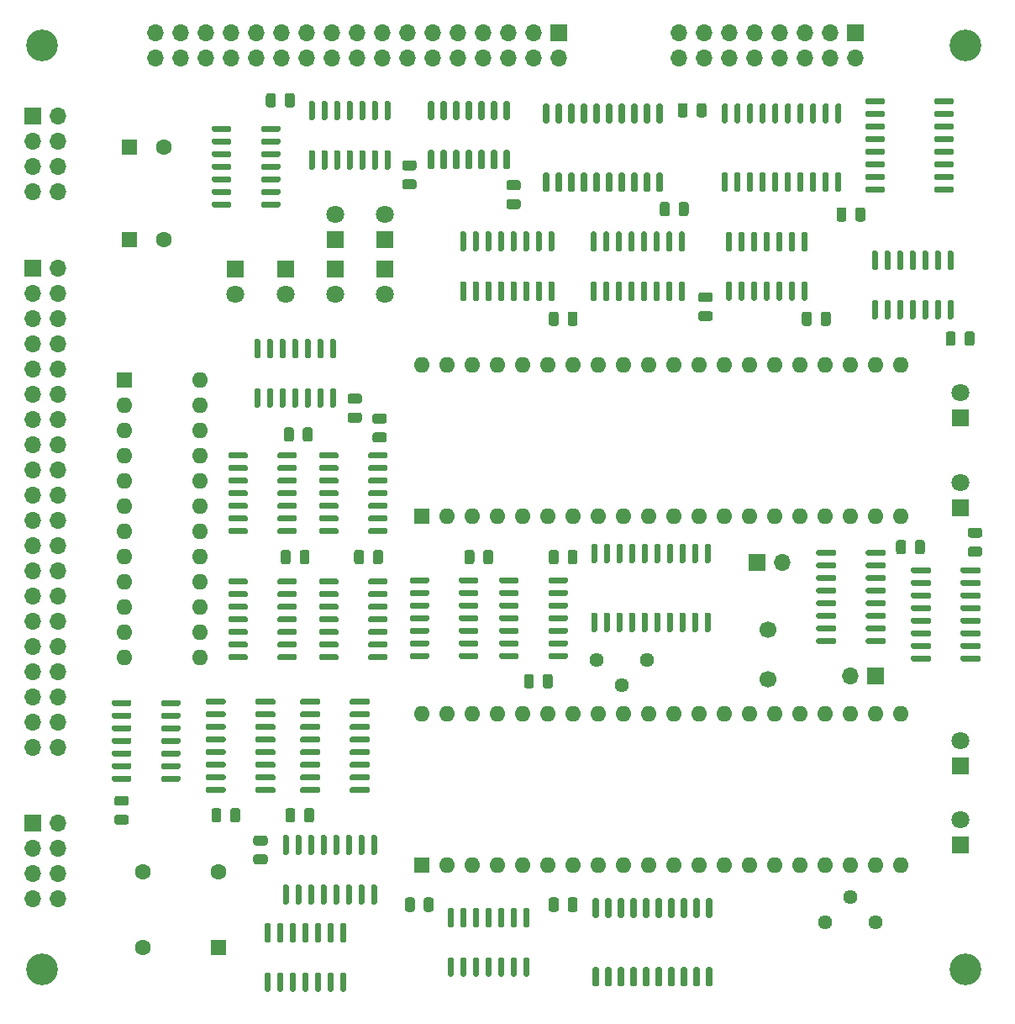
<source format=gbr>
%TF.GenerationSoftware,KiCad,Pcbnew,(5.1.9)-1*%
%TF.CreationDate,2021-11-05T22:54:21-04:00*%
%TF.ProjectId,main,6d61696e-2e6b-4696-9361-645f70636258,rev?*%
%TF.SameCoordinates,Original*%
%TF.FileFunction,Soldermask,Top*%
%TF.FilePolarity,Negative*%
%FSLAX46Y46*%
G04 Gerber Fmt 4.6, Leading zero omitted, Abs format (unit mm)*
G04 Created by KiCad (PCBNEW (5.1.9)-1) date 2021-11-05 22:54:21*
%MOMM*%
%LPD*%
G01*
G04 APERTURE LIST*
%ADD10C,1.700000*%
%ADD11C,1.800000*%
%ADD12R,1.800000X1.800000*%
%ADD13C,1.440000*%
%ADD14O,1.700000X1.700000*%
%ADD15R,1.700000X1.700000*%
%ADD16C,1.600000*%
%ADD17R,1.600000X1.600000*%
%ADD18O,1.600000X1.600000*%
%ADD19C,3.200000*%
G04 APERTURE END LIST*
%TO.C,U11*%
G36*
G01*
X45569000Y-32027000D02*
X45569000Y-31727000D01*
G75*
G02*
X45719000Y-31577000I150000J0D01*
G01*
X47369000Y-31577000D01*
G75*
G02*
X47519000Y-31727000I0J-150000D01*
G01*
X47519000Y-32027000D01*
G75*
G02*
X47369000Y-32177000I-150000J0D01*
G01*
X45719000Y-32177000D01*
G75*
G02*
X45569000Y-32027000I0J150000D01*
G01*
G37*
G36*
G01*
X45569000Y-33297000D02*
X45569000Y-32997000D01*
G75*
G02*
X45719000Y-32847000I150000J0D01*
G01*
X47369000Y-32847000D01*
G75*
G02*
X47519000Y-32997000I0J-150000D01*
G01*
X47519000Y-33297000D01*
G75*
G02*
X47369000Y-33447000I-150000J0D01*
G01*
X45719000Y-33447000D01*
G75*
G02*
X45569000Y-33297000I0J150000D01*
G01*
G37*
G36*
G01*
X45569000Y-34567000D02*
X45569000Y-34267000D01*
G75*
G02*
X45719000Y-34117000I150000J0D01*
G01*
X47369000Y-34117000D01*
G75*
G02*
X47519000Y-34267000I0J-150000D01*
G01*
X47519000Y-34567000D01*
G75*
G02*
X47369000Y-34717000I-150000J0D01*
G01*
X45719000Y-34717000D01*
G75*
G02*
X45569000Y-34567000I0J150000D01*
G01*
G37*
G36*
G01*
X45569000Y-35837000D02*
X45569000Y-35537000D01*
G75*
G02*
X45719000Y-35387000I150000J0D01*
G01*
X47369000Y-35387000D01*
G75*
G02*
X47519000Y-35537000I0J-150000D01*
G01*
X47519000Y-35837000D01*
G75*
G02*
X47369000Y-35987000I-150000J0D01*
G01*
X45719000Y-35987000D01*
G75*
G02*
X45569000Y-35837000I0J150000D01*
G01*
G37*
G36*
G01*
X45569000Y-37107000D02*
X45569000Y-36807000D01*
G75*
G02*
X45719000Y-36657000I150000J0D01*
G01*
X47369000Y-36657000D01*
G75*
G02*
X47519000Y-36807000I0J-150000D01*
G01*
X47519000Y-37107000D01*
G75*
G02*
X47369000Y-37257000I-150000J0D01*
G01*
X45719000Y-37257000D01*
G75*
G02*
X45569000Y-37107000I0J150000D01*
G01*
G37*
G36*
G01*
X45569000Y-38377000D02*
X45569000Y-38077000D01*
G75*
G02*
X45719000Y-37927000I150000J0D01*
G01*
X47369000Y-37927000D01*
G75*
G02*
X47519000Y-38077000I0J-150000D01*
G01*
X47519000Y-38377000D01*
G75*
G02*
X47369000Y-38527000I-150000J0D01*
G01*
X45719000Y-38527000D01*
G75*
G02*
X45569000Y-38377000I0J150000D01*
G01*
G37*
G36*
G01*
X45569000Y-39647000D02*
X45569000Y-39347000D01*
G75*
G02*
X45719000Y-39197000I150000J0D01*
G01*
X47369000Y-39197000D01*
G75*
G02*
X47519000Y-39347000I0J-150000D01*
G01*
X47519000Y-39647000D01*
G75*
G02*
X47369000Y-39797000I-150000J0D01*
G01*
X45719000Y-39797000D01*
G75*
G02*
X45569000Y-39647000I0J150000D01*
G01*
G37*
G36*
G01*
X40619000Y-39647000D02*
X40619000Y-39347000D01*
G75*
G02*
X40769000Y-39197000I150000J0D01*
G01*
X42419000Y-39197000D01*
G75*
G02*
X42569000Y-39347000I0J-150000D01*
G01*
X42569000Y-39647000D01*
G75*
G02*
X42419000Y-39797000I-150000J0D01*
G01*
X40769000Y-39797000D01*
G75*
G02*
X40619000Y-39647000I0J150000D01*
G01*
G37*
G36*
G01*
X40619000Y-38377000D02*
X40619000Y-38077000D01*
G75*
G02*
X40769000Y-37927000I150000J0D01*
G01*
X42419000Y-37927000D01*
G75*
G02*
X42569000Y-38077000I0J-150000D01*
G01*
X42569000Y-38377000D01*
G75*
G02*
X42419000Y-38527000I-150000J0D01*
G01*
X40769000Y-38527000D01*
G75*
G02*
X40619000Y-38377000I0J150000D01*
G01*
G37*
G36*
G01*
X40619000Y-37107000D02*
X40619000Y-36807000D01*
G75*
G02*
X40769000Y-36657000I150000J0D01*
G01*
X42419000Y-36657000D01*
G75*
G02*
X42569000Y-36807000I0J-150000D01*
G01*
X42569000Y-37107000D01*
G75*
G02*
X42419000Y-37257000I-150000J0D01*
G01*
X40769000Y-37257000D01*
G75*
G02*
X40619000Y-37107000I0J150000D01*
G01*
G37*
G36*
G01*
X40619000Y-35837000D02*
X40619000Y-35537000D01*
G75*
G02*
X40769000Y-35387000I150000J0D01*
G01*
X42419000Y-35387000D01*
G75*
G02*
X42569000Y-35537000I0J-150000D01*
G01*
X42569000Y-35837000D01*
G75*
G02*
X42419000Y-35987000I-150000J0D01*
G01*
X40769000Y-35987000D01*
G75*
G02*
X40619000Y-35837000I0J150000D01*
G01*
G37*
G36*
G01*
X40619000Y-34567000D02*
X40619000Y-34267000D01*
G75*
G02*
X40769000Y-34117000I150000J0D01*
G01*
X42419000Y-34117000D01*
G75*
G02*
X42569000Y-34267000I0J-150000D01*
G01*
X42569000Y-34567000D01*
G75*
G02*
X42419000Y-34717000I-150000J0D01*
G01*
X40769000Y-34717000D01*
G75*
G02*
X40619000Y-34567000I0J150000D01*
G01*
G37*
G36*
G01*
X40619000Y-33297000D02*
X40619000Y-32997000D01*
G75*
G02*
X40769000Y-32847000I150000J0D01*
G01*
X42419000Y-32847000D01*
G75*
G02*
X42569000Y-32997000I0J-150000D01*
G01*
X42569000Y-33297000D01*
G75*
G02*
X42419000Y-33447000I-150000J0D01*
G01*
X40769000Y-33447000D01*
G75*
G02*
X40619000Y-33297000I0J150000D01*
G01*
G37*
G36*
G01*
X40619000Y-32027000D02*
X40619000Y-31727000D01*
G75*
G02*
X40769000Y-31577000I150000J0D01*
G01*
X42419000Y-31577000D01*
G75*
G02*
X42569000Y-31727000I0J-150000D01*
G01*
X42569000Y-32027000D01*
G75*
G02*
X42419000Y-32177000I-150000J0D01*
G01*
X40769000Y-32177000D01*
G75*
G02*
X40619000Y-32027000I0J150000D01*
G01*
G37*
%TD*%
%TO.C,U23*%
G36*
G01*
X85565000Y-36257000D02*
X85865000Y-36257000D01*
G75*
G02*
X86015000Y-36407000I0J-150000D01*
G01*
X86015000Y-38082000D01*
G75*
G02*
X85865000Y-38232000I-150000J0D01*
G01*
X85565000Y-38232000D01*
G75*
G02*
X85415000Y-38082000I0J150000D01*
G01*
X85415000Y-36407000D01*
G75*
G02*
X85565000Y-36257000I150000J0D01*
G01*
G37*
G36*
G01*
X84295000Y-36257000D02*
X84595000Y-36257000D01*
G75*
G02*
X84745000Y-36407000I0J-150000D01*
G01*
X84745000Y-38082000D01*
G75*
G02*
X84595000Y-38232000I-150000J0D01*
G01*
X84295000Y-38232000D01*
G75*
G02*
X84145000Y-38082000I0J150000D01*
G01*
X84145000Y-36407000D01*
G75*
G02*
X84295000Y-36257000I150000J0D01*
G01*
G37*
G36*
G01*
X83025000Y-36257000D02*
X83325000Y-36257000D01*
G75*
G02*
X83475000Y-36407000I0J-150000D01*
G01*
X83475000Y-38082000D01*
G75*
G02*
X83325000Y-38232000I-150000J0D01*
G01*
X83025000Y-38232000D01*
G75*
G02*
X82875000Y-38082000I0J150000D01*
G01*
X82875000Y-36407000D01*
G75*
G02*
X83025000Y-36257000I150000J0D01*
G01*
G37*
G36*
G01*
X81755000Y-36257000D02*
X82055000Y-36257000D01*
G75*
G02*
X82205000Y-36407000I0J-150000D01*
G01*
X82205000Y-38082000D01*
G75*
G02*
X82055000Y-38232000I-150000J0D01*
G01*
X81755000Y-38232000D01*
G75*
G02*
X81605000Y-38082000I0J150000D01*
G01*
X81605000Y-36407000D01*
G75*
G02*
X81755000Y-36257000I150000J0D01*
G01*
G37*
G36*
G01*
X80485000Y-36257000D02*
X80785000Y-36257000D01*
G75*
G02*
X80935000Y-36407000I0J-150000D01*
G01*
X80935000Y-38082000D01*
G75*
G02*
X80785000Y-38232000I-150000J0D01*
G01*
X80485000Y-38232000D01*
G75*
G02*
X80335000Y-38082000I0J150000D01*
G01*
X80335000Y-36407000D01*
G75*
G02*
X80485000Y-36257000I150000J0D01*
G01*
G37*
G36*
G01*
X79215000Y-36257000D02*
X79515000Y-36257000D01*
G75*
G02*
X79665000Y-36407000I0J-150000D01*
G01*
X79665000Y-38082000D01*
G75*
G02*
X79515000Y-38232000I-150000J0D01*
G01*
X79215000Y-38232000D01*
G75*
G02*
X79065000Y-38082000I0J150000D01*
G01*
X79065000Y-36407000D01*
G75*
G02*
X79215000Y-36257000I150000J0D01*
G01*
G37*
G36*
G01*
X77945000Y-36257000D02*
X78245000Y-36257000D01*
G75*
G02*
X78395000Y-36407000I0J-150000D01*
G01*
X78395000Y-38082000D01*
G75*
G02*
X78245000Y-38232000I-150000J0D01*
G01*
X77945000Y-38232000D01*
G75*
G02*
X77795000Y-38082000I0J150000D01*
G01*
X77795000Y-36407000D01*
G75*
G02*
X77945000Y-36257000I150000J0D01*
G01*
G37*
G36*
G01*
X76675000Y-36257000D02*
X76975000Y-36257000D01*
G75*
G02*
X77125000Y-36407000I0J-150000D01*
G01*
X77125000Y-38082000D01*
G75*
G02*
X76975000Y-38232000I-150000J0D01*
G01*
X76675000Y-38232000D01*
G75*
G02*
X76525000Y-38082000I0J150000D01*
G01*
X76525000Y-36407000D01*
G75*
G02*
X76675000Y-36257000I150000J0D01*
G01*
G37*
G36*
G01*
X75405000Y-36257000D02*
X75705000Y-36257000D01*
G75*
G02*
X75855000Y-36407000I0J-150000D01*
G01*
X75855000Y-38082000D01*
G75*
G02*
X75705000Y-38232000I-150000J0D01*
G01*
X75405000Y-38232000D01*
G75*
G02*
X75255000Y-38082000I0J150000D01*
G01*
X75255000Y-36407000D01*
G75*
G02*
X75405000Y-36257000I150000J0D01*
G01*
G37*
G36*
G01*
X74135000Y-36257000D02*
X74435000Y-36257000D01*
G75*
G02*
X74585000Y-36407000I0J-150000D01*
G01*
X74585000Y-38082000D01*
G75*
G02*
X74435000Y-38232000I-150000J0D01*
G01*
X74135000Y-38232000D01*
G75*
G02*
X73985000Y-38082000I0J150000D01*
G01*
X73985000Y-36407000D01*
G75*
G02*
X74135000Y-36257000I150000J0D01*
G01*
G37*
G36*
G01*
X74135000Y-29332000D02*
X74435000Y-29332000D01*
G75*
G02*
X74585000Y-29482000I0J-150000D01*
G01*
X74585000Y-31157000D01*
G75*
G02*
X74435000Y-31307000I-150000J0D01*
G01*
X74135000Y-31307000D01*
G75*
G02*
X73985000Y-31157000I0J150000D01*
G01*
X73985000Y-29482000D01*
G75*
G02*
X74135000Y-29332000I150000J0D01*
G01*
G37*
G36*
G01*
X75405000Y-29332000D02*
X75705000Y-29332000D01*
G75*
G02*
X75855000Y-29482000I0J-150000D01*
G01*
X75855000Y-31157000D01*
G75*
G02*
X75705000Y-31307000I-150000J0D01*
G01*
X75405000Y-31307000D01*
G75*
G02*
X75255000Y-31157000I0J150000D01*
G01*
X75255000Y-29482000D01*
G75*
G02*
X75405000Y-29332000I150000J0D01*
G01*
G37*
G36*
G01*
X76675000Y-29332000D02*
X76975000Y-29332000D01*
G75*
G02*
X77125000Y-29482000I0J-150000D01*
G01*
X77125000Y-31157000D01*
G75*
G02*
X76975000Y-31307000I-150000J0D01*
G01*
X76675000Y-31307000D01*
G75*
G02*
X76525000Y-31157000I0J150000D01*
G01*
X76525000Y-29482000D01*
G75*
G02*
X76675000Y-29332000I150000J0D01*
G01*
G37*
G36*
G01*
X77945000Y-29332000D02*
X78245000Y-29332000D01*
G75*
G02*
X78395000Y-29482000I0J-150000D01*
G01*
X78395000Y-31157000D01*
G75*
G02*
X78245000Y-31307000I-150000J0D01*
G01*
X77945000Y-31307000D01*
G75*
G02*
X77795000Y-31157000I0J150000D01*
G01*
X77795000Y-29482000D01*
G75*
G02*
X77945000Y-29332000I150000J0D01*
G01*
G37*
G36*
G01*
X79215000Y-29332000D02*
X79515000Y-29332000D01*
G75*
G02*
X79665000Y-29482000I0J-150000D01*
G01*
X79665000Y-31157000D01*
G75*
G02*
X79515000Y-31307000I-150000J0D01*
G01*
X79215000Y-31307000D01*
G75*
G02*
X79065000Y-31157000I0J150000D01*
G01*
X79065000Y-29482000D01*
G75*
G02*
X79215000Y-29332000I150000J0D01*
G01*
G37*
G36*
G01*
X80485000Y-29332000D02*
X80785000Y-29332000D01*
G75*
G02*
X80935000Y-29482000I0J-150000D01*
G01*
X80935000Y-31157000D01*
G75*
G02*
X80785000Y-31307000I-150000J0D01*
G01*
X80485000Y-31307000D01*
G75*
G02*
X80335000Y-31157000I0J150000D01*
G01*
X80335000Y-29482000D01*
G75*
G02*
X80485000Y-29332000I150000J0D01*
G01*
G37*
G36*
G01*
X81755000Y-29332000D02*
X82055000Y-29332000D01*
G75*
G02*
X82205000Y-29482000I0J-150000D01*
G01*
X82205000Y-31157000D01*
G75*
G02*
X82055000Y-31307000I-150000J0D01*
G01*
X81755000Y-31307000D01*
G75*
G02*
X81605000Y-31157000I0J150000D01*
G01*
X81605000Y-29482000D01*
G75*
G02*
X81755000Y-29332000I150000J0D01*
G01*
G37*
G36*
G01*
X83025000Y-29332000D02*
X83325000Y-29332000D01*
G75*
G02*
X83475000Y-29482000I0J-150000D01*
G01*
X83475000Y-31157000D01*
G75*
G02*
X83325000Y-31307000I-150000J0D01*
G01*
X83025000Y-31307000D01*
G75*
G02*
X82875000Y-31157000I0J150000D01*
G01*
X82875000Y-29482000D01*
G75*
G02*
X83025000Y-29332000I150000J0D01*
G01*
G37*
G36*
G01*
X84295000Y-29332000D02*
X84595000Y-29332000D01*
G75*
G02*
X84745000Y-29482000I0J-150000D01*
G01*
X84745000Y-31157000D01*
G75*
G02*
X84595000Y-31307000I-150000J0D01*
G01*
X84295000Y-31307000D01*
G75*
G02*
X84145000Y-31157000I0J150000D01*
G01*
X84145000Y-29482000D01*
G75*
G02*
X84295000Y-29332000I150000J0D01*
G01*
G37*
G36*
G01*
X85565000Y-29332000D02*
X85865000Y-29332000D01*
G75*
G02*
X86015000Y-29482000I0J-150000D01*
G01*
X86015000Y-31157000D01*
G75*
G02*
X85865000Y-31307000I-150000J0D01*
G01*
X85565000Y-31307000D01*
G75*
G02*
X85415000Y-31157000I0J150000D01*
G01*
X85415000Y-29482000D01*
G75*
G02*
X85565000Y-29332000I150000J0D01*
G01*
G37*
%TD*%
%TO.C,U3*%
G36*
G01*
X108439000Y-37857000D02*
X108439000Y-38157000D01*
G75*
G02*
X108289000Y-38307000I-150000J0D01*
G01*
X106614000Y-38307000D01*
G75*
G02*
X106464000Y-38157000I0J150000D01*
G01*
X106464000Y-37857000D01*
G75*
G02*
X106614000Y-37707000I150000J0D01*
G01*
X108289000Y-37707000D01*
G75*
G02*
X108439000Y-37857000I0J-150000D01*
G01*
G37*
G36*
G01*
X108439000Y-36587000D02*
X108439000Y-36887000D01*
G75*
G02*
X108289000Y-37037000I-150000J0D01*
G01*
X106614000Y-37037000D01*
G75*
G02*
X106464000Y-36887000I0J150000D01*
G01*
X106464000Y-36587000D01*
G75*
G02*
X106614000Y-36437000I150000J0D01*
G01*
X108289000Y-36437000D01*
G75*
G02*
X108439000Y-36587000I0J-150000D01*
G01*
G37*
G36*
G01*
X108439000Y-35317000D02*
X108439000Y-35617000D01*
G75*
G02*
X108289000Y-35767000I-150000J0D01*
G01*
X106614000Y-35767000D01*
G75*
G02*
X106464000Y-35617000I0J150000D01*
G01*
X106464000Y-35317000D01*
G75*
G02*
X106614000Y-35167000I150000J0D01*
G01*
X108289000Y-35167000D01*
G75*
G02*
X108439000Y-35317000I0J-150000D01*
G01*
G37*
G36*
G01*
X108439000Y-34047000D02*
X108439000Y-34347000D01*
G75*
G02*
X108289000Y-34497000I-150000J0D01*
G01*
X106614000Y-34497000D01*
G75*
G02*
X106464000Y-34347000I0J150000D01*
G01*
X106464000Y-34047000D01*
G75*
G02*
X106614000Y-33897000I150000J0D01*
G01*
X108289000Y-33897000D01*
G75*
G02*
X108439000Y-34047000I0J-150000D01*
G01*
G37*
G36*
G01*
X108439000Y-32777000D02*
X108439000Y-33077000D01*
G75*
G02*
X108289000Y-33227000I-150000J0D01*
G01*
X106614000Y-33227000D01*
G75*
G02*
X106464000Y-33077000I0J150000D01*
G01*
X106464000Y-32777000D01*
G75*
G02*
X106614000Y-32627000I150000J0D01*
G01*
X108289000Y-32627000D01*
G75*
G02*
X108439000Y-32777000I0J-150000D01*
G01*
G37*
G36*
G01*
X108439000Y-31507000D02*
X108439000Y-31807000D01*
G75*
G02*
X108289000Y-31957000I-150000J0D01*
G01*
X106614000Y-31957000D01*
G75*
G02*
X106464000Y-31807000I0J150000D01*
G01*
X106464000Y-31507000D01*
G75*
G02*
X106614000Y-31357000I150000J0D01*
G01*
X108289000Y-31357000D01*
G75*
G02*
X108439000Y-31507000I0J-150000D01*
G01*
G37*
G36*
G01*
X108439000Y-30237000D02*
X108439000Y-30537000D01*
G75*
G02*
X108289000Y-30687000I-150000J0D01*
G01*
X106614000Y-30687000D01*
G75*
G02*
X106464000Y-30537000I0J150000D01*
G01*
X106464000Y-30237000D01*
G75*
G02*
X106614000Y-30087000I150000J0D01*
G01*
X108289000Y-30087000D01*
G75*
G02*
X108439000Y-30237000I0J-150000D01*
G01*
G37*
G36*
G01*
X108439000Y-28967000D02*
X108439000Y-29267000D01*
G75*
G02*
X108289000Y-29417000I-150000J0D01*
G01*
X106614000Y-29417000D01*
G75*
G02*
X106464000Y-29267000I0J150000D01*
G01*
X106464000Y-28967000D01*
G75*
G02*
X106614000Y-28817000I150000J0D01*
G01*
X108289000Y-28817000D01*
G75*
G02*
X108439000Y-28967000I0J-150000D01*
G01*
G37*
G36*
G01*
X115364000Y-28967000D02*
X115364000Y-29267000D01*
G75*
G02*
X115214000Y-29417000I-150000J0D01*
G01*
X113539000Y-29417000D01*
G75*
G02*
X113389000Y-29267000I0J150000D01*
G01*
X113389000Y-28967000D01*
G75*
G02*
X113539000Y-28817000I150000J0D01*
G01*
X115214000Y-28817000D01*
G75*
G02*
X115364000Y-28967000I0J-150000D01*
G01*
G37*
G36*
G01*
X115364000Y-30237000D02*
X115364000Y-30537000D01*
G75*
G02*
X115214000Y-30687000I-150000J0D01*
G01*
X113539000Y-30687000D01*
G75*
G02*
X113389000Y-30537000I0J150000D01*
G01*
X113389000Y-30237000D01*
G75*
G02*
X113539000Y-30087000I150000J0D01*
G01*
X115214000Y-30087000D01*
G75*
G02*
X115364000Y-30237000I0J-150000D01*
G01*
G37*
G36*
G01*
X115364000Y-31507000D02*
X115364000Y-31807000D01*
G75*
G02*
X115214000Y-31957000I-150000J0D01*
G01*
X113539000Y-31957000D01*
G75*
G02*
X113389000Y-31807000I0J150000D01*
G01*
X113389000Y-31507000D01*
G75*
G02*
X113539000Y-31357000I150000J0D01*
G01*
X115214000Y-31357000D01*
G75*
G02*
X115364000Y-31507000I0J-150000D01*
G01*
G37*
G36*
G01*
X115364000Y-32777000D02*
X115364000Y-33077000D01*
G75*
G02*
X115214000Y-33227000I-150000J0D01*
G01*
X113539000Y-33227000D01*
G75*
G02*
X113389000Y-33077000I0J150000D01*
G01*
X113389000Y-32777000D01*
G75*
G02*
X113539000Y-32627000I150000J0D01*
G01*
X115214000Y-32627000D01*
G75*
G02*
X115364000Y-32777000I0J-150000D01*
G01*
G37*
G36*
G01*
X115364000Y-34047000D02*
X115364000Y-34347000D01*
G75*
G02*
X115214000Y-34497000I-150000J0D01*
G01*
X113539000Y-34497000D01*
G75*
G02*
X113389000Y-34347000I0J150000D01*
G01*
X113389000Y-34047000D01*
G75*
G02*
X113539000Y-33897000I150000J0D01*
G01*
X115214000Y-33897000D01*
G75*
G02*
X115364000Y-34047000I0J-150000D01*
G01*
G37*
G36*
G01*
X115364000Y-35317000D02*
X115364000Y-35617000D01*
G75*
G02*
X115214000Y-35767000I-150000J0D01*
G01*
X113539000Y-35767000D01*
G75*
G02*
X113389000Y-35617000I0J150000D01*
G01*
X113389000Y-35317000D01*
G75*
G02*
X113539000Y-35167000I150000J0D01*
G01*
X115214000Y-35167000D01*
G75*
G02*
X115364000Y-35317000I0J-150000D01*
G01*
G37*
G36*
G01*
X115364000Y-36587000D02*
X115364000Y-36887000D01*
G75*
G02*
X115214000Y-37037000I-150000J0D01*
G01*
X113539000Y-37037000D01*
G75*
G02*
X113389000Y-36887000I0J150000D01*
G01*
X113389000Y-36587000D01*
G75*
G02*
X113539000Y-36437000I150000J0D01*
G01*
X115214000Y-36437000D01*
G75*
G02*
X115364000Y-36587000I0J-150000D01*
G01*
G37*
G36*
G01*
X115364000Y-37857000D02*
X115364000Y-38157000D01*
G75*
G02*
X115214000Y-38307000I-150000J0D01*
G01*
X113539000Y-38307000D01*
G75*
G02*
X113389000Y-38157000I0J150000D01*
G01*
X113389000Y-37857000D01*
G75*
G02*
X113539000Y-37707000I150000J0D01*
G01*
X115214000Y-37707000D01*
G75*
G02*
X115364000Y-37857000I0J-150000D01*
G01*
G37*
%TD*%
D10*
%TO.C,C44*%
X96600000Y-82300000D03*
X96600000Y-87300000D03*
%TD*%
%TO.C,C43*%
G36*
G01*
X101950000Y-51475000D02*
X101950000Y-50525000D01*
G75*
G02*
X102200000Y-50275000I250000J0D01*
G01*
X102700000Y-50275000D01*
G75*
G02*
X102950000Y-50525000I0J-250000D01*
G01*
X102950000Y-51475000D01*
G75*
G02*
X102700000Y-51725000I-250000J0D01*
G01*
X102200000Y-51725000D01*
G75*
G02*
X101950000Y-51475000I0J250000D01*
G01*
G37*
G36*
G01*
X100050000Y-51475000D02*
X100050000Y-50525000D01*
G75*
G02*
X100300000Y-50275000I250000J0D01*
G01*
X100800000Y-50275000D01*
G75*
G02*
X101050000Y-50525000I0J-250000D01*
G01*
X101050000Y-51475000D01*
G75*
G02*
X100800000Y-51725000I-250000J0D01*
G01*
X100300000Y-51725000D01*
G75*
G02*
X100050000Y-51475000I0J250000D01*
G01*
G37*
%TD*%
%TO.C,C41*%
G36*
G01*
X87639900Y-40427400D02*
X87639900Y-39477400D01*
G75*
G02*
X87889900Y-39227400I250000J0D01*
G01*
X88389900Y-39227400D01*
G75*
G02*
X88639900Y-39477400I0J-250000D01*
G01*
X88639900Y-40427400D01*
G75*
G02*
X88389900Y-40677400I-250000J0D01*
G01*
X87889900Y-40677400D01*
G75*
G02*
X87639900Y-40427400I0J250000D01*
G01*
G37*
G36*
G01*
X85739900Y-40427400D02*
X85739900Y-39477400D01*
G75*
G02*
X85989900Y-39227400I250000J0D01*
G01*
X86489900Y-39227400D01*
G75*
G02*
X86739900Y-39477400I0J-250000D01*
G01*
X86739900Y-40427400D01*
G75*
G02*
X86489900Y-40677400I-250000J0D01*
G01*
X85989900Y-40677400D01*
G75*
G02*
X85739900Y-40427400I0J250000D01*
G01*
G37*
%TD*%
%TO.C,C39*%
G36*
G01*
X47950000Y-29475000D02*
X47950000Y-28525000D01*
G75*
G02*
X48200000Y-28275000I250000J0D01*
G01*
X48700000Y-28275000D01*
G75*
G02*
X48950000Y-28525000I0J-250000D01*
G01*
X48950000Y-29475000D01*
G75*
G02*
X48700000Y-29725000I-250000J0D01*
G01*
X48200000Y-29725000D01*
G75*
G02*
X47950000Y-29475000I0J250000D01*
G01*
G37*
G36*
G01*
X46050000Y-29475000D02*
X46050000Y-28525000D01*
G75*
G02*
X46300000Y-28275000I250000J0D01*
G01*
X46800000Y-28275000D01*
G75*
G02*
X47050000Y-28525000I0J-250000D01*
G01*
X47050000Y-29475000D01*
G75*
G02*
X46800000Y-29725000I-250000J0D01*
G01*
X46300000Y-29725000D01*
G75*
G02*
X46050000Y-29475000I0J250000D01*
G01*
G37*
%TD*%
%TO.C,C38*%
G36*
G01*
X60025000Y-36950000D02*
X60975000Y-36950000D01*
G75*
G02*
X61225000Y-37200000I0J-250000D01*
G01*
X61225000Y-37700000D01*
G75*
G02*
X60975000Y-37950000I-250000J0D01*
G01*
X60025000Y-37950000D01*
G75*
G02*
X59775000Y-37700000I0J250000D01*
G01*
X59775000Y-37200000D01*
G75*
G02*
X60025000Y-36950000I250000J0D01*
G01*
G37*
G36*
G01*
X60025000Y-35050000D02*
X60975000Y-35050000D01*
G75*
G02*
X61225000Y-35300000I0J-250000D01*
G01*
X61225000Y-35800000D01*
G75*
G02*
X60975000Y-36050000I-250000J0D01*
G01*
X60025000Y-36050000D01*
G75*
G02*
X59775000Y-35800000I0J250000D01*
G01*
X59775000Y-35300000D01*
G75*
G02*
X60025000Y-35050000I250000J0D01*
G01*
G37*
%TD*%
%TO.C,C37*%
G36*
G01*
X88550000Y-29525000D02*
X88550000Y-30475000D01*
G75*
G02*
X88300000Y-30725000I-250000J0D01*
G01*
X87800000Y-30725000D01*
G75*
G02*
X87550000Y-30475000I0J250000D01*
G01*
X87550000Y-29525000D01*
G75*
G02*
X87800000Y-29275000I250000J0D01*
G01*
X88300000Y-29275000D01*
G75*
G02*
X88550000Y-29525000I0J-250000D01*
G01*
G37*
G36*
G01*
X90450000Y-29525000D02*
X90450000Y-30475000D01*
G75*
G02*
X90200000Y-30725000I-250000J0D01*
G01*
X89700000Y-30725000D01*
G75*
G02*
X89450000Y-30475000I0J250000D01*
G01*
X89450000Y-29525000D01*
G75*
G02*
X89700000Y-29275000I250000J0D01*
G01*
X90200000Y-29275000D01*
G75*
G02*
X90450000Y-29525000I0J-250000D01*
G01*
G37*
%TD*%
%TO.C,C36*%
G36*
G01*
X70525000Y-38950000D02*
X71475000Y-38950000D01*
G75*
G02*
X71725000Y-39200000I0J-250000D01*
G01*
X71725000Y-39700000D01*
G75*
G02*
X71475000Y-39950000I-250000J0D01*
G01*
X70525000Y-39950000D01*
G75*
G02*
X70275000Y-39700000I0J250000D01*
G01*
X70275000Y-39200000D01*
G75*
G02*
X70525000Y-38950000I250000J0D01*
G01*
G37*
G36*
G01*
X70525000Y-37050000D02*
X71475000Y-37050000D01*
G75*
G02*
X71725000Y-37300000I0J-250000D01*
G01*
X71725000Y-37800000D01*
G75*
G02*
X71475000Y-38050000I-250000J0D01*
G01*
X70525000Y-38050000D01*
G75*
G02*
X70275000Y-37800000I0J250000D01*
G01*
X70275000Y-37300000D01*
G75*
G02*
X70525000Y-37050000I250000J0D01*
G01*
G37*
%TD*%
%TO.C,C35*%
G36*
G01*
X104550000Y-40025000D02*
X104550000Y-40975000D01*
G75*
G02*
X104300000Y-41225000I-250000J0D01*
G01*
X103800000Y-41225000D01*
G75*
G02*
X103550000Y-40975000I0J250000D01*
G01*
X103550000Y-40025000D01*
G75*
G02*
X103800000Y-39775000I250000J0D01*
G01*
X104300000Y-39775000D01*
G75*
G02*
X104550000Y-40025000I0J-250000D01*
G01*
G37*
G36*
G01*
X106450000Y-40025000D02*
X106450000Y-40975000D01*
G75*
G02*
X106200000Y-41225000I-250000J0D01*
G01*
X105700000Y-41225000D01*
G75*
G02*
X105450000Y-40975000I0J250000D01*
G01*
X105450000Y-40025000D01*
G75*
G02*
X105700000Y-39775000I250000J0D01*
G01*
X106200000Y-39775000D01*
G75*
G02*
X106450000Y-40025000I0J-250000D01*
G01*
G37*
%TD*%
%TO.C,C34*%
G36*
G01*
X90818400Y-49329900D02*
X89868400Y-49329900D01*
G75*
G02*
X89618400Y-49079900I0J250000D01*
G01*
X89618400Y-48579900D01*
G75*
G02*
X89868400Y-48329900I250000J0D01*
G01*
X90818400Y-48329900D01*
G75*
G02*
X91068400Y-48579900I0J-250000D01*
G01*
X91068400Y-49079900D01*
G75*
G02*
X90818400Y-49329900I-250000J0D01*
G01*
G37*
G36*
G01*
X90818400Y-51229900D02*
X89868400Y-51229900D01*
G75*
G02*
X89618400Y-50979900I0J250000D01*
G01*
X89618400Y-50479900D01*
G75*
G02*
X89868400Y-50229900I250000J0D01*
G01*
X90818400Y-50229900D01*
G75*
G02*
X91068400Y-50479900I0J-250000D01*
G01*
X91068400Y-50979900D01*
G75*
G02*
X90818400Y-51229900I-250000J0D01*
G01*
G37*
%TD*%
%TO.C,U30*%
G36*
G01*
X64840000Y-112292000D02*
X64540000Y-112292000D01*
G75*
G02*
X64390000Y-112142000I0J150000D01*
G01*
X64390000Y-110492000D01*
G75*
G02*
X64540000Y-110342000I150000J0D01*
G01*
X64840000Y-110342000D01*
G75*
G02*
X64990000Y-110492000I0J-150000D01*
G01*
X64990000Y-112142000D01*
G75*
G02*
X64840000Y-112292000I-150000J0D01*
G01*
G37*
G36*
G01*
X66110000Y-112292000D02*
X65810000Y-112292000D01*
G75*
G02*
X65660000Y-112142000I0J150000D01*
G01*
X65660000Y-110492000D01*
G75*
G02*
X65810000Y-110342000I150000J0D01*
G01*
X66110000Y-110342000D01*
G75*
G02*
X66260000Y-110492000I0J-150000D01*
G01*
X66260000Y-112142000D01*
G75*
G02*
X66110000Y-112292000I-150000J0D01*
G01*
G37*
G36*
G01*
X67380000Y-112292000D02*
X67080000Y-112292000D01*
G75*
G02*
X66930000Y-112142000I0J150000D01*
G01*
X66930000Y-110492000D01*
G75*
G02*
X67080000Y-110342000I150000J0D01*
G01*
X67380000Y-110342000D01*
G75*
G02*
X67530000Y-110492000I0J-150000D01*
G01*
X67530000Y-112142000D01*
G75*
G02*
X67380000Y-112292000I-150000J0D01*
G01*
G37*
G36*
G01*
X68650000Y-112292000D02*
X68350000Y-112292000D01*
G75*
G02*
X68200000Y-112142000I0J150000D01*
G01*
X68200000Y-110492000D01*
G75*
G02*
X68350000Y-110342000I150000J0D01*
G01*
X68650000Y-110342000D01*
G75*
G02*
X68800000Y-110492000I0J-150000D01*
G01*
X68800000Y-112142000D01*
G75*
G02*
X68650000Y-112292000I-150000J0D01*
G01*
G37*
G36*
G01*
X69920000Y-112292000D02*
X69620000Y-112292000D01*
G75*
G02*
X69470000Y-112142000I0J150000D01*
G01*
X69470000Y-110492000D01*
G75*
G02*
X69620000Y-110342000I150000J0D01*
G01*
X69920000Y-110342000D01*
G75*
G02*
X70070000Y-110492000I0J-150000D01*
G01*
X70070000Y-112142000D01*
G75*
G02*
X69920000Y-112292000I-150000J0D01*
G01*
G37*
G36*
G01*
X71190000Y-112292000D02*
X70890000Y-112292000D01*
G75*
G02*
X70740000Y-112142000I0J150000D01*
G01*
X70740000Y-110492000D01*
G75*
G02*
X70890000Y-110342000I150000J0D01*
G01*
X71190000Y-110342000D01*
G75*
G02*
X71340000Y-110492000I0J-150000D01*
G01*
X71340000Y-112142000D01*
G75*
G02*
X71190000Y-112292000I-150000J0D01*
G01*
G37*
G36*
G01*
X72460000Y-112292000D02*
X72160000Y-112292000D01*
G75*
G02*
X72010000Y-112142000I0J150000D01*
G01*
X72010000Y-110492000D01*
G75*
G02*
X72160000Y-110342000I150000J0D01*
G01*
X72460000Y-110342000D01*
G75*
G02*
X72610000Y-110492000I0J-150000D01*
G01*
X72610000Y-112142000D01*
G75*
G02*
X72460000Y-112292000I-150000J0D01*
G01*
G37*
G36*
G01*
X72460000Y-117242000D02*
X72160000Y-117242000D01*
G75*
G02*
X72010000Y-117092000I0J150000D01*
G01*
X72010000Y-115442000D01*
G75*
G02*
X72160000Y-115292000I150000J0D01*
G01*
X72460000Y-115292000D01*
G75*
G02*
X72610000Y-115442000I0J-150000D01*
G01*
X72610000Y-117092000D01*
G75*
G02*
X72460000Y-117242000I-150000J0D01*
G01*
G37*
G36*
G01*
X71190000Y-117242000D02*
X70890000Y-117242000D01*
G75*
G02*
X70740000Y-117092000I0J150000D01*
G01*
X70740000Y-115442000D01*
G75*
G02*
X70890000Y-115292000I150000J0D01*
G01*
X71190000Y-115292000D01*
G75*
G02*
X71340000Y-115442000I0J-150000D01*
G01*
X71340000Y-117092000D01*
G75*
G02*
X71190000Y-117242000I-150000J0D01*
G01*
G37*
G36*
G01*
X69920000Y-117242000D02*
X69620000Y-117242000D01*
G75*
G02*
X69470000Y-117092000I0J150000D01*
G01*
X69470000Y-115442000D01*
G75*
G02*
X69620000Y-115292000I150000J0D01*
G01*
X69920000Y-115292000D01*
G75*
G02*
X70070000Y-115442000I0J-150000D01*
G01*
X70070000Y-117092000D01*
G75*
G02*
X69920000Y-117242000I-150000J0D01*
G01*
G37*
G36*
G01*
X68650000Y-117242000D02*
X68350000Y-117242000D01*
G75*
G02*
X68200000Y-117092000I0J150000D01*
G01*
X68200000Y-115442000D01*
G75*
G02*
X68350000Y-115292000I150000J0D01*
G01*
X68650000Y-115292000D01*
G75*
G02*
X68800000Y-115442000I0J-150000D01*
G01*
X68800000Y-117092000D01*
G75*
G02*
X68650000Y-117242000I-150000J0D01*
G01*
G37*
G36*
G01*
X67380000Y-117242000D02*
X67080000Y-117242000D01*
G75*
G02*
X66930000Y-117092000I0J150000D01*
G01*
X66930000Y-115442000D01*
G75*
G02*
X67080000Y-115292000I150000J0D01*
G01*
X67380000Y-115292000D01*
G75*
G02*
X67530000Y-115442000I0J-150000D01*
G01*
X67530000Y-117092000D01*
G75*
G02*
X67380000Y-117242000I-150000J0D01*
G01*
G37*
G36*
G01*
X66110000Y-117242000D02*
X65810000Y-117242000D01*
G75*
G02*
X65660000Y-117092000I0J150000D01*
G01*
X65660000Y-115442000D01*
G75*
G02*
X65810000Y-115292000I150000J0D01*
G01*
X66110000Y-115292000D01*
G75*
G02*
X66260000Y-115442000I0J-150000D01*
G01*
X66260000Y-117092000D01*
G75*
G02*
X66110000Y-117242000I-150000J0D01*
G01*
G37*
G36*
G01*
X64840000Y-117242000D02*
X64540000Y-117242000D01*
G75*
G02*
X64390000Y-117092000I0J150000D01*
G01*
X64390000Y-115442000D01*
G75*
G02*
X64540000Y-115292000I150000J0D01*
G01*
X64840000Y-115292000D01*
G75*
G02*
X64990000Y-115442000I0J-150000D01*
G01*
X64990000Y-117092000D01*
G75*
G02*
X64840000Y-117242000I-150000J0D01*
G01*
G37*
%TD*%
%TO.C,U26*%
G36*
G01*
X100180000Y-47220000D02*
X100480000Y-47220000D01*
G75*
G02*
X100630000Y-47370000I0J-150000D01*
G01*
X100630000Y-49020000D01*
G75*
G02*
X100480000Y-49170000I-150000J0D01*
G01*
X100180000Y-49170000D01*
G75*
G02*
X100030000Y-49020000I0J150000D01*
G01*
X100030000Y-47370000D01*
G75*
G02*
X100180000Y-47220000I150000J0D01*
G01*
G37*
G36*
G01*
X98910000Y-47220000D02*
X99210000Y-47220000D01*
G75*
G02*
X99360000Y-47370000I0J-150000D01*
G01*
X99360000Y-49020000D01*
G75*
G02*
X99210000Y-49170000I-150000J0D01*
G01*
X98910000Y-49170000D01*
G75*
G02*
X98760000Y-49020000I0J150000D01*
G01*
X98760000Y-47370000D01*
G75*
G02*
X98910000Y-47220000I150000J0D01*
G01*
G37*
G36*
G01*
X97640000Y-47220000D02*
X97940000Y-47220000D01*
G75*
G02*
X98090000Y-47370000I0J-150000D01*
G01*
X98090000Y-49020000D01*
G75*
G02*
X97940000Y-49170000I-150000J0D01*
G01*
X97640000Y-49170000D01*
G75*
G02*
X97490000Y-49020000I0J150000D01*
G01*
X97490000Y-47370000D01*
G75*
G02*
X97640000Y-47220000I150000J0D01*
G01*
G37*
G36*
G01*
X96370000Y-47220000D02*
X96670000Y-47220000D01*
G75*
G02*
X96820000Y-47370000I0J-150000D01*
G01*
X96820000Y-49020000D01*
G75*
G02*
X96670000Y-49170000I-150000J0D01*
G01*
X96370000Y-49170000D01*
G75*
G02*
X96220000Y-49020000I0J150000D01*
G01*
X96220000Y-47370000D01*
G75*
G02*
X96370000Y-47220000I150000J0D01*
G01*
G37*
G36*
G01*
X95100000Y-47220000D02*
X95400000Y-47220000D01*
G75*
G02*
X95550000Y-47370000I0J-150000D01*
G01*
X95550000Y-49020000D01*
G75*
G02*
X95400000Y-49170000I-150000J0D01*
G01*
X95100000Y-49170000D01*
G75*
G02*
X94950000Y-49020000I0J150000D01*
G01*
X94950000Y-47370000D01*
G75*
G02*
X95100000Y-47220000I150000J0D01*
G01*
G37*
G36*
G01*
X93830000Y-47220000D02*
X94130000Y-47220000D01*
G75*
G02*
X94280000Y-47370000I0J-150000D01*
G01*
X94280000Y-49020000D01*
G75*
G02*
X94130000Y-49170000I-150000J0D01*
G01*
X93830000Y-49170000D01*
G75*
G02*
X93680000Y-49020000I0J150000D01*
G01*
X93680000Y-47370000D01*
G75*
G02*
X93830000Y-47220000I150000J0D01*
G01*
G37*
G36*
G01*
X92560000Y-47220000D02*
X92860000Y-47220000D01*
G75*
G02*
X93010000Y-47370000I0J-150000D01*
G01*
X93010000Y-49020000D01*
G75*
G02*
X92860000Y-49170000I-150000J0D01*
G01*
X92560000Y-49170000D01*
G75*
G02*
X92410000Y-49020000I0J150000D01*
G01*
X92410000Y-47370000D01*
G75*
G02*
X92560000Y-47220000I150000J0D01*
G01*
G37*
G36*
G01*
X92560000Y-42270000D02*
X92860000Y-42270000D01*
G75*
G02*
X93010000Y-42420000I0J-150000D01*
G01*
X93010000Y-44070000D01*
G75*
G02*
X92860000Y-44220000I-150000J0D01*
G01*
X92560000Y-44220000D01*
G75*
G02*
X92410000Y-44070000I0J150000D01*
G01*
X92410000Y-42420000D01*
G75*
G02*
X92560000Y-42270000I150000J0D01*
G01*
G37*
G36*
G01*
X93830000Y-42270000D02*
X94130000Y-42270000D01*
G75*
G02*
X94280000Y-42420000I0J-150000D01*
G01*
X94280000Y-44070000D01*
G75*
G02*
X94130000Y-44220000I-150000J0D01*
G01*
X93830000Y-44220000D01*
G75*
G02*
X93680000Y-44070000I0J150000D01*
G01*
X93680000Y-42420000D01*
G75*
G02*
X93830000Y-42270000I150000J0D01*
G01*
G37*
G36*
G01*
X95100000Y-42270000D02*
X95400000Y-42270000D01*
G75*
G02*
X95550000Y-42420000I0J-150000D01*
G01*
X95550000Y-44070000D01*
G75*
G02*
X95400000Y-44220000I-150000J0D01*
G01*
X95100000Y-44220000D01*
G75*
G02*
X94950000Y-44070000I0J150000D01*
G01*
X94950000Y-42420000D01*
G75*
G02*
X95100000Y-42270000I150000J0D01*
G01*
G37*
G36*
G01*
X96370000Y-42270000D02*
X96670000Y-42270000D01*
G75*
G02*
X96820000Y-42420000I0J-150000D01*
G01*
X96820000Y-44070000D01*
G75*
G02*
X96670000Y-44220000I-150000J0D01*
G01*
X96370000Y-44220000D01*
G75*
G02*
X96220000Y-44070000I0J150000D01*
G01*
X96220000Y-42420000D01*
G75*
G02*
X96370000Y-42270000I150000J0D01*
G01*
G37*
G36*
G01*
X97640000Y-42270000D02*
X97940000Y-42270000D01*
G75*
G02*
X98090000Y-42420000I0J-150000D01*
G01*
X98090000Y-44070000D01*
G75*
G02*
X97940000Y-44220000I-150000J0D01*
G01*
X97640000Y-44220000D01*
G75*
G02*
X97490000Y-44070000I0J150000D01*
G01*
X97490000Y-42420000D01*
G75*
G02*
X97640000Y-42270000I150000J0D01*
G01*
G37*
G36*
G01*
X98910000Y-42270000D02*
X99210000Y-42270000D01*
G75*
G02*
X99360000Y-42420000I0J-150000D01*
G01*
X99360000Y-44070000D01*
G75*
G02*
X99210000Y-44220000I-150000J0D01*
G01*
X98910000Y-44220000D01*
G75*
G02*
X98760000Y-44070000I0J150000D01*
G01*
X98760000Y-42420000D01*
G75*
G02*
X98910000Y-42270000I150000J0D01*
G01*
G37*
G36*
G01*
X100180000Y-42270000D02*
X100480000Y-42270000D01*
G75*
G02*
X100630000Y-42420000I0J-150000D01*
G01*
X100630000Y-44070000D01*
G75*
G02*
X100480000Y-44220000I-150000J0D01*
G01*
X100180000Y-44220000D01*
G75*
G02*
X100030000Y-44070000I0J150000D01*
G01*
X100030000Y-42420000D01*
G75*
G02*
X100180000Y-42270000I150000J0D01*
G01*
G37*
%TD*%
%TO.C,U25*%
G36*
G01*
X114888000Y-49108000D02*
X115188000Y-49108000D01*
G75*
G02*
X115338000Y-49258000I0J-150000D01*
G01*
X115338000Y-50908000D01*
G75*
G02*
X115188000Y-51058000I-150000J0D01*
G01*
X114888000Y-51058000D01*
G75*
G02*
X114738000Y-50908000I0J150000D01*
G01*
X114738000Y-49258000D01*
G75*
G02*
X114888000Y-49108000I150000J0D01*
G01*
G37*
G36*
G01*
X113618000Y-49108000D02*
X113918000Y-49108000D01*
G75*
G02*
X114068000Y-49258000I0J-150000D01*
G01*
X114068000Y-50908000D01*
G75*
G02*
X113918000Y-51058000I-150000J0D01*
G01*
X113618000Y-51058000D01*
G75*
G02*
X113468000Y-50908000I0J150000D01*
G01*
X113468000Y-49258000D01*
G75*
G02*
X113618000Y-49108000I150000J0D01*
G01*
G37*
G36*
G01*
X112348000Y-49108000D02*
X112648000Y-49108000D01*
G75*
G02*
X112798000Y-49258000I0J-150000D01*
G01*
X112798000Y-50908000D01*
G75*
G02*
X112648000Y-51058000I-150000J0D01*
G01*
X112348000Y-51058000D01*
G75*
G02*
X112198000Y-50908000I0J150000D01*
G01*
X112198000Y-49258000D01*
G75*
G02*
X112348000Y-49108000I150000J0D01*
G01*
G37*
G36*
G01*
X111078000Y-49108000D02*
X111378000Y-49108000D01*
G75*
G02*
X111528000Y-49258000I0J-150000D01*
G01*
X111528000Y-50908000D01*
G75*
G02*
X111378000Y-51058000I-150000J0D01*
G01*
X111078000Y-51058000D01*
G75*
G02*
X110928000Y-50908000I0J150000D01*
G01*
X110928000Y-49258000D01*
G75*
G02*
X111078000Y-49108000I150000J0D01*
G01*
G37*
G36*
G01*
X109808000Y-49108000D02*
X110108000Y-49108000D01*
G75*
G02*
X110258000Y-49258000I0J-150000D01*
G01*
X110258000Y-50908000D01*
G75*
G02*
X110108000Y-51058000I-150000J0D01*
G01*
X109808000Y-51058000D01*
G75*
G02*
X109658000Y-50908000I0J150000D01*
G01*
X109658000Y-49258000D01*
G75*
G02*
X109808000Y-49108000I150000J0D01*
G01*
G37*
G36*
G01*
X108538000Y-49108000D02*
X108838000Y-49108000D01*
G75*
G02*
X108988000Y-49258000I0J-150000D01*
G01*
X108988000Y-50908000D01*
G75*
G02*
X108838000Y-51058000I-150000J0D01*
G01*
X108538000Y-51058000D01*
G75*
G02*
X108388000Y-50908000I0J150000D01*
G01*
X108388000Y-49258000D01*
G75*
G02*
X108538000Y-49108000I150000J0D01*
G01*
G37*
G36*
G01*
X107268000Y-49108000D02*
X107568000Y-49108000D01*
G75*
G02*
X107718000Y-49258000I0J-150000D01*
G01*
X107718000Y-50908000D01*
G75*
G02*
X107568000Y-51058000I-150000J0D01*
G01*
X107268000Y-51058000D01*
G75*
G02*
X107118000Y-50908000I0J150000D01*
G01*
X107118000Y-49258000D01*
G75*
G02*
X107268000Y-49108000I150000J0D01*
G01*
G37*
G36*
G01*
X107268000Y-44158000D02*
X107568000Y-44158000D01*
G75*
G02*
X107718000Y-44308000I0J-150000D01*
G01*
X107718000Y-45958000D01*
G75*
G02*
X107568000Y-46108000I-150000J0D01*
G01*
X107268000Y-46108000D01*
G75*
G02*
X107118000Y-45958000I0J150000D01*
G01*
X107118000Y-44308000D01*
G75*
G02*
X107268000Y-44158000I150000J0D01*
G01*
G37*
G36*
G01*
X108538000Y-44158000D02*
X108838000Y-44158000D01*
G75*
G02*
X108988000Y-44308000I0J-150000D01*
G01*
X108988000Y-45958000D01*
G75*
G02*
X108838000Y-46108000I-150000J0D01*
G01*
X108538000Y-46108000D01*
G75*
G02*
X108388000Y-45958000I0J150000D01*
G01*
X108388000Y-44308000D01*
G75*
G02*
X108538000Y-44158000I150000J0D01*
G01*
G37*
G36*
G01*
X109808000Y-44158000D02*
X110108000Y-44158000D01*
G75*
G02*
X110258000Y-44308000I0J-150000D01*
G01*
X110258000Y-45958000D01*
G75*
G02*
X110108000Y-46108000I-150000J0D01*
G01*
X109808000Y-46108000D01*
G75*
G02*
X109658000Y-45958000I0J150000D01*
G01*
X109658000Y-44308000D01*
G75*
G02*
X109808000Y-44158000I150000J0D01*
G01*
G37*
G36*
G01*
X111078000Y-44158000D02*
X111378000Y-44158000D01*
G75*
G02*
X111528000Y-44308000I0J-150000D01*
G01*
X111528000Y-45958000D01*
G75*
G02*
X111378000Y-46108000I-150000J0D01*
G01*
X111078000Y-46108000D01*
G75*
G02*
X110928000Y-45958000I0J150000D01*
G01*
X110928000Y-44308000D01*
G75*
G02*
X111078000Y-44158000I150000J0D01*
G01*
G37*
G36*
G01*
X112348000Y-44158000D02*
X112648000Y-44158000D01*
G75*
G02*
X112798000Y-44308000I0J-150000D01*
G01*
X112798000Y-45958000D01*
G75*
G02*
X112648000Y-46108000I-150000J0D01*
G01*
X112348000Y-46108000D01*
G75*
G02*
X112198000Y-45958000I0J150000D01*
G01*
X112198000Y-44308000D01*
G75*
G02*
X112348000Y-44158000I150000J0D01*
G01*
G37*
G36*
G01*
X113618000Y-44158000D02*
X113918000Y-44158000D01*
G75*
G02*
X114068000Y-44308000I0J-150000D01*
G01*
X114068000Y-45958000D01*
G75*
G02*
X113918000Y-46108000I-150000J0D01*
G01*
X113618000Y-46108000D01*
G75*
G02*
X113468000Y-45958000I0J150000D01*
G01*
X113468000Y-44308000D01*
G75*
G02*
X113618000Y-44158000I150000J0D01*
G01*
G37*
G36*
G01*
X114888000Y-44158000D02*
X115188000Y-44158000D01*
G75*
G02*
X115338000Y-44308000I0J-150000D01*
G01*
X115338000Y-45958000D01*
G75*
G02*
X115188000Y-46108000I-150000J0D01*
G01*
X114888000Y-46108000D01*
G75*
G02*
X114738000Y-45958000I0J150000D01*
G01*
X114738000Y-44308000D01*
G75*
G02*
X114888000Y-44158000I150000J0D01*
G01*
G37*
%TD*%
%TO.C,U20*%
G36*
G01*
X56364000Y-64920000D02*
X56364000Y-64620000D01*
G75*
G02*
X56514000Y-64470000I150000J0D01*
G01*
X58164000Y-64470000D01*
G75*
G02*
X58314000Y-64620000I0J-150000D01*
G01*
X58314000Y-64920000D01*
G75*
G02*
X58164000Y-65070000I-150000J0D01*
G01*
X56514000Y-65070000D01*
G75*
G02*
X56364000Y-64920000I0J150000D01*
G01*
G37*
G36*
G01*
X56364000Y-66190000D02*
X56364000Y-65890000D01*
G75*
G02*
X56514000Y-65740000I150000J0D01*
G01*
X58164000Y-65740000D01*
G75*
G02*
X58314000Y-65890000I0J-150000D01*
G01*
X58314000Y-66190000D01*
G75*
G02*
X58164000Y-66340000I-150000J0D01*
G01*
X56514000Y-66340000D01*
G75*
G02*
X56364000Y-66190000I0J150000D01*
G01*
G37*
G36*
G01*
X56364000Y-67460000D02*
X56364000Y-67160000D01*
G75*
G02*
X56514000Y-67010000I150000J0D01*
G01*
X58164000Y-67010000D01*
G75*
G02*
X58314000Y-67160000I0J-150000D01*
G01*
X58314000Y-67460000D01*
G75*
G02*
X58164000Y-67610000I-150000J0D01*
G01*
X56514000Y-67610000D01*
G75*
G02*
X56364000Y-67460000I0J150000D01*
G01*
G37*
G36*
G01*
X56364000Y-68730000D02*
X56364000Y-68430000D01*
G75*
G02*
X56514000Y-68280000I150000J0D01*
G01*
X58164000Y-68280000D01*
G75*
G02*
X58314000Y-68430000I0J-150000D01*
G01*
X58314000Y-68730000D01*
G75*
G02*
X58164000Y-68880000I-150000J0D01*
G01*
X56514000Y-68880000D01*
G75*
G02*
X56364000Y-68730000I0J150000D01*
G01*
G37*
G36*
G01*
X56364000Y-70000000D02*
X56364000Y-69700000D01*
G75*
G02*
X56514000Y-69550000I150000J0D01*
G01*
X58164000Y-69550000D01*
G75*
G02*
X58314000Y-69700000I0J-150000D01*
G01*
X58314000Y-70000000D01*
G75*
G02*
X58164000Y-70150000I-150000J0D01*
G01*
X56514000Y-70150000D01*
G75*
G02*
X56364000Y-70000000I0J150000D01*
G01*
G37*
G36*
G01*
X56364000Y-71270000D02*
X56364000Y-70970000D01*
G75*
G02*
X56514000Y-70820000I150000J0D01*
G01*
X58164000Y-70820000D01*
G75*
G02*
X58314000Y-70970000I0J-150000D01*
G01*
X58314000Y-71270000D01*
G75*
G02*
X58164000Y-71420000I-150000J0D01*
G01*
X56514000Y-71420000D01*
G75*
G02*
X56364000Y-71270000I0J150000D01*
G01*
G37*
G36*
G01*
X56364000Y-72540000D02*
X56364000Y-72240000D01*
G75*
G02*
X56514000Y-72090000I150000J0D01*
G01*
X58164000Y-72090000D01*
G75*
G02*
X58314000Y-72240000I0J-150000D01*
G01*
X58314000Y-72540000D01*
G75*
G02*
X58164000Y-72690000I-150000J0D01*
G01*
X56514000Y-72690000D01*
G75*
G02*
X56364000Y-72540000I0J150000D01*
G01*
G37*
G36*
G01*
X51414000Y-72540000D02*
X51414000Y-72240000D01*
G75*
G02*
X51564000Y-72090000I150000J0D01*
G01*
X53214000Y-72090000D01*
G75*
G02*
X53364000Y-72240000I0J-150000D01*
G01*
X53364000Y-72540000D01*
G75*
G02*
X53214000Y-72690000I-150000J0D01*
G01*
X51564000Y-72690000D01*
G75*
G02*
X51414000Y-72540000I0J150000D01*
G01*
G37*
G36*
G01*
X51414000Y-71270000D02*
X51414000Y-70970000D01*
G75*
G02*
X51564000Y-70820000I150000J0D01*
G01*
X53214000Y-70820000D01*
G75*
G02*
X53364000Y-70970000I0J-150000D01*
G01*
X53364000Y-71270000D01*
G75*
G02*
X53214000Y-71420000I-150000J0D01*
G01*
X51564000Y-71420000D01*
G75*
G02*
X51414000Y-71270000I0J150000D01*
G01*
G37*
G36*
G01*
X51414000Y-70000000D02*
X51414000Y-69700000D01*
G75*
G02*
X51564000Y-69550000I150000J0D01*
G01*
X53214000Y-69550000D01*
G75*
G02*
X53364000Y-69700000I0J-150000D01*
G01*
X53364000Y-70000000D01*
G75*
G02*
X53214000Y-70150000I-150000J0D01*
G01*
X51564000Y-70150000D01*
G75*
G02*
X51414000Y-70000000I0J150000D01*
G01*
G37*
G36*
G01*
X51414000Y-68730000D02*
X51414000Y-68430000D01*
G75*
G02*
X51564000Y-68280000I150000J0D01*
G01*
X53214000Y-68280000D01*
G75*
G02*
X53364000Y-68430000I0J-150000D01*
G01*
X53364000Y-68730000D01*
G75*
G02*
X53214000Y-68880000I-150000J0D01*
G01*
X51564000Y-68880000D01*
G75*
G02*
X51414000Y-68730000I0J150000D01*
G01*
G37*
G36*
G01*
X51414000Y-67460000D02*
X51414000Y-67160000D01*
G75*
G02*
X51564000Y-67010000I150000J0D01*
G01*
X53214000Y-67010000D01*
G75*
G02*
X53364000Y-67160000I0J-150000D01*
G01*
X53364000Y-67460000D01*
G75*
G02*
X53214000Y-67610000I-150000J0D01*
G01*
X51564000Y-67610000D01*
G75*
G02*
X51414000Y-67460000I0J150000D01*
G01*
G37*
G36*
G01*
X51414000Y-66190000D02*
X51414000Y-65890000D01*
G75*
G02*
X51564000Y-65740000I150000J0D01*
G01*
X53214000Y-65740000D01*
G75*
G02*
X53364000Y-65890000I0J-150000D01*
G01*
X53364000Y-66190000D01*
G75*
G02*
X53214000Y-66340000I-150000J0D01*
G01*
X51564000Y-66340000D01*
G75*
G02*
X51414000Y-66190000I0J150000D01*
G01*
G37*
G36*
G01*
X51414000Y-64920000D02*
X51414000Y-64620000D01*
G75*
G02*
X51564000Y-64470000I150000J0D01*
G01*
X53214000Y-64470000D01*
G75*
G02*
X53364000Y-64620000I0J-150000D01*
G01*
X53364000Y-64920000D01*
G75*
G02*
X53214000Y-65070000I-150000J0D01*
G01*
X51564000Y-65070000D01*
G75*
G02*
X51414000Y-64920000I0J150000D01*
G01*
G37*
%TD*%
%TO.C,U19*%
G36*
G01*
X52660000Y-58000000D02*
X52960000Y-58000000D01*
G75*
G02*
X53110000Y-58150000I0J-150000D01*
G01*
X53110000Y-59800000D01*
G75*
G02*
X52960000Y-59950000I-150000J0D01*
G01*
X52660000Y-59950000D01*
G75*
G02*
X52510000Y-59800000I0J150000D01*
G01*
X52510000Y-58150000D01*
G75*
G02*
X52660000Y-58000000I150000J0D01*
G01*
G37*
G36*
G01*
X51390000Y-58000000D02*
X51690000Y-58000000D01*
G75*
G02*
X51840000Y-58150000I0J-150000D01*
G01*
X51840000Y-59800000D01*
G75*
G02*
X51690000Y-59950000I-150000J0D01*
G01*
X51390000Y-59950000D01*
G75*
G02*
X51240000Y-59800000I0J150000D01*
G01*
X51240000Y-58150000D01*
G75*
G02*
X51390000Y-58000000I150000J0D01*
G01*
G37*
G36*
G01*
X50120000Y-58000000D02*
X50420000Y-58000000D01*
G75*
G02*
X50570000Y-58150000I0J-150000D01*
G01*
X50570000Y-59800000D01*
G75*
G02*
X50420000Y-59950000I-150000J0D01*
G01*
X50120000Y-59950000D01*
G75*
G02*
X49970000Y-59800000I0J150000D01*
G01*
X49970000Y-58150000D01*
G75*
G02*
X50120000Y-58000000I150000J0D01*
G01*
G37*
G36*
G01*
X48850000Y-58000000D02*
X49150000Y-58000000D01*
G75*
G02*
X49300000Y-58150000I0J-150000D01*
G01*
X49300000Y-59800000D01*
G75*
G02*
X49150000Y-59950000I-150000J0D01*
G01*
X48850000Y-59950000D01*
G75*
G02*
X48700000Y-59800000I0J150000D01*
G01*
X48700000Y-58150000D01*
G75*
G02*
X48850000Y-58000000I150000J0D01*
G01*
G37*
G36*
G01*
X47580000Y-58000000D02*
X47880000Y-58000000D01*
G75*
G02*
X48030000Y-58150000I0J-150000D01*
G01*
X48030000Y-59800000D01*
G75*
G02*
X47880000Y-59950000I-150000J0D01*
G01*
X47580000Y-59950000D01*
G75*
G02*
X47430000Y-59800000I0J150000D01*
G01*
X47430000Y-58150000D01*
G75*
G02*
X47580000Y-58000000I150000J0D01*
G01*
G37*
G36*
G01*
X46310000Y-58000000D02*
X46610000Y-58000000D01*
G75*
G02*
X46760000Y-58150000I0J-150000D01*
G01*
X46760000Y-59800000D01*
G75*
G02*
X46610000Y-59950000I-150000J0D01*
G01*
X46310000Y-59950000D01*
G75*
G02*
X46160000Y-59800000I0J150000D01*
G01*
X46160000Y-58150000D01*
G75*
G02*
X46310000Y-58000000I150000J0D01*
G01*
G37*
G36*
G01*
X45040000Y-58000000D02*
X45340000Y-58000000D01*
G75*
G02*
X45490000Y-58150000I0J-150000D01*
G01*
X45490000Y-59800000D01*
G75*
G02*
X45340000Y-59950000I-150000J0D01*
G01*
X45040000Y-59950000D01*
G75*
G02*
X44890000Y-59800000I0J150000D01*
G01*
X44890000Y-58150000D01*
G75*
G02*
X45040000Y-58000000I150000J0D01*
G01*
G37*
G36*
G01*
X45040000Y-53050000D02*
X45340000Y-53050000D01*
G75*
G02*
X45490000Y-53200000I0J-150000D01*
G01*
X45490000Y-54850000D01*
G75*
G02*
X45340000Y-55000000I-150000J0D01*
G01*
X45040000Y-55000000D01*
G75*
G02*
X44890000Y-54850000I0J150000D01*
G01*
X44890000Y-53200000D01*
G75*
G02*
X45040000Y-53050000I150000J0D01*
G01*
G37*
G36*
G01*
X46310000Y-53050000D02*
X46610000Y-53050000D01*
G75*
G02*
X46760000Y-53200000I0J-150000D01*
G01*
X46760000Y-54850000D01*
G75*
G02*
X46610000Y-55000000I-150000J0D01*
G01*
X46310000Y-55000000D01*
G75*
G02*
X46160000Y-54850000I0J150000D01*
G01*
X46160000Y-53200000D01*
G75*
G02*
X46310000Y-53050000I150000J0D01*
G01*
G37*
G36*
G01*
X47580000Y-53050000D02*
X47880000Y-53050000D01*
G75*
G02*
X48030000Y-53200000I0J-150000D01*
G01*
X48030000Y-54850000D01*
G75*
G02*
X47880000Y-55000000I-150000J0D01*
G01*
X47580000Y-55000000D01*
G75*
G02*
X47430000Y-54850000I0J150000D01*
G01*
X47430000Y-53200000D01*
G75*
G02*
X47580000Y-53050000I150000J0D01*
G01*
G37*
G36*
G01*
X48850000Y-53050000D02*
X49150000Y-53050000D01*
G75*
G02*
X49300000Y-53200000I0J-150000D01*
G01*
X49300000Y-54850000D01*
G75*
G02*
X49150000Y-55000000I-150000J0D01*
G01*
X48850000Y-55000000D01*
G75*
G02*
X48700000Y-54850000I0J150000D01*
G01*
X48700000Y-53200000D01*
G75*
G02*
X48850000Y-53050000I150000J0D01*
G01*
G37*
G36*
G01*
X50120000Y-53050000D02*
X50420000Y-53050000D01*
G75*
G02*
X50570000Y-53200000I0J-150000D01*
G01*
X50570000Y-54850000D01*
G75*
G02*
X50420000Y-55000000I-150000J0D01*
G01*
X50120000Y-55000000D01*
G75*
G02*
X49970000Y-54850000I0J150000D01*
G01*
X49970000Y-53200000D01*
G75*
G02*
X50120000Y-53050000I150000J0D01*
G01*
G37*
G36*
G01*
X51390000Y-53050000D02*
X51690000Y-53050000D01*
G75*
G02*
X51840000Y-53200000I0J-150000D01*
G01*
X51840000Y-54850000D01*
G75*
G02*
X51690000Y-55000000I-150000J0D01*
G01*
X51390000Y-55000000D01*
G75*
G02*
X51240000Y-54850000I0J150000D01*
G01*
X51240000Y-53200000D01*
G75*
G02*
X51390000Y-53050000I150000J0D01*
G01*
G37*
G36*
G01*
X52660000Y-53050000D02*
X52960000Y-53050000D01*
G75*
G02*
X53110000Y-53200000I0J-150000D01*
G01*
X53110000Y-54850000D01*
G75*
G02*
X52960000Y-55000000I-150000J0D01*
G01*
X52660000Y-55000000D01*
G75*
G02*
X52510000Y-54850000I0J150000D01*
G01*
X52510000Y-53200000D01*
G75*
G02*
X52660000Y-53050000I150000J0D01*
G01*
G37*
%TD*%
%TO.C,U18*%
G36*
G01*
X47220000Y-64920000D02*
X47220000Y-64620000D01*
G75*
G02*
X47370000Y-64470000I150000J0D01*
G01*
X49020000Y-64470000D01*
G75*
G02*
X49170000Y-64620000I0J-150000D01*
G01*
X49170000Y-64920000D01*
G75*
G02*
X49020000Y-65070000I-150000J0D01*
G01*
X47370000Y-65070000D01*
G75*
G02*
X47220000Y-64920000I0J150000D01*
G01*
G37*
G36*
G01*
X47220000Y-66190000D02*
X47220000Y-65890000D01*
G75*
G02*
X47370000Y-65740000I150000J0D01*
G01*
X49020000Y-65740000D01*
G75*
G02*
X49170000Y-65890000I0J-150000D01*
G01*
X49170000Y-66190000D01*
G75*
G02*
X49020000Y-66340000I-150000J0D01*
G01*
X47370000Y-66340000D01*
G75*
G02*
X47220000Y-66190000I0J150000D01*
G01*
G37*
G36*
G01*
X47220000Y-67460000D02*
X47220000Y-67160000D01*
G75*
G02*
X47370000Y-67010000I150000J0D01*
G01*
X49020000Y-67010000D01*
G75*
G02*
X49170000Y-67160000I0J-150000D01*
G01*
X49170000Y-67460000D01*
G75*
G02*
X49020000Y-67610000I-150000J0D01*
G01*
X47370000Y-67610000D01*
G75*
G02*
X47220000Y-67460000I0J150000D01*
G01*
G37*
G36*
G01*
X47220000Y-68730000D02*
X47220000Y-68430000D01*
G75*
G02*
X47370000Y-68280000I150000J0D01*
G01*
X49020000Y-68280000D01*
G75*
G02*
X49170000Y-68430000I0J-150000D01*
G01*
X49170000Y-68730000D01*
G75*
G02*
X49020000Y-68880000I-150000J0D01*
G01*
X47370000Y-68880000D01*
G75*
G02*
X47220000Y-68730000I0J150000D01*
G01*
G37*
G36*
G01*
X47220000Y-70000000D02*
X47220000Y-69700000D01*
G75*
G02*
X47370000Y-69550000I150000J0D01*
G01*
X49020000Y-69550000D01*
G75*
G02*
X49170000Y-69700000I0J-150000D01*
G01*
X49170000Y-70000000D01*
G75*
G02*
X49020000Y-70150000I-150000J0D01*
G01*
X47370000Y-70150000D01*
G75*
G02*
X47220000Y-70000000I0J150000D01*
G01*
G37*
G36*
G01*
X47220000Y-71270000D02*
X47220000Y-70970000D01*
G75*
G02*
X47370000Y-70820000I150000J0D01*
G01*
X49020000Y-70820000D01*
G75*
G02*
X49170000Y-70970000I0J-150000D01*
G01*
X49170000Y-71270000D01*
G75*
G02*
X49020000Y-71420000I-150000J0D01*
G01*
X47370000Y-71420000D01*
G75*
G02*
X47220000Y-71270000I0J150000D01*
G01*
G37*
G36*
G01*
X47220000Y-72540000D02*
X47220000Y-72240000D01*
G75*
G02*
X47370000Y-72090000I150000J0D01*
G01*
X49020000Y-72090000D01*
G75*
G02*
X49170000Y-72240000I0J-150000D01*
G01*
X49170000Y-72540000D01*
G75*
G02*
X49020000Y-72690000I-150000J0D01*
G01*
X47370000Y-72690000D01*
G75*
G02*
X47220000Y-72540000I0J150000D01*
G01*
G37*
G36*
G01*
X42270000Y-72540000D02*
X42270000Y-72240000D01*
G75*
G02*
X42420000Y-72090000I150000J0D01*
G01*
X44070000Y-72090000D01*
G75*
G02*
X44220000Y-72240000I0J-150000D01*
G01*
X44220000Y-72540000D01*
G75*
G02*
X44070000Y-72690000I-150000J0D01*
G01*
X42420000Y-72690000D01*
G75*
G02*
X42270000Y-72540000I0J150000D01*
G01*
G37*
G36*
G01*
X42270000Y-71270000D02*
X42270000Y-70970000D01*
G75*
G02*
X42420000Y-70820000I150000J0D01*
G01*
X44070000Y-70820000D01*
G75*
G02*
X44220000Y-70970000I0J-150000D01*
G01*
X44220000Y-71270000D01*
G75*
G02*
X44070000Y-71420000I-150000J0D01*
G01*
X42420000Y-71420000D01*
G75*
G02*
X42270000Y-71270000I0J150000D01*
G01*
G37*
G36*
G01*
X42270000Y-70000000D02*
X42270000Y-69700000D01*
G75*
G02*
X42420000Y-69550000I150000J0D01*
G01*
X44070000Y-69550000D01*
G75*
G02*
X44220000Y-69700000I0J-150000D01*
G01*
X44220000Y-70000000D01*
G75*
G02*
X44070000Y-70150000I-150000J0D01*
G01*
X42420000Y-70150000D01*
G75*
G02*
X42270000Y-70000000I0J150000D01*
G01*
G37*
G36*
G01*
X42270000Y-68730000D02*
X42270000Y-68430000D01*
G75*
G02*
X42420000Y-68280000I150000J0D01*
G01*
X44070000Y-68280000D01*
G75*
G02*
X44220000Y-68430000I0J-150000D01*
G01*
X44220000Y-68730000D01*
G75*
G02*
X44070000Y-68880000I-150000J0D01*
G01*
X42420000Y-68880000D01*
G75*
G02*
X42270000Y-68730000I0J150000D01*
G01*
G37*
G36*
G01*
X42270000Y-67460000D02*
X42270000Y-67160000D01*
G75*
G02*
X42420000Y-67010000I150000J0D01*
G01*
X44070000Y-67010000D01*
G75*
G02*
X44220000Y-67160000I0J-150000D01*
G01*
X44220000Y-67460000D01*
G75*
G02*
X44070000Y-67610000I-150000J0D01*
G01*
X42420000Y-67610000D01*
G75*
G02*
X42270000Y-67460000I0J150000D01*
G01*
G37*
G36*
G01*
X42270000Y-66190000D02*
X42270000Y-65890000D01*
G75*
G02*
X42420000Y-65740000I150000J0D01*
G01*
X44070000Y-65740000D01*
G75*
G02*
X44220000Y-65890000I0J-150000D01*
G01*
X44220000Y-66190000D01*
G75*
G02*
X44070000Y-66340000I-150000J0D01*
G01*
X42420000Y-66340000D01*
G75*
G02*
X42270000Y-66190000I0J150000D01*
G01*
G37*
G36*
G01*
X42270000Y-64920000D02*
X42270000Y-64620000D01*
G75*
G02*
X42420000Y-64470000I150000J0D01*
G01*
X44070000Y-64470000D01*
G75*
G02*
X44220000Y-64620000I0J-150000D01*
G01*
X44220000Y-64920000D01*
G75*
G02*
X44070000Y-65070000I-150000J0D01*
G01*
X42420000Y-65070000D01*
G75*
G02*
X42270000Y-64920000I0J150000D01*
G01*
G37*
%TD*%
%TO.C,U13*%
G36*
G01*
X56364000Y-77620000D02*
X56364000Y-77320000D01*
G75*
G02*
X56514000Y-77170000I150000J0D01*
G01*
X58164000Y-77170000D01*
G75*
G02*
X58314000Y-77320000I0J-150000D01*
G01*
X58314000Y-77620000D01*
G75*
G02*
X58164000Y-77770000I-150000J0D01*
G01*
X56514000Y-77770000D01*
G75*
G02*
X56364000Y-77620000I0J150000D01*
G01*
G37*
G36*
G01*
X56364000Y-78890000D02*
X56364000Y-78590000D01*
G75*
G02*
X56514000Y-78440000I150000J0D01*
G01*
X58164000Y-78440000D01*
G75*
G02*
X58314000Y-78590000I0J-150000D01*
G01*
X58314000Y-78890000D01*
G75*
G02*
X58164000Y-79040000I-150000J0D01*
G01*
X56514000Y-79040000D01*
G75*
G02*
X56364000Y-78890000I0J150000D01*
G01*
G37*
G36*
G01*
X56364000Y-80160000D02*
X56364000Y-79860000D01*
G75*
G02*
X56514000Y-79710000I150000J0D01*
G01*
X58164000Y-79710000D01*
G75*
G02*
X58314000Y-79860000I0J-150000D01*
G01*
X58314000Y-80160000D01*
G75*
G02*
X58164000Y-80310000I-150000J0D01*
G01*
X56514000Y-80310000D01*
G75*
G02*
X56364000Y-80160000I0J150000D01*
G01*
G37*
G36*
G01*
X56364000Y-81430000D02*
X56364000Y-81130000D01*
G75*
G02*
X56514000Y-80980000I150000J0D01*
G01*
X58164000Y-80980000D01*
G75*
G02*
X58314000Y-81130000I0J-150000D01*
G01*
X58314000Y-81430000D01*
G75*
G02*
X58164000Y-81580000I-150000J0D01*
G01*
X56514000Y-81580000D01*
G75*
G02*
X56364000Y-81430000I0J150000D01*
G01*
G37*
G36*
G01*
X56364000Y-82700000D02*
X56364000Y-82400000D01*
G75*
G02*
X56514000Y-82250000I150000J0D01*
G01*
X58164000Y-82250000D01*
G75*
G02*
X58314000Y-82400000I0J-150000D01*
G01*
X58314000Y-82700000D01*
G75*
G02*
X58164000Y-82850000I-150000J0D01*
G01*
X56514000Y-82850000D01*
G75*
G02*
X56364000Y-82700000I0J150000D01*
G01*
G37*
G36*
G01*
X56364000Y-83970000D02*
X56364000Y-83670000D01*
G75*
G02*
X56514000Y-83520000I150000J0D01*
G01*
X58164000Y-83520000D01*
G75*
G02*
X58314000Y-83670000I0J-150000D01*
G01*
X58314000Y-83970000D01*
G75*
G02*
X58164000Y-84120000I-150000J0D01*
G01*
X56514000Y-84120000D01*
G75*
G02*
X56364000Y-83970000I0J150000D01*
G01*
G37*
G36*
G01*
X56364000Y-85240000D02*
X56364000Y-84940000D01*
G75*
G02*
X56514000Y-84790000I150000J0D01*
G01*
X58164000Y-84790000D01*
G75*
G02*
X58314000Y-84940000I0J-150000D01*
G01*
X58314000Y-85240000D01*
G75*
G02*
X58164000Y-85390000I-150000J0D01*
G01*
X56514000Y-85390000D01*
G75*
G02*
X56364000Y-85240000I0J150000D01*
G01*
G37*
G36*
G01*
X51414000Y-85240000D02*
X51414000Y-84940000D01*
G75*
G02*
X51564000Y-84790000I150000J0D01*
G01*
X53214000Y-84790000D01*
G75*
G02*
X53364000Y-84940000I0J-150000D01*
G01*
X53364000Y-85240000D01*
G75*
G02*
X53214000Y-85390000I-150000J0D01*
G01*
X51564000Y-85390000D01*
G75*
G02*
X51414000Y-85240000I0J150000D01*
G01*
G37*
G36*
G01*
X51414000Y-83970000D02*
X51414000Y-83670000D01*
G75*
G02*
X51564000Y-83520000I150000J0D01*
G01*
X53214000Y-83520000D01*
G75*
G02*
X53364000Y-83670000I0J-150000D01*
G01*
X53364000Y-83970000D01*
G75*
G02*
X53214000Y-84120000I-150000J0D01*
G01*
X51564000Y-84120000D01*
G75*
G02*
X51414000Y-83970000I0J150000D01*
G01*
G37*
G36*
G01*
X51414000Y-82700000D02*
X51414000Y-82400000D01*
G75*
G02*
X51564000Y-82250000I150000J0D01*
G01*
X53214000Y-82250000D01*
G75*
G02*
X53364000Y-82400000I0J-150000D01*
G01*
X53364000Y-82700000D01*
G75*
G02*
X53214000Y-82850000I-150000J0D01*
G01*
X51564000Y-82850000D01*
G75*
G02*
X51414000Y-82700000I0J150000D01*
G01*
G37*
G36*
G01*
X51414000Y-81430000D02*
X51414000Y-81130000D01*
G75*
G02*
X51564000Y-80980000I150000J0D01*
G01*
X53214000Y-80980000D01*
G75*
G02*
X53364000Y-81130000I0J-150000D01*
G01*
X53364000Y-81430000D01*
G75*
G02*
X53214000Y-81580000I-150000J0D01*
G01*
X51564000Y-81580000D01*
G75*
G02*
X51414000Y-81430000I0J150000D01*
G01*
G37*
G36*
G01*
X51414000Y-80160000D02*
X51414000Y-79860000D01*
G75*
G02*
X51564000Y-79710000I150000J0D01*
G01*
X53214000Y-79710000D01*
G75*
G02*
X53364000Y-79860000I0J-150000D01*
G01*
X53364000Y-80160000D01*
G75*
G02*
X53214000Y-80310000I-150000J0D01*
G01*
X51564000Y-80310000D01*
G75*
G02*
X51414000Y-80160000I0J150000D01*
G01*
G37*
G36*
G01*
X51414000Y-78890000D02*
X51414000Y-78590000D01*
G75*
G02*
X51564000Y-78440000I150000J0D01*
G01*
X53214000Y-78440000D01*
G75*
G02*
X53364000Y-78590000I0J-150000D01*
G01*
X53364000Y-78890000D01*
G75*
G02*
X53214000Y-79040000I-150000J0D01*
G01*
X51564000Y-79040000D01*
G75*
G02*
X51414000Y-78890000I0J150000D01*
G01*
G37*
G36*
G01*
X51414000Y-77620000D02*
X51414000Y-77320000D01*
G75*
G02*
X51564000Y-77170000I150000J0D01*
G01*
X53214000Y-77170000D01*
G75*
G02*
X53364000Y-77320000I0J-150000D01*
G01*
X53364000Y-77620000D01*
G75*
G02*
X53214000Y-77770000I-150000J0D01*
G01*
X51564000Y-77770000D01*
G75*
G02*
X51414000Y-77620000I0J150000D01*
G01*
G37*
%TD*%
%TO.C,U12*%
G36*
G01*
X47220000Y-77620000D02*
X47220000Y-77320000D01*
G75*
G02*
X47370000Y-77170000I150000J0D01*
G01*
X49020000Y-77170000D01*
G75*
G02*
X49170000Y-77320000I0J-150000D01*
G01*
X49170000Y-77620000D01*
G75*
G02*
X49020000Y-77770000I-150000J0D01*
G01*
X47370000Y-77770000D01*
G75*
G02*
X47220000Y-77620000I0J150000D01*
G01*
G37*
G36*
G01*
X47220000Y-78890000D02*
X47220000Y-78590000D01*
G75*
G02*
X47370000Y-78440000I150000J0D01*
G01*
X49020000Y-78440000D01*
G75*
G02*
X49170000Y-78590000I0J-150000D01*
G01*
X49170000Y-78890000D01*
G75*
G02*
X49020000Y-79040000I-150000J0D01*
G01*
X47370000Y-79040000D01*
G75*
G02*
X47220000Y-78890000I0J150000D01*
G01*
G37*
G36*
G01*
X47220000Y-80160000D02*
X47220000Y-79860000D01*
G75*
G02*
X47370000Y-79710000I150000J0D01*
G01*
X49020000Y-79710000D01*
G75*
G02*
X49170000Y-79860000I0J-150000D01*
G01*
X49170000Y-80160000D01*
G75*
G02*
X49020000Y-80310000I-150000J0D01*
G01*
X47370000Y-80310000D01*
G75*
G02*
X47220000Y-80160000I0J150000D01*
G01*
G37*
G36*
G01*
X47220000Y-81430000D02*
X47220000Y-81130000D01*
G75*
G02*
X47370000Y-80980000I150000J0D01*
G01*
X49020000Y-80980000D01*
G75*
G02*
X49170000Y-81130000I0J-150000D01*
G01*
X49170000Y-81430000D01*
G75*
G02*
X49020000Y-81580000I-150000J0D01*
G01*
X47370000Y-81580000D01*
G75*
G02*
X47220000Y-81430000I0J150000D01*
G01*
G37*
G36*
G01*
X47220000Y-82700000D02*
X47220000Y-82400000D01*
G75*
G02*
X47370000Y-82250000I150000J0D01*
G01*
X49020000Y-82250000D01*
G75*
G02*
X49170000Y-82400000I0J-150000D01*
G01*
X49170000Y-82700000D01*
G75*
G02*
X49020000Y-82850000I-150000J0D01*
G01*
X47370000Y-82850000D01*
G75*
G02*
X47220000Y-82700000I0J150000D01*
G01*
G37*
G36*
G01*
X47220000Y-83970000D02*
X47220000Y-83670000D01*
G75*
G02*
X47370000Y-83520000I150000J0D01*
G01*
X49020000Y-83520000D01*
G75*
G02*
X49170000Y-83670000I0J-150000D01*
G01*
X49170000Y-83970000D01*
G75*
G02*
X49020000Y-84120000I-150000J0D01*
G01*
X47370000Y-84120000D01*
G75*
G02*
X47220000Y-83970000I0J150000D01*
G01*
G37*
G36*
G01*
X47220000Y-85240000D02*
X47220000Y-84940000D01*
G75*
G02*
X47370000Y-84790000I150000J0D01*
G01*
X49020000Y-84790000D01*
G75*
G02*
X49170000Y-84940000I0J-150000D01*
G01*
X49170000Y-85240000D01*
G75*
G02*
X49020000Y-85390000I-150000J0D01*
G01*
X47370000Y-85390000D01*
G75*
G02*
X47220000Y-85240000I0J150000D01*
G01*
G37*
G36*
G01*
X42270000Y-85240000D02*
X42270000Y-84940000D01*
G75*
G02*
X42420000Y-84790000I150000J0D01*
G01*
X44070000Y-84790000D01*
G75*
G02*
X44220000Y-84940000I0J-150000D01*
G01*
X44220000Y-85240000D01*
G75*
G02*
X44070000Y-85390000I-150000J0D01*
G01*
X42420000Y-85390000D01*
G75*
G02*
X42270000Y-85240000I0J150000D01*
G01*
G37*
G36*
G01*
X42270000Y-83970000D02*
X42270000Y-83670000D01*
G75*
G02*
X42420000Y-83520000I150000J0D01*
G01*
X44070000Y-83520000D01*
G75*
G02*
X44220000Y-83670000I0J-150000D01*
G01*
X44220000Y-83970000D01*
G75*
G02*
X44070000Y-84120000I-150000J0D01*
G01*
X42420000Y-84120000D01*
G75*
G02*
X42270000Y-83970000I0J150000D01*
G01*
G37*
G36*
G01*
X42270000Y-82700000D02*
X42270000Y-82400000D01*
G75*
G02*
X42420000Y-82250000I150000J0D01*
G01*
X44070000Y-82250000D01*
G75*
G02*
X44220000Y-82400000I0J-150000D01*
G01*
X44220000Y-82700000D01*
G75*
G02*
X44070000Y-82850000I-150000J0D01*
G01*
X42420000Y-82850000D01*
G75*
G02*
X42270000Y-82700000I0J150000D01*
G01*
G37*
G36*
G01*
X42270000Y-81430000D02*
X42270000Y-81130000D01*
G75*
G02*
X42420000Y-80980000I150000J0D01*
G01*
X44070000Y-80980000D01*
G75*
G02*
X44220000Y-81130000I0J-150000D01*
G01*
X44220000Y-81430000D01*
G75*
G02*
X44070000Y-81580000I-150000J0D01*
G01*
X42420000Y-81580000D01*
G75*
G02*
X42270000Y-81430000I0J150000D01*
G01*
G37*
G36*
G01*
X42270000Y-80160000D02*
X42270000Y-79860000D01*
G75*
G02*
X42420000Y-79710000I150000J0D01*
G01*
X44070000Y-79710000D01*
G75*
G02*
X44220000Y-79860000I0J-150000D01*
G01*
X44220000Y-80160000D01*
G75*
G02*
X44070000Y-80310000I-150000J0D01*
G01*
X42420000Y-80310000D01*
G75*
G02*
X42270000Y-80160000I0J150000D01*
G01*
G37*
G36*
G01*
X42270000Y-78890000D02*
X42270000Y-78590000D01*
G75*
G02*
X42420000Y-78440000I150000J0D01*
G01*
X44070000Y-78440000D01*
G75*
G02*
X44220000Y-78590000I0J-150000D01*
G01*
X44220000Y-78890000D01*
G75*
G02*
X44070000Y-79040000I-150000J0D01*
G01*
X42420000Y-79040000D01*
G75*
G02*
X42270000Y-78890000I0J150000D01*
G01*
G37*
G36*
G01*
X42270000Y-77620000D02*
X42270000Y-77320000D01*
G75*
G02*
X42420000Y-77170000I150000J0D01*
G01*
X44070000Y-77170000D01*
G75*
G02*
X44220000Y-77320000I0J-150000D01*
G01*
X44220000Y-77620000D01*
G75*
G02*
X44070000Y-77770000I-150000J0D01*
G01*
X42420000Y-77770000D01*
G75*
G02*
X42270000Y-77620000I0J150000D01*
G01*
G37*
%TD*%
D11*
%TO.C,D11*%
X53000000Y-40460000D03*
D12*
X53000000Y-43000000D03*
%TD*%
D11*
%TO.C,D10*%
X58000000Y-40460000D03*
D12*
X58000000Y-43000000D03*
%TD*%
D11*
%TO.C,D9*%
X58000000Y-48540000D03*
D12*
X58000000Y-46000000D03*
%TD*%
D11*
%TO.C,D8*%
X53000000Y-48540000D03*
D12*
X53000000Y-46000000D03*
%TD*%
D11*
%TO.C,D7*%
X48000000Y-48540000D03*
D12*
X48000000Y-46000000D03*
%TD*%
D11*
%TO.C,D6*%
X43000000Y-48540000D03*
D12*
X43000000Y-46000000D03*
%TD*%
D11*
%TO.C,D5*%
X116000000Y-67460000D03*
D12*
X116000000Y-70000000D03*
%TD*%
D11*
%TO.C,D4*%
X116000000Y-93460000D03*
D12*
X116000000Y-96000000D03*
%TD*%
D11*
%TO.C,D3*%
X116000000Y-58460000D03*
D12*
X116000000Y-61000000D03*
%TD*%
D11*
%TO.C,D2*%
X116000000Y-101460000D03*
D12*
X116000000Y-104000000D03*
%TD*%
%TO.C,C29*%
G36*
G01*
X76450000Y-51475000D02*
X76450000Y-50525000D01*
G75*
G02*
X76700000Y-50275000I250000J0D01*
G01*
X77200000Y-50275000D01*
G75*
G02*
X77450000Y-50525000I0J-250000D01*
G01*
X77450000Y-51475000D01*
G75*
G02*
X77200000Y-51725000I-250000J0D01*
G01*
X76700000Y-51725000D01*
G75*
G02*
X76450000Y-51475000I0J250000D01*
G01*
G37*
G36*
G01*
X74550000Y-51475000D02*
X74550000Y-50525000D01*
G75*
G02*
X74800000Y-50275000I250000J0D01*
G01*
X75300000Y-50275000D01*
G75*
G02*
X75550000Y-50525000I0J-250000D01*
G01*
X75550000Y-51475000D01*
G75*
G02*
X75300000Y-51725000I-250000J0D01*
G01*
X74800000Y-51725000D01*
G75*
G02*
X74550000Y-51475000I0J250000D01*
G01*
G37*
%TD*%
%TO.C,C28*%
G36*
G01*
X55938000Y-74525000D02*
X55938000Y-75475000D01*
G75*
G02*
X55688000Y-75725000I-250000J0D01*
G01*
X55188000Y-75725000D01*
G75*
G02*
X54938000Y-75475000I0J250000D01*
G01*
X54938000Y-74525000D01*
G75*
G02*
X55188000Y-74275000I250000J0D01*
G01*
X55688000Y-74275000D01*
G75*
G02*
X55938000Y-74525000I0J-250000D01*
G01*
G37*
G36*
G01*
X57838000Y-74525000D02*
X57838000Y-75475000D01*
G75*
G02*
X57588000Y-75725000I-250000J0D01*
G01*
X57088000Y-75725000D01*
G75*
G02*
X56838000Y-75475000I0J250000D01*
G01*
X56838000Y-74525000D01*
G75*
G02*
X57088000Y-74275000I250000J0D01*
G01*
X57588000Y-74275000D01*
G75*
G02*
X57838000Y-74525000I0J-250000D01*
G01*
G37*
%TD*%
%TO.C,C27*%
G36*
G01*
X54525000Y-60450000D02*
X55475000Y-60450000D01*
G75*
G02*
X55725000Y-60700000I0J-250000D01*
G01*
X55725000Y-61200000D01*
G75*
G02*
X55475000Y-61450000I-250000J0D01*
G01*
X54525000Y-61450000D01*
G75*
G02*
X54275000Y-61200000I0J250000D01*
G01*
X54275000Y-60700000D01*
G75*
G02*
X54525000Y-60450000I250000J0D01*
G01*
G37*
G36*
G01*
X54525000Y-58550000D02*
X55475000Y-58550000D01*
G75*
G02*
X55725000Y-58800000I0J-250000D01*
G01*
X55725000Y-59300000D01*
G75*
G02*
X55475000Y-59550000I-250000J0D01*
G01*
X54525000Y-59550000D01*
G75*
G02*
X54275000Y-59300000I0J250000D01*
G01*
X54275000Y-58800000D01*
G75*
G02*
X54525000Y-58550000I250000J0D01*
G01*
G37*
%TD*%
%TO.C,C26*%
G36*
G01*
X57975000Y-61550000D02*
X57025000Y-61550000D01*
G75*
G02*
X56775000Y-61300000I0J250000D01*
G01*
X56775000Y-60800000D01*
G75*
G02*
X57025000Y-60550000I250000J0D01*
G01*
X57975000Y-60550000D01*
G75*
G02*
X58225000Y-60800000I0J-250000D01*
G01*
X58225000Y-61300000D01*
G75*
G02*
X57975000Y-61550000I-250000J0D01*
G01*
G37*
G36*
G01*
X57975000Y-63450000D02*
X57025000Y-63450000D01*
G75*
G02*
X56775000Y-63200000I0J250000D01*
G01*
X56775000Y-62700000D01*
G75*
G02*
X57025000Y-62450000I250000J0D01*
G01*
X57975000Y-62450000D01*
G75*
G02*
X58225000Y-62700000I0J-250000D01*
G01*
X58225000Y-63200000D01*
G75*
G02*
X57975000Y-63450000I-250000J0D01*
G01*
G37*
%TD*%
%TO.C,C25*%
G36*
G01*
X31025000Y-100950000D02*
X31975000Y-100950000D01*
G75*
G02*
X32225000Y-101200000I0J-250000D01*
G01*
X32225000Y-101700000D01*
G75*
G02*
X31975000Y-101950000I-250000J0D01*
G01*
X31025000Y-101950000D01*
G75*
G02*
X30775000Y-101700000I0J250000D01*
G01*
X30775000Y-101200000D01*
G75*
G02*
X31025000Y-100950000I250000J0D01*
G01*
G37*
G36*
G01*
X31025000Y-99050000D02*
X31975000Y-99050000D01*
G75*
G02*
X32225000Y-99300000I0J-250000D01*
G01*
X32225000Y-99800000D01*
G75*
G02*
X31975000Y-100050000I-250000J0D01*
G01*
X31025000Y-100050000D01*
G75*
G02*
X30775000Y-99800000I0J250000D01*
G01*
X30775000Y-99300000D01*
G75*
G02*
X31025000Y-99050000I250000J0D01*
G01*
G37*
%TD*%
%TO.C,C24*%
G36*
G01*
X49757800Y-63134200D02*
X49757800Y-62184200D01*
G75*
G02*
X50007800Y-61934200I250000J0D01*
G01*
X50507800Y-61934200D01*
G75*
G02*
X50757800Y-62184200I0J-250000D01*
G01*
X50757800Y-63134200D01*
G75*
G02*
X50507800Y-63384200I-250000J0D01*
G01*
X50007800Y-63384200D01*
G75*
G02*
X49757800Y-63134200I0J250000D01*
G01*
G37*
G36*
G01*
X47857800Y-63134200D02*
X47857800Y-62184200D01*
G75*
G02*
X48107800Y-61934200I250000J0D01*
G01*
X48607800Y-61934200D01*
G75*
G02*
X48857800Y-62184200I0J-250000D01*
G01*
X48857800Y-63134200D01*
G75*
G02*
X48607800Y-63384200I-250000J0D01*
G01*
X48107800Y-63384200D01*
G75*
G02*
X47857800Y-63134200I0J250000D01*
G01*
G37*
%TD*%
%TO.C,C23*%
G36*
G01*
X48550000Y-74525000D02*
X48550000Y-75475000D01*
G75*
G02*
X48300000Y-75725000I-250000J0D01*
G01*
X47800000Y-75725000D01*
G75*
G02*
X47550000Y-75475000I0J250000D01*
G01*
X47550000Y-74525000D01*
G75*
G02*
X47800000Y-74275000I250000J0D01*
G01*
X48300000Y-74275000D01*
G75*
G02*
X48550000Y-74525000I0J-250000D01*
G01*
G37*
G36*
G01*
X50450000Y-74525000D02*
X50450000Y-75475000D01*
G75*
G02*
X50200000Y-75725000I-250000J0D01*
G01*
X49700000Y-75725000D01*
G75*
G02*
X49450000Y-75475000I0J250000D01*
G01*
X49450000Y-74525000D01*
G75*
G02*
X49700000Y-74275000I250000J0D01*
G01*
X50200000Y-74275000D01*
G75*
G02*
X50450000Y-74525000I0J-250000D01*
G01*
G37*
%TD*%
%TO.C,C22*%
G36*
G01*
X73050000Y-87025000D02*
X73050000Y-87975000D01*
G75*
G02*
X72800000Y-88225000I-250000J0D01*
G01*
X72300000Y-88225000D01*
G75*
G02*
X72050000Y-87975000I0J250000D01*
G01*
X72050000Y-87025000D01*
G75*
G02*
X72300000Y-86775000I250000J0D01*
G01*
X72800000Y-86775000D01*
G75*
G02*
X73050000Y-87025000I0J-250000D01*
G01*
G37*
G36*
G01*
X74950000Y-87025000D02*
X74950000Y-87975000D01*
G75*
G02*
X74700000Y-88225000I-250000J0D01*
G01*
X74200000Y-88225000D01*
G75*
G02*
X73950000Y-87975000I0J250000D01*
G01*
X73950000Y-87025000D01*
G75*
G02*
X74200000Y-86775000I250000J0D01*
G01*
X74700000Y-86775000D01*
G75*
G02*
X74950000Y-87025000I0J-250000D01*
G01*
G37*
%TD*%
%TO.C,C21*%
G36*
G01*
X111450000Y-74475000D02*
X111450000Y-73525000D01*
G75*
G02*
X111700000Y-73275000I250000J0D01*
G01*
X112200000Y-73275000D01*
G75*
G02*
X112450000Y-73525000I0J-250000D01*
G01*
X112450000Y-74475000D01*
G75*
G02*
X112200000Y-74725000I-250000J0D01*
G01*
X111700000Y-74725000D01*
G75*
G02*
X111450000Y-74475000I0J250000D01*
G01*
G37*
G36*
G01*
X109550000Y-74475000D02*
X109550000Y-73525000D01*
G75*
G02*
X109800000Y-73275000I250000J0D01*
G01*
X110300000Y-73275000D01*
G75*
G02*
X110550000Y-73525000I0J-250000D01*
G01*
X110550000Y-74475000D01*
G75*
G02*
X110300000Y-74725000I-250000J0D01*
G01*
X109800000Y-74725000D01*
G75*
G02*
X109550000Y-74475000I0J250000D01*
G01*
G37*
%TD*%
%TO.C,C20*%
G36*
G01*
X67950000Y-75475000D02*
X67950000Y-74525000D01*
G75*
G02*
X68200000Y-74275000I250000J0D01*
G01*
X68700000Y-74275000D01*
G75*
G02*
X68950000Y-74525000I0J-250000D01*
G01*
X68950000Y-75475000D01*
G75*
G02*
X68700000Y-75725000I-250000J0D01*
G01*
X68200000Y-75725000D01*
G75*
G02*
X67950000Y-75475000I0J250000D01*
G01*
G37*
G36*
G01*
X66050000Y-75475000D02*
X66050000Y-74525000D01*
G75*
G02*
X66300000Y-74275000I250000J0D01*
G01*
X66800000Y-74275000D01*
G75*
G02*
X67050000Y-74525000I0J-250000D01*
G01*
X67050000Y-75475000D01*
G75*
G02*
X66800000Y-75725000I-250000J0D01*
G01*
X66300000Y-75725000D01*
G75*
G02*
X66050000Y-75475000I0J250000D01*
G01*
G37*
%TD*%
%TO.C,C19*%
G36*
G01*
X75550000Y-74525000D02*
X75550000Y-75475000D01*
G75*
G02*
X75300000Y-75725000I-250000J0D01*
G01*
X74800000Y-75725000D01*
G75*
G02*
X74550000Y-75475000I0J250000D01*
G01*
X74550000Y-74525000D01*
G75*
G02*
X74800000Y-74275000I250000J0D01*
G01*
X75300000Y-74275000D01*
G75*
G02*
X75550000Y-74525000I0J-250000D01*
G01*
G37*
G36*
G01*
X77450000Y-74525000D02*
X77450000Y-75475000D01*
G75*
G02*
X77200000Y-75725000I-250000J0D01*
G01*
X76700000Y-75725000D01*
G75*
G02*
X76450000Y-75475000I0J250000D01*
G01*
X76450000Y-74525000D01*
G75*
G02*
X76700000Y-74275000I250000J0D01*
G01*
X77200000Y-74275000D01*
G75*
G02*
X77450000Y-74525000I0J-250000D01*
G01*
G37*
%TD*%
%TO.C,C18*%
G36*
G01*
X117975000Y-73050000D02*
X117025000Y-73050000D01*
G75*
G02*
X116775000Y-72800000I0J250000D01*
G01*
X116775000Y-72300000D01*
G75*
G02*
X117025000Y-72050000I250000J0D01*
G01*
X117975000Y-72050000D01*
G75*
G02*
X118225000Y-72300000I0J-250000D01*
G01*
X118225000Y-72800000D01*
G75*
G02*
X117975000Y-73050000I-250000J0D01*
G01*
G37*
G36*
G01*
X117975000Y-74950000D02*
X117025000Y-74950000D01*
G75*
G02*
X116775000Y-74700000I0J250000D01*
G01*
X116775000Y-74200000D01*
G75*
G02*
X117025000Y-73950000I250000J0D01*
G01*
X117975000Y-73950000D01*
G75*
G02*
X118225000Y-74200000I0J-250000D01*
G01*
X118225000Y-74700000D01*
G75*
G02*
X117975000Y-74950000I-250000J0D01*
G01*
G37*
%TD*%
%TO.C,C17*%
G36*
G01*
X116450000Y-53475000D02*
X116450000Y-52525000D01*
G75*
G02*
X116700000Y-52275000I250000J0D01*
G01*
X117200000Y-52275000D01*
G75*
G02*
X117450000Y-52525000I0J-250000D01*
G01*
X117450000Y-53475000D01*
G75*
G02*
X117200000Y-53725000I-250000J0D01*
G01*
X116700000Y-53725000D01*
G75*
G02*
X116450000Y-53475000I0J250000D01*
G01*
G37*
G36*
G01*
X114550000Y-53475000D02*
X114550000Y-52525000D01*
G75*
G02*
X114800000Y-52275000I250000J0D01*
G01*
X115300000Y-52275000D01*
G75*
G02*
X115550000Y-52525000I0J-250000D01*
G01*
X115550000Y-53475000D01*
G75*
G02*
X115300000Y-53725000I-250000J0D01*
G01*
X114800000Y-53725000D01*
G75*
G02*
X114550000Y-53475000I0J250000D01*
G01*
G37*
%TD*%
%TO.C,C16*%
G36*
G01*
X42450000Y-101475000D02*
X42450000Y-100525000D01*
G75*
G02*
X42700000Y-100275000I250000J0D01*
G01*
X43200000Y-100275000D01*
G75*
G02*
X43450000Y-100525000I0J-250000D01*
G01*
X43450000Y-101475000D01*
G75*
G02*
X43200000Y-101725000I-250000J0D01*
G01*
X42700000Y-101725000D01*
G75*
G02*
X42450000Y-101475000I0J250000D01*
G01*
G37*
G36*
G01*
X40550000Y-101475000D02*
X40550000Y-100525000D01*
G75*
G02*
X40800000Y-100275000I250000J0D01*
G01*
X41300000Y-100275000D01*
G75*
G02*
X41550000Y-100525000I0J-250000D01*
G01*
X41550000Y-101475000D01*
G75*
G02*
X41300000Y-101725000I-250000J0D01*
G01*
X40800000Y-101725000D01*
G75*
G02*
X40550000Y-101475000I0J250000D01*
G01*
G37*
%TD*%
%TO.C,U29*%
G36*
G01*
X106500000Y-74705000D02*
X106500000Y-74405000D01*
G75*
G02*
X106650000Y-74255000I150000J0D01*
G01*
X108350000Y-74255000D01*
G75*
G02*
X108500000Y-74405000I0J-150000D01*
G01*
X108500000Y-74705000D01*
G75*
G02*
X108350000Y-74855000I-150000J0D01*
G01*
X106650000Y-74855000D01*
G75*
G02*
X106500000Y-74705000I0J150000D01*
G01*
G37*
G36*
G01*
X106500000Y-75975000D02*
X106500000Y-75675000D01*
G75*
G02*
X106650000Y-75525000I150000J0D01*
G01*
X108350000Y-75525000D01*
G75*
G02*
X108500000Y-75675000I0J-150000D01*
G01*
X108500000Y-75975000D01*
G75*
G02*
X108350000Y-76125000I-150000J0D01*
G01*
X106650000Y-76125000D01*
G75*
G02*
X106500000Y-75975000I0J150000D01*
G01*
G37*
G36*
G01*
X106500000Y-77245000D02*
X106500000Y-76945000D01*
G75*
G02*
X106650000Y-76795000I150000J0D01*
G01*
X108350000Y-76795000D01*
G75*
G02*
X108500000Y-76945000I0J-150000D01*
G01*
X108500000Y-77245000D01*
G75*
G02*
X108350000Y-77395000I-150000J0D01*
G01*
X106650000Y-77395000D01*
G75*
G02*
X106500000Y-77245000I0J150000D01*
G01*
G37*
G36*
G01*
X106500000Y-78515000D02*
X106500000Y-78215000D01*
G75*
G02*
X106650000Y-78065000I150000J0D01*
G01*
X108350000Y-78065000D01*
G75*
G02*
X108500000Y-78215000I0J-150000D01*
G01*
X108500000Y-78515000D01*
G75*
G02*
X108350000Y-78665000I-150000J0D01*
G01*
X106650000Y-78665000D01*
G75*
G02*
X106500000Y-78515000I0J150000D01*
G01*
G37*
G36*
G01*
X106500000Y-79785000D02*
X106500000Y-79485000D01*
G75*
G02*
X106650000Y-79335000I150000J0D01*
G01*
X108350000Y-79335000D01*
G75*
G02*
X108500000Y-79485000I0J-150000D01*
G01*
X108500000Y-79785000D01*
G75*
G02*
X108350000Y-79935000I-150000J0D01*
G01*
X106650000Y-79935000D01*
G75*
G02*
X106500000Y-79785000I0J150000D01*
G01*
G37*
G36*
G01*
X106500000Y-81055000D02*
X106500000Y-80755000D01*
G75*
G02*
X106650000Y-80605000I150000J0D01*
G01*
X108350000Y-80605000D01*
G75*
G02*
X108500000Y-80755000I0J-150000D01*
G01*
X108500000Y-81055000D01*
G75*
G02*
X108350000Y-81205000I-150000J0D01*
G01*
X106650000Y-81205000D01*
G75*
G02*
X106500000Y-81055000I0J150000D01*
G01*
G37*
G36*
G01*
X106500000Y-82325000D02*
X106500000Y-82025000D01*
G75*
G02*
X106650000Y-81875000I150000J0D01*
G01*
X108350000Y-81875000D01*
G75*
G02*
X108500000Y-82025000I0J-150000D01*
G01*
X108500000Y-82325000D01*
G75*
G02*
X108350000Y-82475000I-150000J0D01*
G01*
X106650000Y-82475000D01*
G75*
G02*
X106500000Y-82325000I0J150000D01*
G01*
G37*
G36*
G01*
X106500000Y-83595000D02*
X106500000Y-83295000D01*
G75*
G02*
X106650000Y-83145000I150000J0D01*
G01*
X108350000Y-83145000D01*
G75*
G02*
X108500000Y-83295000I0J-150000D01*
G01*
X108500000Y-83595000D01*
G75*
G02*
X108350000Y-83745000I-150000J0D01*
G01*
X106650000Y-83745000D01*
G75*
G02*
X106500000Y-83595000I0J150000D01*
G01*
G37*
G36*
G01*
X101500000Y-83595000D02*
X101500000Y-83295000D01*
G75*
G02*
X101650000Y-83145000I150000J0D01*
G01*
X103350000Y-83145000D01*
G75*
G02*
X103500000Y-83295000I0J-150000D01*
G01*
X103500000Y-83595000D01*
G75*
G02*
X103350000Y-83745000I-150000J0D01*
G01*
X101650000Y-83745000D01*
G75*
G02*
X101500000Y-83595000I0J150000D01*
G01*
G37*
G36*
G01*
X101500000Y-82325000D02*
X101500000Y-82025000D01*
G75*
G02*
X101650000Y-81875000I150000J0D01*
G01*
X103350000Y-81875000D01*
G75*
G02*
X103500000Y-82025000I0J-150000D01*
G01*
X103500000Y-82325000D01*
G75*
G02*
X103350000Y-82475000I-150000J0D01*
G01*
X101650000Y-82475000D01*
G75*
G02*
X101500000Y-82325000I0J150000D01*
G01*
G37*
G36*
G01*
X101500000Y-81055000D02*
X101500000Y-80755000D01*
G75*
G02*
X101650000Y-80605000I150000J0D01*
G01*
X103350000Y-80605000D01*
G75*
G02*
X103500000Y-80755000I0J-150000D01*
G01*
X103500000Y-81055000D01*
G75*
G02*
X103350000Y-81205000I-150000J0D01*
G01*
X101650000Y-81205000D01*
G75*
G02*
X101500000Y-81055000I0J150000D01*
G01*
G37*
G36*
G01*
X101500000Y-79785000D02*
X101500000Y-79485000D01*
G75*
G02*
X101650000Y-79335000I150000J0D01*
G01*
X103350000Y-79335000D01*
G75*
G02*
X103500000Y-79485000I0J-150000D01*
G01*
X103500000Y-79785000D01*
G75*
G02*
X103350000Y-79935000I-150000J0D01*
G01*
X101650000Y-79935000D01*
G75*
G02*
X101500000Y-79785000I0J150000D01*
G01*
G37*
G36*
G01*
X101500000Y-78515000D02*
X101500000Y-78215000D01*
G75*
G02*
X101650000Y-78065000I150000J0D01*
G01*
X103350000Y-78065000D01*
G75*
G02*
X103500000Y-78215000I0J-150000D01*
G01*
X103500000Y-78515000D01*
G75*
G02*
X103350000Y-78665000I-150000J0D01*
G01*
X101650000Y-78665000D01*
G75*
G02*
X101500000Y-78515000I0J150000D01*
G01*
G37*
G36*
G01*
X101500000Y-77245000D02*
X101500000Y-76945000D01*
G75*
G02*
X101650000Y-76795000I150000J0D01*
G01*
X103350000Y-76795000D01*
G75*
G02*
X103500000Y-76945000I0J-150000D01*
G01*
X103500000Y-77245000D01*
G75*
G02*
X103350000Y-77395000I-150000J0D01*
G01*
X101650000Y-77395000D01*
G75*
G02*
X101500000Y-77245000I0J150000D01*
G01*
G37*
G36*
G01*
X101500000Y-75975000D02*
X101500000Y-75675000D01*
G75*
G02*
X101650000Y-75525000I150000J0D01*
G01*
X103350000Y-75525000D01*
G75*
G02*
X103500000Y-75675000I0J-150000D01*
G01*
X103500000Y-75975000D01*
G75*
G02*
X103350000Y-76125000I-150000J0D01*
G01*
X101650000Y-76125000D01*
G75*
G02*
X101500000Y-75975000I0J150000D01*
G01*
G37*
G36*
G01*
X101500000Y-74705000D02*
X101500000Y-74405000D01*
G75*
G02*
X101650000Y-74255000I150000J0D01*
G01*
X103350000Y-74255000D01*
G75*
G02*
X103500000Y-74405000I0J-150000D01*
G01*
X103500000Y-74705000D01*
G75*
G02*
X103350000Y-74855000I-150000J0D01*
G01*
X101650000Y-74855000D01*
G75*
G02*
X101500000Y-74705000I0J150000D01*
G01*
G37*
%TD*%
%TO.C,U28*%
G36*
G01*
X116064000Y-76477000D02*
X116064000Y-76177000D01*
G75*
G02*
X116214000Y-76027000I150000J0D01*
G01*
X117914000Y-76027000D01*
G75*
G02*
X118064000Y-76177000I0J-150000D01*
G01*
X118064000Y-76477000D01*
G75*
G02*
X117914000Y-76627000I-150000J0D01*
G01*
X116214000Y-76627000D01*
G75*
G02*
X116064000Y-76477000I0J150000D01*
G01*
G37*
G36*
G01*
X116064000Y-77747000D02*
X116064000Y-77447000D01*
G75*
G02*
X116214000Y-77297000I150000J0D01*
G01*
X117914000Y-77297000D01*
G75*
G02*
X118064000Y-77447000I0J-150000D01*
G01*
X118064000Y-77747000D01*
G75*
G02*
X117914000Y-77897000I-150000J0D01*
G01*
X116214000Y-77897000D01*
G75*
G02*
X116064000Y-77747000I0J150000D01*
G01*
G37*
G36*
G01*
X116064000Y-79017000D02*
X116064000Y-78717000D01*
G75*
G02*
X116214000Y-78567000I150000J0D01*
G01*
X117914000Y-78567000D01*
G75*
G02*
X118064000Y-78717000I0J-150000D01*
G01*
X118064000Y-79017000D01*
G75*
G02*
X117914000Y-79167000I-150000J0D01*
G01*
X116214000Y-79167000D01*
G75*
G02*
X116064000Y-79017000I0J150000D01*
G01*
G37*
G36*
G01*
X116064000Y-80287000D02*
X116064000Y-79987000D01*
G75*
G02*
X116214000Y-79837000I150000J0D01*
G01*
X117914000Y-79837000D01*
G75*
G02*
X118064000Y-79987000I0J-150000D01*
G01*
X118064000Y-80287000D01*
G75*
G02*
X117914000Y-80437000I-150000J0D01*
G01*
X116214000Y-80437000D01*
G75*
G02*
X116064000Y-80287000I0J150000D01*
G01*
G37*
G36*
G01*
X116064000Y-81557000D02*
X116064000Y-81257000D01*
G75*
G02*
X116214000Y-81107000I150000J0D01*
G01*
X117914000Y-81107000D01*
G75*
G02*
X118064000Y-81257000I0J-150000D01*
G01*
X118064000Y-81557000D01*
G75*
G02*
X117914000Y-81707000I-150000J0D01*
G01*
X116214000Y-81707000D01*
G75*
G02*
X116064000Y-81557000I0J150000D01*
G01*
G37*
G36*
G01*
X116064000Y-82827000D02*
X116064000Y-82527000D01*
G75*
G02*
X116214000Y-82377000I150000J0D01*
G01*
X117914000Y-82377000D01*
G75*
G02*
X118064000Y-82527000I0J-150000D01*
G01*
X118064000Y-82827000D01*
G75*
G02*
X117914000Y-82977000I-150000J0D01*
G01*
X116214000Y-82977000D01*
G75*
G02*
X116064000Y-82827000I0J150000D01*
G01*
G37*
G36*
G01*
X116064000Y-84097000D02*
X116064000Y-83797000D01*
G75*
G02*
X116214000Y-83647000I150000J0D01*
G01*
X117914000Y-83647000D01*
G75*
G02*
X118064000Y-83797000I0J-150000D01*
G01*
X118064000Y-84097000D01*
G75*
G02*
X117914000Y-84247000I-150000J0D01*
G01*
X116214000Y-84247000D01*
G75*
G02*
X116064000Y-84097000I0J150000D01*
G01*
G37*
G36*
G01*
X116064000Y-85367000D02*
X116064000Y-85067000D01*
G75*
G02*
X116214000Y-84917000I150000J0D01*
G01*
X117914000Y-84917000D01*
G75*
G02*
X118064000Y-85067000I0J-150000D01*
G01*
X118064000Y-85367000D01*
G75*
G02*
X117914000Y-85517000I-150000J0D01*
G01*
X116214000Y-85517000D01*
G75*
G02*
X116064000Y-85367000I0J150000D01*
G01*
G37*
G36*
G01*
X111064000Y-85367000D02*
X111064000Y-85067000D01*
G75*
G02*
X111214000Y-84917000I150000J0D01*
G01*
X112914000Y-84917000D01*
G75*
G02*
X113064000Y-85067000I0J-150000D01*
G01*
X113064000Y-85367000D01*
G75*
G02*
X112914000Y-85517000I-150000J0D01*
G01*
X111214000Y-85517000D01*
G75*
G02*
X111064000Y-85367000I0J150000D01*
G01*
G37*
G36*
G01*
X111064000Y-84097000D02*
X111064000Y-83797000D01*
G75*
G02*
X111214000Y-83647000I150000J0D01*
G01*
X112914000Y-83647000D01*
G75*
G02*
X113064000Y-83797000I0J-150000D01*
G01*
X113064000Y-84097000D01*
G75*
G02*
X112914000Y-84247000I-150000J0D01*
G01*
X111214000Y-84247000D01*
G75*
G02*
X111064000Y-84097000I0J150000D01*
G01*
G37*
G36*
G01*
X111064000Y-82827000D02*
X111064000Y-82527000D01*
G75*
G02*
X111214000Y-82377000I150000J0D01*
G01*
X112914000Y-82377000D01*
G75*
G02*
X113064000Y-82527000I0J-150000D01*
G01*
X113064000Y-82827000D01*
G75*
G02*
X112914000Y-82977000I-150000J0D01*
G01*
X111214000Y-82977000D01*
G75*
G02*
X111064000Y-82827000I0J150000D01*
G01*
G37*
G36*
G01*
X111064000Y-81557000D02*
X111064000Y-81257000D01*
G75*
G02*
X111214000Y-81107000I150000J0D01*
G01*
X112914000Y-81107000D01*
G75*
G02*
X113064000Y-81257000I0J-150000D01*
G01*
X113064000Y-81557000D01*
G75*
G02*
X112914000Y-81707000I-150000J0D01*
G01*
X111214000Y-81707000D01*
G75*
G02*
X111064000Y-81557000I0J150000D01*
G01*
G37*
G36*
G01*
X111064000Y-80287000D02*
X111064000Y-79987000D01*
G75*
G02*
X111214000Y-79837000I150000J0D01*
G01*
X112914000Y-79837000D01*
G75*
G02*
X113064000Y-79987000I0J-150000D01*
G01*
X113064000Y-80287000D01*
G75*
G02*
X112914000Y-80437000I-150000J0D01*
G01*
X111214000Y-80437000D01*
G75*
G02*
X111064000Y-80287000I0J150000D01*
G01*
G37*
G36*
G01*
X111064000Y-79017000D02*
X111064000Y-78717000D01*
G75*
G02*
X111214000Y-78567000I150000J0D01*
G01*
X112914000Y-78567000D01*
G75*
G02*
X113064000Y-78717000I0J-150000D01*
G01*
X113064000Y-79017000D01*
G75*
G02*
X112914000Y-79167000I-150000J0D01*
G01*
X111214000Y-79167000D01*
G75*
G02*
X111064000Y-79017000I0J150000D01*
G01*
G37*
G36*
G01*
X111064000Y-77747000D02*
X111064000Y-77447000D01*
G75*
G02*
X111214000Y-77297000I150000J0D01*
G01*
X112914000Y-77297000D01*
G75*
G02*
X113064000Y-77447000I0J-150000D01*
G01*
X113064000Y-77747000D01*
G75*
G02*
X112914000Y-77897000I-150000J0D01*
G01*
X111214000Y-77897000D01*
G75*
G02*
X111064000Y-77747000I0J150000D01*
G01*
G37*
G36*
G01*
X111064000Y-76477000D02*
X111064000Y-76177000D01*
G75*
G02*
X111214000Y-76027000I150000J0D01*
G01*
X112914000Y-76027000D01*
G75*
G02*
X113064000Y-76177000I0J-150000D01*
G01*
X113064000Y-76477000D01*
G75*
G02*
X112914000Y-76627000I-150000J0D01*
G01*
X111214000Y-76627000D01*
G75*
G02*
X111064000Y-76477000I0J150000D01*
G01*
G37*
%TD*%
%TO.C,U27*%
G36*
G01*
X74525000Y-77493000D02*
X74525000Y-77193000D01*
G75*
G02*
X74675000Y-77043000I150000J0D01*
G01*
X76325000Y-77043000D01*
G75*
G02*
X76475000Y-77193000I0J-150000D01*
G01*
X76475000Y-77493000D01*
G75*
G02*
X76325000Y-77643000I-150000J0D01*
G01*
X74675000Y-77643000D01*
G75*
G02*
X74525000Y-77493000I0J150000D01*
G01*
G37*
G36*
G01*
X74525000Y-78763000D02*
X74525000Y-78463000D01*
G75*
G02*
X74675000Y-78313000I150000J0D01*
G01*
X76325000Y-78313000D01*
G75*
G02*
X76475000Y-78463000I0J-150000D01*
G01*
X76475000Y-78763000D01*
G75*
G02*
X76325000Y-78913000I-150000J0D01*
G01*
X74675000Y-78913000D01*
G75*
G02*
X74525000Y-78763000I0J150000D01*
G01*
G37*
G36*
G01*
X74525000Y-80033000D02*
X74525000Y-79733000D01*
G75*
G02*
X74675000Y-79583000I150000J0D01*
G01*
X76325000Y-79583000D01*
G75*
G02*
X76475000Y-79733000I0J-150000D01*
G01*
X76475000Y-80033000D01*
G75*
G02*
X76325000Y-80183000I-150000J0D01*
G01*
X74675000Y-80183000D01*
G75*
G02*
X74525000Y-80033000I0J150000D01*
G01*
G37*
G36*
G01*
X74525000Y-81303000D02*
X74525000Y-81003000D01*
G75*
G02*
X74675000Y-80853000I150000J0D01*
G01*
X76325000Y-80853000D01*
G75*
G02*
X76475000Y-81003000I0J-150000D01*
G01*
X76475000Y-81303000D01*
G75*
G02*
X76325000Y-81453000I-150000J0D01*
G01*
X74675000Y-81453000D01*
G75*
G02*
X74525000Y-81303000I0J150000D01*
G01*
G37*
G36*
G01*
X74525000Y-82573000D02*
X74525000Y-82273000D01*
G75*
G02*
X74675000Y-82123000I150000J0D01*
G01*
X76325000Y-82123000D01*
G75*
G02*
X76475000Y-82273000I0J-150000D01*
G01*
X76475000Y-82573000D01*
G75*
G02*
X76325000Y-82723000I-150000J0D01*
G01*
X74675000Y-82723000D01*
G75*
G02*
X74525000Y-82573000I0J150000D01*
G01*
G37*
G36*
G01*
X74525000Y-83843000D02*
X74525000Y-83543000D01*
G75*
G02*
X74675000Y-83393000I150000J0D01*
G01*
X76325000Y-83393000D01*
G75*
G02*
X76475000Y-83543000I0J-150000D01*
G01*
X76475000Y-83843000D01*
G75*
G02*
X76325000Y-83993000I-150000J0D01*
G01*
X74675000Y-83993000D01*
G75*
G02*
X74525000Y-83843000I0J150000D01*
G01*
G37*
G36*
G01*
X74525000Y-85113000D02*
X74525000Y-84813000D01*
G75*
G02*
X74675000Y-84663000I150000J0D01*
G01*
X76325000Y-84663000D01*
G75*
G02*
X76475000Y-84813000I0J-150000D01*
G01*
X76475000Y-85113000D01*
G75*
G02*
X76325000Y-85263000I-150000J0D01*
G01*
X74675000Y-85263000D01*
G75*
G02*
X74525000Y-85113000I0J150000D01*
G01*
G37*
G36*
G01*
X69575000Y-85113000D02*
X69575000Y-84813000D01*
G75*
G02*
X69725000Y-84663000I150000J0D01*
G01*
X71375000Y-84663000D01*
G75*
G02*
X71525000Y-84813000I0J-150000D01*
G01*
X71525000Y-85113000D01*
G75*
G02*
X71375000Y-85263000I-150000J0D01*
G01*
X69725000Y-85263000D01*
G75*
G02*
X69575000Y-85113000I0J150000D01*
G01*
G37*
G36*
G01*
X69575000Y-83843000D02*
X69575000Y-83543000D01*
G75*
G02*
X69725000Y-83393000I150000J0D01*
G01*
X71375000Y-83393000D01*
G75*
G02*
X71525000Y-83543000I0J-150000D01*
G01*
X71525000Y-83843000D01*
G75*
G02*
X71375000Y-83993000I-150000J0D01*
G01*
X69725000Y-83993000D01*
G75*
G02*
X69575000Y-83843000I0J150000D01*
G01*
G37*
G36*
G01*
X69575000Y-82573000D02*
X69575000Y-82273000D01*
G75*
G02*
X69725000Y-82123000I150000J0D01*
G01*
X71375000Y-82123000D01*
G75*
G02*
X71525000Y-82273000I0J-150000D01*
G01*
X71525000Y-82573000D01*
G75*
G02*
X71375000Y-82723000I-150000J0D01*
G01*
X69725000Y-82723000D01*
G75*
G02*
X69575000Y-82573000I0J150000D01*
G01*
G37*
G36*
G01*
X69575000Y-81303000D02*
X69575000Y-81003000D01*
G75*
G02*
X69725000Y-80853000I150000J0D01*
G01*
X71375000Y-80853000D01*
G75*
G02*
X71525000Y-81003000I0J-150000D01*
G01*
X71525000Y-81303000D01*
G75*
G02*
X71375000Y-81453000I-150000J0D01*
G01*
X69725000Y-81453000D01*
G75*
G02*
X69575000Y-81303000I0J150000D01*
G01*
G37*
G36*
G01*
X69575000Y-80033000D02*
X69575000Y-79733000D01*
G75*
G02*
X69725000Y-79583000I150000J0D01*
G01*
X71375000Y-79583000D01*
G75*
G02*
X71525000Y-79733000I0J-150000D01*
G01*
X71525000Y-80033000D01*
G75*
G02*
X71375000Y-80183000I-150000J0D01*
G01*
X69725000Y-80183000D01*
G75*
G02*
X69575000Y-80033000I0J150000D01*
G01*
G37*
G36*
G01*
X69575000Y-78763000D02*
X69575000Y-78463000D01*
G75*
G02*
X69725000Y-78313000I150000J0D01*
G01*
X71375000Y-78313000D01*
G75*
G02*
X71525000Y-78463000I0J-150000D01*
G01*
X71525000Y-78763000D01*
G75*
G02*
X71375000Y-78913000I-150000J0D01*
G01*
X69725000Y-78913000D01*
G75*
G02*
X69575000Y-78763000I0J150000D01*
G01*
G37*
G36*
G01*
X69575000Y-77493000D02*
X69575000Y-77193000D01*
G75*
G02*
X69725000Y-77043000I150000J0D01*
G01*
X71375000Y-77043000D01*
G75*
G02*
X71525000Y-77193000I0J-150000D01*
G01*
X71525000Y-77493000D01*
G75*
G02*
X71375000Y-77643000I-150000J0D01*
G01*
X69725000Y-77643000D01*
G75*
G02*
X69575000Y-77493000I0J150000D01*
G01*
G37*
%TD*%
%TO.C,U1*%
G36*
G01*
X70160000Y-34000000D02*
X70460000Y-34000000D01*
G75*
G02*
X70610000Y-34150000I0J-150000D01*
G01*
X70610000Y-35800000D01*
G75*
G02*
X70460000Y-35950000I-150000J0D01*
G01*
X70160000Y-35950000D01*
G75*
G02*
X70010000Y-35800000I0J150000D01*
G01*
X70010000Y-34150000D01*
G75*
G02*
X70160000Y-34000000I150000J0D01*
G01*
G37*
G36*
G01*
X68890000Y-34000000D02*
X69190000Y-34000000D01*
G75*
G02*
X69340000Y-34150000I0J-150000D01*
G01*
X69340000Y-35800000D01*
G75*
G02*
X69190000Y-35950000I-150000J0D01*
G01*
X68890000Y-35950000D01*
G75*
G02*
X68740000Y-35800000I0J150000D01*
G01*
X68740000Y-34150000D01*
G75*
G02*
X68890000Y-34000000I150000J0D01*
G01*
G37*
G36*
G01*
X67620000Y-34000000D02*
X67920000Y-34000000D01*
G75*
G02*
X68070000Y-34150000I0J-150000D01*
G01*
X68070000Y-35800000D01*
G75*
G02*
X67920000Y-35950000I-150000J0D01*
G01*
X67620000Y-35950000D01*
G75*
G02*
X67470000Y-35800000I0J150000D01*
G01*
X67470000Y-34150000D01*
G75*
G02*
X67620000Y-34000000I150000J0D01*
G01*
G37*
G36*
G01*
X66350000Y-34000000D02*
X66650000Y-34000000D01*
G75*
G02*
X66800000Y-34150000I0J-150000D01*
G01*
X66800000Y-35800000D01*
G75*
G02*
X66650000Y-35950000I-150000J0D01*
G01*
X66350000Y-35950000D01*
G75*
G02*
X66200000Y-35800000I0J150000D01*
G01*
X66200000Y-34150000D01*
G75*
G02*
X66350000Y-34000000I150000J0D01*
G01*
G37*
G36*
G01*
X65080000Y-34000000D02*
X65380000Y-34000000D01*
G75*
G02*
X65530000Y-34150000I0J-150000D01*
G01*
X65530000Y-35800000D01*
G75*
G02*
X65380000Y-35950000I-150000J0D01*
G01*
X65080000Y-35950000D01*
G75*
G02*
X64930000Y-35800000I0J150000D01*
G01*
X64930000Y-34150000D01*
G75*
G02*
X65080000Y-34000000I150000J0D01*
G01*
G37*
G36*
G01*
X63810000Y-34000000D02*
X64110000Y-34000000D01*
G75*
G02*
X64260000Y-34150000I0J-150000D01*
G01*
X64260000Y-35800000D01*
G75*
G02*
X64110000Y-35950000I-150000J0D01*
G01*
X63810000Y-35950000D01*
G75*
G02*
X63660000Y-35800000I0J150000D01*
G01*
X63660000Y-34150000D01*
G75*
G02*
X63810000Y-34000000I150000J0D01*
G01*
G37*
G36*
G01*
X62540000Y-34000000D02*
X62840000Y-34000000D01*
G75*
G02*
X62990000Y-34150000I0J-150000D01*
G01*
X62990000Y-35800000D01*
G75*
G02*
X62840000Y-35950000I-150000J0D01*
G01*
X62540000Y-35950000D01*
G75*
G02*
X62390000Y-35800000I0J150000D01*
G01*
X62390000Y-34150000D01*
G75*
G02*
X62540000Y-34000000I150000J0D01*
G01*
G37*
G36*
G01*
X62540000Y-29050000D02*
X62840000Y-29050000D01*
G75*
G02*
X62990000Y-29200000I0J-150000D01*
G01*
X62990000Y-30850000D01*
G75*
G02*
X62840000Y-31000000I-150000J0D01*
G01*
X62540000Y-31000000D01*
G75*
G02*
X62390000Y-30850000I0J150000D01*
G01*
X62390000Y-29200000D01*
G75*
G02*
X62540000Y-29050000I150000J0D01*
G01*
G37*
G36*
G01*
X63810000Y-29050000D02*
X64110000Y-29050000D01*
G75*
G02*
X64260000Y-29200000I0J-150000D01*
G01*
X64260000Y-30850000D01*
G75*
G02*
X64110000Y-31000000I-150000J0D01*
G01*
X63810000Y-31000000D01*
G75*
G02*
X63660000Y-30850000I0J150000D01*
G01*
X63660000Y-29200000D01*
G75*
G02*
X63810000Y-29050000I150000J0D01*
G01*
G37*
G36*
G01*
X65080000Y-29050000D02*
X65380000Y-29050000D01*
G75*
G02*
X65530000Y-29200000I0J-150000D01*
G01*
X65530000Y-30850000D01*
G75*
G02*
X65380000Y-31000000I-150000J0D01*
G01*
X65080000Y-31000000D01*
G75*
G02*
X64930000Y-30850000I0J150000D01*
G01*
X64930000Y-29200000D01*
G75*
G02*
X65080000Y-29050000I150000J0D01*
G01*
G37*
G36*
G01*
X66350000Y-29050000D02*
X66650000Y-29050000D01*
G75*
G02*
X66800000Y-29200000I0J-150000D01*
G01*
X66800000Y-30850000D01*
G75*
G02*
X66650000Y-31000000I-150000J0D01*
G01*
X66350000Y-31000000D01*
G75*
G02*
X66200000Y-30850000I0J150000D01*
G01*
X66200000Y-29200000D01*
G75*
G02*
X66350000Y-29050000I150000J0D01*
G01*
G37*
G36*
G01*
X67620000Y-29050000D02*
X67920000Y-29050000D01*
G75*
G02*
X68070000Y-29200000I0J-150000D01*
G01*
X68070000Y-30850000D01*
G75*
G02*
X67920000Y-31000000I-150000J0D01*
G01*
X67620000Y-31000000D01*
G75*
G02*
X67470000Y-30850000I0J150000D01*
G01*
X67470000Y-29200000D01*
G75*
G02*
X67620000Y-29050000I150000J0D01*
G01*
G37*
G36*
G01*
X68890000Y-29050000D02*
X69190000Y-29050000D01*
G75*
G02*
X69340000Y-29200000I0J-150000D01*
G01*
X69340000Y-30850000D01*
G75*
G02*
X69190000Y-31000000I-150000J0D01*
G01*
X68890000Y-31000000D01*
G75*
G02*
X68740000Y-30850000I0J150000D01*
G01*
X68740000Y-29200000D01*
G75*
G02*
X68890000Y-29050000I150000J0D01*
G01*
G37*
G36*
G01*
X70160000Y-29050000D02*
X70460000Y-29050000D01*
G75*
G02*
X70610000Y-29200000I0J-150000D01*
G01*
X70610000Y-30850000D01*
G75*
G02*
X70460000Y-31000000I-150000J0D01*
G01*
X70160000Y-31000000D01*
G75*
G02*
X70010000Y-30850000I0J150000D01*
G01*
X70010000Y-29200000D01*
G75*
G02*
X70160000Y-29050000I150000J0D01*
G01*
G37*
%TD*%
%TO.C,U21*%
G36*
G01*
X65508000Y-77493000D02*
X65508000Y-77193000D01*
G75*
G02*
X65658000Y-77043000I150000J0D01*
G01*
X67308000Y-77043000D01*
G75*
G02*
X67458000Y-77193000I0J-150000D01*
G01*
X67458000Y-77493000D01*
G75*
G02*
X67308000Y-77643000I-150000J0D01*
G01*
X65658000Y-77643000D01*
G75*
G02*
X65508000Y-77493000I0J150000D01*
G01*
G37*
G36*
G01*
X65508000Y-78763000D02*
X65508000Y-78463000D01*
G75*
G02*
X65658000Y-78313000I150000J0D01*
G01*
X67308000Y-78313000D01*
G75*
G02*
X67458000Y-78463000I0J-150000D01*
G01*
X67458000Y-78763000D01*
G75*
G02*
X67308000Y-78913000I-150000J0D01*
G01*
X65658000Y-78913000D01*
G75*
G02*
X65508000Y-78763000I0J150000D01*
G01*
G37*
G36*
G01*
X65508000Y-80033000D02*
X65508000Y-79733000D01*
G75*
G02*
X65658000Y-79583000I150000J0D01*
G01*
X67308000Y-79583000D01*
G75*
G02*
X67458000Y-79733000I0J-150000D01*
G01*
X67458000Y-80033000D01*
G75*
G02*
X67308000Y-80183000I-150000J0D01*
G01*
X65658000Y-80183000D01*
G75*
G02*
X65508000Y-80033000I0J150000D01*
G01*
G37*
G36*
G01*
X65508000Y-81303000D02*
X65508000Y-81003000D01*
G75*
G02*
X65658000Y-80853000I150000J0D01*
G01*
X67308000Y-80853000D01*
G75*
G02*
X67458000Y-81003000I0J-150000D01*
G01*
X67458000Y-81303000D01*
G75*
G02*
X67308000Y-81453000I-150000J0D01*
G01*
X65658000Y-81453000D01*
G75*
G02*
X65508000Y-81303000I0J150000D01*
G01*
G37*
G36*
G01*
X65508000Y-82573000D02*
X65508000Y-82273000D01*
G75*
G02*
X65658000Y-82123000I150000J0D01*
G01*
X67308000Y-82123000D01*
G75*
G02*
X67458000Y-82273000I0J-150000D01*
G01*
X67458000Y-82573000D01*
G75*
G02*
X67308000Y-82723000I-150000J0D01*
G01*
X65658000Y-82723000D01*
G75*
G02*
X65508000Y-82573000I0J150000D01*
G01*
G37*
G36*
G01*
X65508000Y-83843000D02*
X65508000Y-83543000D01*
G75*
G02*
X65658000Y-83393000I150000J0D01*
G01*
X67308000Y-83393000D01*
G75*
G02*
X67458000Y-83543000I0J-150000D01*
G01*
X67458000Y-83843000D01*
G75*
G02*
X67308000Y-83993000I-150000J0D01*
G01*
X65658000Y-83993000D01*
G75*
G02*
X65508000Y-83843000I0J150000D01*
G01*
G37*
G36*
G01*
X65508000Y-85113000D02*
X65508000Y-84813000D01*
G75*
G02*
X65658000Y-84663000I150000J0D01*
G01*
X67308000Y-84663000D01*
G75*
G02*
X67458000Y-84813000I0J-150000D01*
G01*
X67458000Y-85113000D01*
G75*
G02*
X67308000Y-85263000I-150000J0D01*
G01*
X65658000Y-85263000D01*
G75*
G02*
X65508000Y-85113000I0J150000D01*
G01*
G37*
G36*
G01*
X60558000Y-85113000D02*
X60558000Y-84813000D01*
G75*
G02*
X60708000Y-84663000I150000J0D01*
G01*
X62358000Y-84663000D01*
G75*
G02*
X62508000Y-84813000I0J-150000D01*
G01*
X62508000Y-85113000D01*
G75*
G02*
X62358000Y-85263000I-150000J0D01*
G01*
X60708000Y-85263000D01*
G75*
G02*
X60558000Y-85113000I0J150000D01*
G01*
G37*
G36*
G01*
X60558000Y-83843000D02*
X60558000Y-83543000D01*
G75*
G02*
X60708000Y-83393000I150000J0D01*
G01*
X62358000Y-83393000D01*
G75*
G02*
X62508000Y-83543000I0J-150000D01*
G01*
X62508000Y-83843000D01*
G75*
G02*
X62358000Y-83993000I-150000J0D01*
G01*
X60708000Y-83993000D01*
G75*
G02*
X60558000Y-83843000I0J150000D01*
G01*
G37*
G36*
G01*
X60558000Y-82573000D02*
X60558000Y-82273000D01*
G75*
G02*
X60708000Y-82123000I150000J0D01*
G01*
X62358000Y-82123000D01*
G75*
G02*
X62508000Y-82273000I0J-150000D01*
G01*
X62508000Y-82573000D01*
G75*
G02*
X62358000Y-82723000I-150000J0D01*
G01*
X60708000Y-82723000D01*
G75*
G02*
X60558000Y-82573000I0J150000D01*
G01*
G37*
G36*
G01*
X60558000Y-81303000D02*
X60558000Y-81003000D01*
G75*
G02*
X60708000Y-80853000I150000J0D01*
G01*
X62358000Y-80853000D01*
G75*
G02*
X62508000Y-81003000I0J-150000D01*
G01*
X62508000Y-81303000D01*
G75*
G02*
X62358000Y-81453000I-150000J0D01*
G01*
X60708000Y-81453000D01*
G75*
G02*
X60558000Y-81303000I0J150000D01*
G01*
G37*
G36*
G01*
X60558000Y-80033000D02*
X60558000Y-79733000D01*
G75*
G02*
X60708000Y-79583000I150000J0D01*
G01*
X62358000Y-79583000D01*
G75*
G02*
X62508000Y-79733000I0J-150000D01*
G01*
X62508000Y-80033000D01*
G75*
G02*
X62358000Y-80183000I-150000J0D01*
G01*
X60708000Y-80183000D01*
G75*
G02*
X60558000Y-80033000I0J150000D01*
G01*
G37*
G36*
G01*
X60558000Y-78763000D02*
X60558000Y-78463000D01*
G75*
G02*
X60708000Y-78313000I150000J0D01*
G01*
X62358000Y-78313000D01*
G75*
G02*
X62508000Y-78463000I0J-150000D01*
G01*
X62508000Y-78763000D01*
G75*
G02*
X62358000Y-78913000I-150000J0D01*
G01*
X60708000Y-78913000D01*
G75*
G02*
X60558000Y-78763000I0J150000D01*
G01*
G37*
G36*
G01*
X60558000Y-77493000D02*
X60558000Y-77193000D01*
G75*
G02*
X60708000Y-77043000I150000J0D01*
G01*
X62358000Y-77043000D01*
G75*
G02*
X62508000Y-77193000I0J-150000D01*
G01*
X62508000Y-77493000D01*
G75*
G02*
X62358000Y-77643000I-150000J0D01*
G01*
X60708000Y-77643000D01*
G75*
G02*
X60558000Y-77493000I0J150000D01*
G01*
G37*
%TD*%
D13*
%TO.C,RV2*%
X79375000Y-85344000D03*
X81915000Y-87884000D03*
X84455000Y-85344000D03*
%TD*%
%TO.C,RV1*%
X107442000Y-111760000D03*
X104902000Y-109220000D03*
X102362000Y-111760000D03*
%TD*%
D14*
%TO.C,JP2*%
X104960000Y-87000000D03*
D15*
X107500000Y-87000000D03*
%TD*%
D16*
%TO.C,X1*%
X41275000Y-106680000D03*
X33655000Y-106680000D03*
X33655000Y-114300000D03*
D17*
X41275000Y-114300000D03*
%TD*%
%TO.C,U15*%
G36*
G01*
X32500000Y-97160000D02*
X32500000Y-97460000D01*
G75*
G02*
X32350000Y-97610000I-150000J0D01*
G01*
X30700000Y-97610000D01*
G75*
G02*
X30550000Y-97460000I0J150000D01*
G01*
X30550000Y-97160000D01*
G75*
G02*
X30700000Y-97010000I150000J0D01*
G01*
X32350000Y-97010000D01*
G75*
G02*
X32500000Y-97160000I0J-150000D01*
G01*
G37*
G36*
G01*
X32500000Y-95890000D02*
X32500000Y-96190000D01*
G75*
G02*
X32350000Y-96340000I-150000J0D01*
G01*
X30700000Y-96340000D01*
G75*
G02*
X30550000Y-96190000I0J150000D01*
G01*
X30550000Y-95890000D01*
G75*
G02*
X30700000Y-95740000I150000J0D01*
G01*
X32350000Y-95740000D01*
G75*
G02*
X32500000Y-95890000I0J-150000D01*
G01*
G37*
G36*
G01*
X32500000Y-94620000D02*
X32500000Y-94920000D01*
G75*
G02*
X32350000Y-95070000I-150000J0D01*
G01*
X30700000Y-95070000D01*
G75*
G02*
X30550000Y-94920000I0J150000D01*
G01*
X30550000Y-94620000D01*
G75*
G02*
X30700000Y-94470000I150000J0D01*
G01*
X32350000Y-94470000D01*
G75*
G02*
X32500000Y-94620000I0J-150000D01*
G01*
G37*
G36*
G01*
X32500000Y-93350000D02*
X32500000Y-93650000D01*
G75*
G02*
X32350000Y-93800000I-150000J0D01*
G01*
X30700000Y-93800000D01*
G75*
G02*
X30550000Y-93650000I0J150000D01*
G01*
X30550000Y-93350000D01*
G75*
G02*
X30700000Y-93200000I150000J0D01*
G01*
X32350000Y-93200000D01*
G75*
G02*
X32500000Y-93350000I0J-150000D01*
G01*
G37*
G36*
G01*
X32500000Y-92080000D02*
X32500000Y-92380000D01*
G75*
G02*
X32350000Y-92530000I-150000J0D01*
G01*
X30700000Y-92530000D01*
G75*
G02*
X30550000Y-92380000I0J150000D01*
G01*
X30550000Y-92080000D01*
G75*
G02*
X30700000Y-91930000I150000J0D01*
G01*
X32350000Y-91930000D01*
G75*
G02*
X32500000Y-92080000I0J-150000D01*
G01*
G37*
G36*
G01*
X32500000Y-90810000D02*
X32500000Y-91110000D01*
G75*
G02*
X32350000Y-91260000I-150000J0D01*
G01*
X30700000Y-91260000D01*
G75*
G02*
X30550000Y-91110000I0J150000D01*
G01*
X30550000Y-90810000D01*
G75*
G02*
X30700000Y-90660000I150000J0D01*
G01*
X32350000Y-90660000D01*
G75*
G02*
X32500000Y-90810000I0J-150000D01*
G01*
G37*
G36*
G01*
X32500000Y-89540000D02*
X32500000Y-89840000D01*
G75*
G02*
X32350000Y-89990000I-150000J0D01*
G01*
X30700000Y-89990000D01*
G75*
G02*
X30550000Y-89840000I0J150000D01*
G01*
X30550000Y-89540000D01*
G75*
G02*
X30700000Y-89390000I150000J0D01*
G01*
X32350000Y-89390000D01*
G75*
G02*
X32500000Y-89540000I0J-150000D01*
G01*
G37*
G36*
G01*
X37450000Y-89540000D02*
X37450000Y-89840000D01*
G75*
G02*
X37300000Y-89990000I-150000J0D01*
G01*
X35650000Y-89990000D01*
G75*
G02*
X35500000Y-89840000I0J150000D01*
G01*
X35500000Y-89540000D01*
G75*
G02*
X35650000Y-89390000I150000J0D01*
G01*
X37300000Y-89390000D01*
G75*
G02*
X37450000Y-89540000I0J-150000D01*
G01*
G37*
G36*
G01*
X37450000Y-90810000D02*
X37450000Y-91110000D01*
G75*
G02*
X37300000Y-91260000I-150000J0D01*
G01*
X35650000Y-91260000D01*
G75*
G02*
X35500000Y-91110000I0J150000D01*
G01*
X35500000Y-90810000D01*
G75*
G02*
X35650000Y-90660000I150000J0D01*
G01*
X37300000Y-90660000D01*
G75*
G02*
X37450000Y-90810000I0J-150000D01*
G01*
G37*
G36*
G01*
X37450000Y-92080000D02*
X37450000Y-92380000D01*
G75*
G02*
X37300000Y-92530000I-150000J0D01*
G01*
X35650000Y-92530000D01*
G75*
G02*
X35500000Y-92380000I0J150000D01*
G01*
X35500000Y-92080000D01*
G75*
G02*
X35650000Y-91930000I150000J0D01*
G01*
X37300000Y-91930000D01*
G75*
G02*
X37450000Y-92080000I0J-150000D01*
G01*
G37*
G36*
G01*
X37450000Y-93350000D02*
X37450000Y-93650000D01*
G75*
G02*
X37300000Y-93800000I-150000J0D01*
G01*
X35650000Y-93800000D01*
G75*
G02*
X35500000Y-93650000I0J150000D01*
G01*
X35500000Y-93350000D01*
G75*
G02*
X35650000Y-93200000I150000J0D01*
G01*
X37300000Y-93200000D01*
G75*
G02*
X37450000Y-93350000I0J-150000D01*
G01*
G37*
G36*
G01*
X37450000Y-94620000D02*
X37450000Y-94920000D01*
G75*
G02*
X37300000Y-95070000I-150000J0D01*
G01*
X35650000Y-95070000D01*
G75*
G02*
X35500000Y-94920000I0J150000D01*
G01*
X35500000Y-94620000D01*
G75*
G02*
X35650000Y-94470000I150000J0D01*
G01*
X37300000Y-94470000D01*
G75*
G02*
X37450000Y-94620000I0J-150000D01*
G01*
G37*
G36*
G01*
X37450000Y-95890000D02*
X37450000Y-96190000D01*
G75*
G02*
X37300000Y-96340000I-150000J0D01*
G01*
X35650000Y-96340000D01*
G75*
G02*
X35500000Y-96190000I0J150000D01*
G01*
X35500000Y-95890000D01*
G75*
G02*
X35650000Y-95740000I150000J0D01*
G01*
X37300000Y-95740000D01*
G75*
G02*
X37450000Y-95890000I0J-150000D01*
G01*
G37*
G36*
G01*
X37450000Y-97160000D02*
X37450000Y-97460000D01*
G75*
G02*
X37300000Y-97610000I-150000J0D01*
G01*
X35650000Y-97610000D01*
G75*
G02*
X35500000Y-97460000I0J150000D01*
G01*
X35500000Y-97160000D01*
G75*
G02*
X35650000Y-97010000I150000J0D01*
G01*
X37300000Y-97010000D01*
G75*
G02*
X37450000Y-97160000I0J-150000D01*
G01*
G37*
%TD*%
%TO.C,U9*%
G36*
G01*
X42000000Y-98295000D02*
X42000000Y-98595000D01*
G75*
G02*
X41850000Y-98745000I-150000J0D01*
G01*
X40150000Y-98745000D01*
G75*
G02*
X40000000Y-98595000I0J150000D01*
G01*
X40000000Y-98295000D01*
G75*
G02*
X40150000Y-98145000I150000J0D01*
G01*
X41850000Y-98145000D01*
G75*
G02*
X42000000Y-98295000I0J-150000D01*
G01*
G37*
G36*
G01*
X42000000Y-97025000D02*
X42000000Y-97325000D01*
G75*
G02*
X41850000Y-97475000I-150000J0D01*
G01*
X40150000Y-97475000D01*
G75*
G02*
X40000000Y-97325000I0J150000D01*
G01*
X40000000Y-97025000D01*
G75*
G02*
X40150000Y-96875000I150000J0D01*
G01*
X41850000Y-96875000D01*
G75*
G02*
X42000000Y-97025000I0J-150000D01*
G01*
G37*
G36*
G01*
X42000000Y-95755000D02*
X42000000Y-96055000D01*
G75*
G02*
X41850000Y-96205000I-150000J0D01*
G01*
X40150000Y-96205000D01*
G75*
G02*
X40000000Y-96055000I0J150000D01*
G01*
X40000000Y-95755000D01*
G75*
G02*
X40150000Y-95605000I150000J0D01*
G01*
X41850000Y-95605000D01*
G75*
G02*
X42000000Y-95755000I0J-150000D01*
G01*
G37*
G36*
G01*
X42000000Y-94485000D02*
X42000000Y-94785000D01*
G75*
G02*
X41850000Y-94935000I-150000J0D01*
G01*
X40150000Y-94935000D01*
G75*
G02*
X40000000Y-94785000I0J150000D01*
G01*
X40000000Y-94485000D01*
G75*
G02*
X40150000Y-94335000I150000J0D01*
G01*
X41850000Y-94335000D01*
G75*
G02*
X42000000Y-94485000I0J-150000D01*
G01*
G37*
G36*
G01*
X42000000Y-93215000D02*
X42000000Y-93515000D01*
G75*
G02*
X41850000Y-93665000I-150000J0D01*
G01*
X40150000Y-93665000D01*
G75*
G02*
X40000000Y-93515000I0J150000D01*
G01*
X40000000Y-93215000D01*
G75*
G02*
X40150000Y-93065000I150000J0D01*
G01*
X41850000Y-93065000D01*
G75*
G02*
X42000000Y-93215000I0J-150000D01*
G01*
G37*
G36*
G01*
X42000000Y-91945000D02*
X42000000Y-92245000D01*
G75*
G02*
X41850000Y-92395000I-150000J0D01*
G01*
X40150000Y-92395000D01*
G75*
G02*
X40000000Y-92245000I0J150000D01*
G01*
X40000000Y-91945000D01*
G75*
G02*
X40150000Y-91795000I150000J0D01*
G01*
X41850000Y-91795000D01*
G75*
G02*
X42000000Y-91945000I0J-150000D01*
G01*
G37*
G36*
G01*
X42000000Y-90675000D02*
X42000000Y-90975000D01*
G75*
G02*
X41850000Y-91125000I-150000J0D01*
G01*
X40150000Y-91125000D01*
G75*
G02*
X40000000Y-90975000I0J150000D01*
G01*
X40000000Y-90675000D01*
G75*
G02*
X40150000Y-90525000I150000J0D01*
G01*
X41850000Y-90525000D01*
G75*
G02*
X42000000Y-90675000I0J-150000D01*
G01*
G37*
G36*
G01*
X42000000Y-89405000D02*
X42000000Y-89705000D01*
G75*
G02*
X41850000Y-89855000I-150000J0D01*
G01*
X40150000Y-89855000D01*
G75*
G02*
X40000000Y-89705000I0J150000D01*
G01*
X40000000Y-89405000D01*
G75*
G02*
X40150000Y-89255000I150000J0D01*
G01*
X41850000Y-89255000D01*
G75*
G02*
X42000000Y-89405000I0J-150000D01*
G01*
G37*
G36*
G01*
X47000000Y-89405000D02*
X47000000Y-89705000D01*
G75*
G02*
X46850000Y-89855000I-150000J0D01*
G01*
X45150000Y-89855000D01*
G75*
G02*
X45000000Y-89705000I0J150000D01*
G01*
X45000000Y-89405000D01*
G75*
G02*
X45150000Y-89255000I150000J0D01*
G01*
X46850000Y-89255000D01*
G75*
G02*
X47000000Y-89405000I0J-150000D01*
G01*
G37*
G36*
G01*
X47000000Y-90675000D02*
X47000000Y-90975000D01*
G75*
G02*
X46850000Y-91125000I-150000J0D01*
G01*
X45150000Y-91125000D01*
G75*
G02*
X45000000Y-90975000I0J150000D01*
G01*
X45000000Y-90675000D01*
G75*
G02*
X45150000Y-90525000I150000J0D01*
G01*
X46850000Y-90525000D01*
G75*
G02*
X47000000Y-90675000I0J-150000D01*
G01*
G37*
G36*
G01*
X47000000Y-91945000D02*
X47000000Y-92245000D01*
G75*
G02*
X46850000Y-92395000I-150000J0D01*
G01*
X45150000Y-92395000D01*
G75*
G02*
X45000000Y-92245000I0J150000D01*
G01*
X45000000Y-91945000D01*
G75*
G02*
X45150000Y-91795000I150000J0D01*
G01*
X46850000Y-91795000D01*
G75*
G02*
X47000000Y-91945000I0J-150000D01*
G01*
G37*
G36*
G01*
X47000000Y-93215000D02*
X47000000Y-93515000D01*
G75*
G02*
X46850000Y-93665000I-150000J0D01*
G01*
X45150000Y-93665000D01*
G75*
G02*
X45000000Y-93515000I0J150000D01*
G01*
X45000000Y-93215000D01*
G75*
G02*
X45150000Y-93065000I150000J0D01*
G01*
X46850000Y-93065000D01*
G75*
G02*
X47000000Y-93215000I0J-150000D01*
G01*
G37*
G36*
G01*
X47000000Y-94485000D02*
X47000000Y-94785000D01*
G75*
G02*
X46850000Y-94935000I-150000J0D01*
G01*
X45150000Y-94935000D01*
G75*
G02*
X45000000Y-94785000I0J150000D01*
G01*
X45000000Y-94485000D01*
G75*
G02*
X45150000Y-94335000I150000J0D01*
G01*
X46850000Y-94335000D01*
G75*
G02*
X47000000Y-94485000I0J-150000D01*
G01*
G37*
G36*
G01*
X47000000Y-95755000D02*
X47000000Y-96055000D01*
G75*
G02*
X46850000Y-96205000I-150000J0D01*
G01*
X45150000Y-96205000D01*
G75*
G02*
X45000000Y-96055000I0J150000D01*
G01*
X45000000Y-95755000D01*
G75*
G02*
X45150000Y-95605000I150000J0D01*
G01*
X46850000Y-95605000D01*
G75*
G02*
X47000000Y-95755000I0J-150000D01*
G01*
G37*
G36*
G01*
X47000000Y-97025000D02*
X47000000Y-97325000D01*
G75*
G02*
X46850000Y-97475000I-150000J0D01*
G01*
X45150000Y-97475000D01*
G75*
G02*
X45000000Y-97325000I0J150000D01*
G01*
X45000000Y-97025000D01*
G75*
G02*
X45150000Y-96875000I150000J0D01*
G01*
X46850000Y-96875000D01*
G75*
G02*
X47000000Y-97025000I0J-150000D01*
G01*
G37*
G36*
G01*
X47000000Y-98295000D02*
X47000000Y-98595000D01*
G75*
G02*
X46850000Y-98745000I-150000J0D01*
G01*
X45150000Y-98745000D01*
G75*
G02*
X45000000Y-98595000I0J150000D01*
G01*
X45000000Y-98295000D01*
G75*
G02*
X45150000Y-98145000I150000J0D01*
G01*
X46850000Y-98145000D01*
G75*
G02*
X47000000Y-98295000I0J-150000D01*
G01*
G37*
%TD*%
%TO.C,U8*%
G36*
G01*
X51500000Y-98295000D02*
X51500000Y-98595000D01*
G75*
G02*
X51350000Y-98745000I-150000J0D01*
G01*
X49650000Y-98745000D01*
G75*
G02*
X49500000Y-98595000I0J150000D01*
G01*
X49500000Y-98295000D01*
G75*
G02*
X49650000Y-98145000I150000J0D01*
G01*
X51350000Y-98145000D01*
G75*
G02*
X51500000Y-98295000I0J-150000D01*
G01*
G37*
G36*
G01*
X51500000Y-97025000D02*
X51500000Y-97325000D01*
G75*
G02*
X51350000Y-97475000I-150000J0D01*
G01*
X49650000Y-97475000D01*
G75*
G02*
X49500000Y-97325000I0J150000D01*
G01*
X49500000Y-97025000D01*
G75*
G02*
X49650000Y-96875000I150000J0D01*
G01*
X51350000Y-96875000D01*
G75*
G02*
X51500000Y-97025000I0J-150000D01*
G01*
G37*
G36*
G01*
X51500000Y-95755000D02*
X51500000Y-96055000D01*
G75*
G02*
X51350000Y-96205000I-150000J0D01*
G01*
X49650000Y-96205000D01*
G75*
G02*
X49500000Y-96055000I0J150000D01*
G01*
X49500000Y-95755000D01*
G75*
G02*
X49650000Y-95605000I150000J0D01*
G01*
X51350000Y-95605000D01*
G75*
G02*
X51500000Y-95755000I0J-150000D01*
G01*
G37*
G36*
G01*
X51500000Y-94485000D02*
X51500000Y-94785000D01*
G75*
G02*
X51350000Y-94935000I-150000J0D01*
G01*
X49650000Y-94935000D01*
G75*
G02*
X49500000Y-94785000I0J150000D01*
G01*
X49500000Y-94485000D01*
G75*
G02*
X49650000Y-94335000I150000J0D01*
G01*
X51350000Y-94335000D01*
G75*
G02*
X51500000Y-94485000I0J-150000D01*
G01*
G37*
G36*
G01*
X51500000Y-93215000D02*
X51500000Y-93515000D01*
G75*
G02*
X51350000Y-93665000I-150000J0D01*
G01*
X49650000Y-93665000D01*
G75*
G02*
X49500000Y-93515000I0J150000D01*
G01*
X49500000Y-93215000D01*
G75*
G02*
X49650000Y-93065000I150000J0D01*
G01*
X51350000Y-93065000D01*
G75*
G02*
X51500000Y-93215000I0J-150000D01*
G01*
G37*
G36*
G01*
X51500000Y-91945000D02*
X51500000Y-92245000D01*
G75*
G02*
X51350000Y-92395000I-150000J0D01*
G01*
X49650000Y-92395000D01*
G75*
G02*
X49500000Y-92245000I0J150000D01*
G01*
X49500000Y-91945000D01*
G75*
G02*
X49650000Y-91795000I150000J0D01*
G01*
X51350000Y-91795000D01*
G75*
G02*
X51500000Y-91945000I0J-150000D01*
G01*
G37*
G36*
G01*
X51500000Y-90675000D02*
X51500000Y-90975000D01*
G75*
G02*
X51350000Y-91125000I-150000J0D01*
G01*
X49650000Y-91125000D01*
G75*
G02*
X49500000Y-90975000I0J150000D01*
G01*
X49500000Y-90675000D01*
G75*
G02*
X49650000Y-90525000I150000J0D01*
G01*
X51350000Y-90525000D01*
G75*
G02*
X51500000Y-90675000I0J-150000D01*
G01*
G37*
G36*
G01*
X51500000Y-89405000D02*
X51500000Y-89705000D01*
G75*
G02*
X51350000Y-89855000I-150000J0D01*
G01*
X49650000Y-89855000D01*
G75*
G02*
X49500000Y-89705000I0J150000D01*
G01*
X49500000Y-89405000D01*
G75*
G02*
X49650000Y-89255000I150000J0D01*
G01*
X51350000Y-89255000D01*
G75*
G02*
X51500000Y-89405000I0J-150000D01*
G01*
G37*
G36*
G01*
X56500000Y-89405000D02*
X56500000Y-89705000D01*
G75*
G02*
X56350000Y-89855000I-150000J0D01*
G01*
X54650000Y-89855000D01*
G75*
G02*
X54500000Y-89705000I0J150000D01*
G01*
X54500000Y-89405000D01*
G75*
G02*
X54650000Y-89255000I150000J0D01*
G01*
X56350000Y-89255000D01*
G75*
G02*
X56500000Y-89405000I0J-150000D01*
G01*
G37*
G36*
G01*
X56500000Y-90675000D02*
X56500000Y-90975000D01*
G75*
G02*
X56350000Y-91125000I-150000J0D01*
G01*
X54650000Y-91125000D01*
G75*
G02*
X54500000Y-90975000I0J150000D01*
G01*
X54500000Y-90675000D01*
G75*
G02*
X54650000Y-90525000I150000J0D01*
G01*
X56350000Y-90525000D01*
G75*
G02*
X56500000Y-90675000I0J-150000D01*
G01*
G37*
G36*
G01*
X56500000Y-91945000D02*
X56500000Y-92245000D01*
G75*
G02*
X56350000Y-92395000I-150000J0D01*
G01*
X54650000Y-92395000D01*
G75*
G02*
X54500000Y-92245000I0J150000D01*
G01*
X54500000Y-91945000D01*
G75*
G02*
X54650000Y-91795000I150000J0D01*
G01*
X56350000Y-91795000D01*
G75*
G02*
X56500000Y-91945000I0J-150000D01*
G01*
G37*
G36*
G01*
X56500000Y-93215000D02*
X56500000Y-93515000D01*
G75*
G02*
X56350000Y-93665000I-150000J0D01*
G01*
X54650000Y-93665000D01*
G75*
G02*
X54500000Y-93515000I0J150000D01*
G01*
X54500000Y-93215000D01*
G75*
G02*
X54650000Y-93065000I150000J0D01*
G01*
X56350000Y-93065000D01*
G75*
G02*
X56500000Y-93215000I0J-150000D01*
G01*
G37*
G36*
G01*
X56500000Y-94485000D02*
X56500000Y-94785000D01*
G75*
G02*
X56350000Y-94935000I-150000J0D01*
G01*
X54650000Y-94935000D01*
G75*
G02*
X54500000Y-94785000I0J150000D01*
G01*
X54500000Y-94485000D01*
G75*
G02*
X54650000Y-94335000I150000J0D01*
G01*
X56350000Y-94335000D01*
G75*
G02*
X56500000Y-94485000I0J-150000D01*
G01*
G37*
G36*
G01*
X56500000Y-95755000D02*
X56500000Y-96055000D01*
G75*
G02*
X56350000Y-96205000I-150000J0D01*
G01*
X54650000Y-96205000D01*
G75*
G02*
X54500000Y-96055000I0J150000D01*
G01*
X54500000Y-95755000D01*
G75*
G02*
X54650000Y-95605000I150000J0D01*
G01*
X56350000Y-95605000D01*
G75*
G02*
X56500000Y-95755000I0J-150000D01*
G01*
G37*
G36*
G01*
X56500000Y-97025000D02*
X56500000Y-97325000D01*
G75*
G02*
X56350000Y-97475000I-150000J0D01*
G01*
X54650000Y-97475000D01*
G75*
G02*
X54500000Y-97325000I0J150000D01*
G01*
X54500000Y-97025000D01*
G75*
G02*
X54650000Y-96875000I150000J0D01*
G01*
X56350000Y-96875000D01*
G75*
G02*
X56500000Y-97025000I0J-150000D01*
G01*
G37*
G36*
G01*
X56500000Y-98295000D02*
X56500000Y-98595000D01*
G75*
G02*
X56350000Y-98745000I-150000J0D01*
G01*
X54650000Y-98745000D01*
G75*
G02*
X54500000Y-98595000I0J150000D01*
G01*
X54500000Y-98295000D01*
G75*
G02*
X54650000Y-98145000I150000J0D01*
G01*
X56350000Y-98145000D01*
G75*
G02*
X56500000Y-98295000I0J-150000D01*
G01*
G37*
%TD*%
%TO.C,U14*%
G36*
G01*
X46378000Y-113816000D02*
X46078000Y-113816000D01*
G75*
G02*
X45928000Y-113666000I0J150000D01*
G01*
X45928000Y-112016000D01*
G75*
G02*
X46078000Y-111866000I150000J0D01*
G01*
X46378000Y-111866000D01*
G75*
G02*
X46528000Y-112016000I0J-150000D01*
G01*
X46528000Y-113666000D01*
G75*
G02*
X46378000Y-113816000I-150000J0D01*
G01*
G37*
G36*
G01*
X47648000Y-113816000D02*
X47348000Y-113816000D01*
G75*
G02*
X47198000Y-113666000I0J150000D01*
G01*
X47198000Y-112016000D01*
G75*
G02*
X47348000Y-111866000I150000J0D01*
G01*
X47648000Y-111866000D01*
G75*
G02*
X47798000Y-112016000I0J-150000D01*
G01*
X47798000Y-113666000D01*
G75*
G02*
X47648000Y-113816000I-150000J0D01*
G01*
G37*
G36*
G01*
X48918000Y-113816000D02*
X48618000Y-113816000D01*
G75*
G02*
X48468000Y-113666000I0J150000D01*
G01*
X48468000Y-112016000D01*
G75*
G02*
X48618000Y-111866000I150000J0D01*
G01*
X48918000Y-111866000D01*
G75*
G02*
X49068000Y-112016000I0J-150000D01*
G01*
X49068000Y-113666000D01*
G75*
G02*
X48918000Y-113816000I-150000J0D01*
G01*
G37*
G36*
G01*
X50188000Y-113816000D02*
X49888000Y-113816000D01*
G75*
G02*
X49738000Y-113666000I0J150000D01*
G01*
X49738000Y-112016000D01*
G75*
G02*
X49888000Y-111866000I150000J0D01*
G01*
X50188000Y-111866000D01*
G75*
G02*
X50338000Y-112016000I0J-150000D01*
G01*
X50338000Y-113666000D01*
G75*
G02*
X50188000Y-113816000I-150000J0D01*
G01*
G37*
G36*
G01*
X51458000Y-113816000D02*
X51158000Y-113816000D01*
G75*
G02*
X51008000Y-113666000I0J150000D01*
G01*
X51008000Y-112016000D01*
G75*
G02*
X51158000Y-111866000I150000J0D01*
G01*
X51458000Y-111866000D01*
G75*
G02*
X51608000Y-112016000I0J-150000D01*
G01*
X51608000Y-113666000D01*
G75*
G02*
X51458000Y-113816000I-150000J0D01*
G01*
G37*
G36*
G01*
X52728000Y-113816000D02*
X52428000Y-113816000D01*
G75*
G02*
X52278000Y-113666000I0J150000D01*
G01*
X52278000Y-112016000D01*
G75*
G02*
X52428000Y-111866000I150000J0D01*
G01*
X52728000Y-111866000D01*
G75*
G02*
X52878000Y-112016000I0J-150000D01*
G01*
X52878000Y-113666000D01*
G75*
G02*
X52728000Y-113816000I-150000J0D01*
G01*
G37*
G36*
G01*
X53998000Y-113816000D02*
X53698000Y-113816000D01*
G75*
G02*
X53548000Y-113666000I0J150000D01*
G01*
X53548000Y-112016000D01*
G75*
G02*
X53698000Y-111866000I150000J0D01*
G01*
X53998000Y-111866000D01*
G75*
G02*
X54148000Y-112016000I0J-150000D01*
G01*
X54148000Y-113666000D01*
G75*
G02*
X53998000Y-113816000I-150000J0D01*
G01*
G37*
G36*
G01*
X53998000Y-118766000D02*
X53698000Y-118766000D01*
G75*
G02*
X53548000Y-118616000I0J150000D01*
G01*
X53548000Y-116966000D01*
G75*
G02*
X53698000Y-116816000I150000J0D01*
G01*
X53998000Y-116816000D01*
G75*
G02*
X54148000Y-116966000I0J-150000D01*
G01*
X54148000Y-118616000D01*
G75*
G02*
X53998000Y-118766000I-150000J0D01*
G01*
G37*
G36*
G01*
X52728000Y-118766000D02*
X52428000Y-118766000D01*
G75*
G02*
X52278000Y-118616000I0J150000D01*
G01*
X52278000Y-116966000D01*
G75*
G02*
X52428000Y-116816000I150000J0D01*
G01*
X52728000Y-116816000D01*
G75*
G02*
X52878000Y-116966000I0J-150000D01*
G01*
X52878000Y-118616000D01*
G75*
G02*
X52728000Y-118766000I-150000J0D01*
G01*
G37*
G36*
G01*
X51458000Y-118766000D02*
X51158000Y-118766000D01*
G75*
G02*
X51008000Y-118616000I0J150000D01*
G01*
X51008000Y-116966000D01*
G75*
G02*
X51158000Y-116816000I150000J0D01*
G01*
X51458000Y-116816000D01*
G75*
G02*
X51608000Y-116966000I0J-150000D01*
G01*
X51608000Y-118616000D01*
G75*
G02*
X51458000Y-118766000I-150000J0D01*
G01*
G37*
G36*
G01*
X50188000Y-118766000D02*
X49888000Y-118766000D01*
G75*
G02*
X49738000Y-118616000I0J150000D01*
G01*
X49738000Y-116966000D01*
G75*
G02*
X49888000Y-116816000I150000J0D01*
G01*
X50188000Y-116816000D01*
G75*
G02*
X50338000Y-116966000I0J-150000D01*
G01*
X50338000Y-118616000D01*
G75*
G02*
X50188000Y-118766000I-150000J0D01*
G01*
G37*
G36*
G01*
X48918000Y-118766000D02*
X48618000Y-118766000D01*
G75*
G02*
X48468000Y-118616000I0J150000D01*
G01*
X48468000Y-116966000D01*
G75*
G02*
X48618000Y-116816000I150000J0D01*
G01*
X48918000Y-116816000D01*
G75*
G02*
X49068000Y-116966000I0J-150000D01*
G01*
X49068000Y-118616000D01*
G75*
G02*
X48918000Y-118766000I-150000J0D01*
G01*
G37*
G36*
G01*
X47648000Y-118766000D02*
X47348000Y-118766000D01*
G75*
G02*
X47198000Y-118616000I0J150000D01*
G01*
X47198000Y-116966000D01*
G75*
G02*
X47348000Y-116816000I150000J0D01*
G01*
X47648000Y-116816000D01*
G75*
G02*
X47798000Y-116966000I0J-150000D01*
G01*
X47798000Y-118616000D01*
G75*
G02*
X47648000Y-118766000I-150000J0D01*
G01*
G37*
G36*
G01*
X46378000Y-118766000D02*
X46078000Y-118766000D01*
G75*
G02*
X45928000Y-118616000I0J150000D01*
G01*
X45928000Y-116966000D01*
G75*
G02*
X46078000Y-116816000I150000J0D01*
G01*
X46378000Y-116816000D01*
G75*
G02*
X46528000Y-116966000I0J-150000D01*
G01*
X46528000Y-118616000D01*
G75*
G02*
X46378000Y-118766000I-150000J0D01*
G01*
G37*
%TD*%
%TO.C,U10*%
G36*
G01*
X48205000Y-105000000D02*
X47905000Y-105000000D01*
G75*
G02*
X47755000Y-104850000I0J150000D01*
G01*
X47755000Y-103150000D01*
G75*
G02*
X47905000Y-103000000I150000J0D01*
G01*
X48205000Y-103000000D01*
G75*
G02*
X48355000Y-103150000I0J-150000D01*
G01*
X48355000Y-104850000D01*
G75*
G02*
X48205000Y-105000000I-150000J0D01*
G01*
G37*
G36*
G01*
X49475000Y-105000000D02*
X49175000Y-105000000D01*
G75*
G02*
X49025000Y-104850000I0J150000D01*
G01*
X49025000Y-103150000D01*
G75*
G02*
X49175000Y-103000000I150000J0D01*
G01*
X49475000Y-103000000D01*
G75*
G02*
X49625000Y-103150000I0J-150000D01*
G01*
X49625000Y-104850000D01*
G75*
G02*
X49475000Y-105000000I-150000J0D01*
G01*
G37*
G36*
G01*
X50745000Y-105000000D02*
X50445000Y-105000000D01*
G75*
G02*
X50295000Y-104850000I0J150000D01*
G01*
X50295000Y-103150000D01*
G75*
G02*
X50445000Y-103000000I150000J0D01*
G01*
X50745000Y-103000000D01*
G75*
G02*
X50895000Y-103150000I0J-150000D01*
G01*
X50895000Y-104850000D01*
G75*
G02*
X50745000Y-105000000I-150000J0D01*
G01*
G37*
G36*
G01*
X52015000Y-105000000D02*
X51715000Y-105000000D01*
G75*
G02*
X51565000Y-104850000I0J150000D01*
G01*
X51565000Y-103150000D01*
G75*
G02*
X51715000Y-103000000I150000J0D01*
G01*
X52015000Y-103000000D01*
G75*
G02*
X52165000Y-103150000I0J-150000D01*
G01*
X52165000Y-104850000D01*
G75*
G02*
X52015000Y-105000000I-150000J0D01*
G01*
G37*
G36*
G01*
X53285000Y-105000000D02*
X52985000Y-105000000D01*
G75*
G02*
X52835000Y-104850000I0J150000D01*
G01*
X52835000Y-103150000D01*
G75*
G02*
X52985000Y-103000000I150000J0D01*
G01*
X53285000Y-103000000D01*
G75*
G02*
X53435000Y-103150000I0J-150000D01*
G01*
X53435000Y-104850000D01*
G75*
G02*
X53285000Y-105000000I-150000J0D01*
G01*
G37*
G36*
G01*
X54555000Y-105000000D02*
X54255000Y-105000000D01*
G75*
G02*
X54105000Y-104850000I0J150000D01*
G01*
X54105000Y-103150000D01*
G75*
G02*
X54255000Y-103000000I150000J0D01*
G01*
X54555000Y-103000000D01*
G75*
G02*
X54705000Y-103150000I0J-150000D01*
G01*
X54705000Y-104850000D01*
G75*
G02*
X54555000Y-105000000I-150000J0D01*
G01*
G37*
G36*
G01*
X55825000Y-105000000D02*
X55525000Y-105000000D01*
G75*
G02*
X55375000Y-104850000I0J150000D01*
G01*
X55375000Y-103150000D01*
G75*
G02*
X55525000Y-103000000I150000J0D01*
G01*
X55825000Y-103000000D01*
G75*
G02*
X55975000Y-103150000I0J-150000D01*
G01*
X55975000Y-104850000D01*
G75*
G02*
X55825000Y-105000000I-150000J0D01*
G01*
G37*
G36*
G01*
X57095000Y-105000000D02*
X56795000Y-105000000D01*
G75*
G02*
X56645000Y-104850000I0J150000D01*
G01*
X56645000Y-103150000D01*
G75*
G02*
X56795000Y-103000000I150000J0D01*
G01*
X57095000Y-103000000D01*
G75*
G02*
X57245000Y-103150000I0J-150000D01*
G01*
X57245000Y-104850000D01*
G75*
G02*
X57095000Y-105000000I-150000J0D01*
G01*
G37*
G36*
G01*
X57095000Y-110000000D02*
X56795000Y-110000000D01*
G75*
G02*
X56645000Y-109850000I0J150000D01*
G01*
X56645000Y-108150000D01*
G75*
G02*
X56795000Y-108000000I150000J0D01*
G01*
X57095000Y-108000000D01*
G75*
G02*
X57245000Y-108150000I0J-150000D01*
G01*
X57245000Y-109850000D01*
G75*
G02*
X57095000Y-110000000I-150000J0D01*
G01*
G37*
G36*
G01*
X55825000Y-110000000D02*
X55525000Y-110000000D01*
G75*
G02*
X55375000Y-109850000I0J150000D01*
G01*
X55375000Y-108150000D01*
G75*
G02*
X55525000Y-108000000I150000J0D01*
G01*
X55825000Y-108000000D01*
G75*
G02*
X55975000Y-108150000I0J-150000D01*
G01*
X55975000Y-109850000D01*
G75*
G02*
X55825000Y-110000000I-150000J0D01*
G01*
G37*
G36*
G01*
X54555000Y-110000000D02*
X54255000Y-110000000D01*
G75*
G02*
X54105000Y-109850000I0J150000D01*
G01*
X54105000Y-108150000D01*
G75*
G02*
X54255000Y-108000000I150000J0D01*
G01*
X54555000Y-108000000D01*
G75*
G02*
X54705000Y-108150000I0J-150000D01*
G01*
X54705000Y-109850000D01*
G75*
G02*
X54555000Y-110000000I-150000J0D01*
G01*
G37*
G36*
G01*
X53285000Y-110000000D02*
X52985000Y-110000000D01*
G75*
G02*
X52835000Y-109850000I0J150000D01*
G01*
X52835000Y-108150000D01*
G75*
G02*
X52985000Y-108000000I150000J0D01*
G01*
X53285000Y-108000000D01*
G75*
G02*
X53435000Y-108150000I0J-150000D01*
G01*
X53435000Y-109850000D01*
G75*
G02*
X53285000Y-110000000I-150000J0D01*
G01*
G37*
G36*
G01*
X52015000Y-110000000D02*
X51715000Y-110000000D01*
G75*
G02*
X51565000Y-109850000I0J150000D01*
G01*
X51565000Y-108150000D01*
G75*
G02*
X51715000Y-108000000I150000J0D01*
G01*
X52015000Y-108000000D01*
G75*
G02*
X52165000Y-108150000I0J-150000D01*
G01*
X52165000Y-109850000D01*
G75*
G02*
X52015000Y-110000000I-150000J0D01*
G01*
G37*
G36*
G01*
X50745000Y-110000000D02*
X50445000Y-110000000D01*
G75*
G02*
X50295000Y-109850000I0J150000D01*
G01*
X50295000Y-108150000D01*
G75*
G02*
X50445000Y-108000000I150000J0D01*
G01*
X50745000Y-108000000D01*
G75*
G02*
X50895000Y-108150000I0J-150000D01*
G01*
X50895000Y-109850000D01*
G75*
G02*
X50745000Y-110000000I-150000J0D01*
G01*
G37*
G36*
G01*
X49475000Y-110000000D02*
X49175000Y-110000000D01*
G75*
G02*
X49025000Y-109850000I0J150000D01*
G01*
X49025000Y-108150000D01*
G75*
G02*
X49175000Y-108000000I150000J0D01*
G01*
X49475000Y-108000000D01*
G75*
G02*
X49625000Y-108150000I0J-150000D01*
G01*
X49625000Y-109850000D01*
G75*
G02*
X49475000Y-110000000I-150000J0D01*
G01*
G37*
G36*
G01*
X48205000Y-110000000D02*
X47905000Y-110000000D01*
G75*
G02*
X47755000Y-109850000I0J150000D01*
G01*
X47755000Y-108150000D01*
G75*
G02*
X47905000Y-108000000I150000J0D01*
G01*
X48205000Y-108000000D01*
G75*
G02*
X48355000Y-108150000I0J-150000D01*
G01*
X48355000Y-109850000D01*
G75*
G02*
X48205000Y-110000000I-150000J0D01*
G01*
G37*
%TD*%
%TO.C,U24*%
G36*
G01*
X92435000Y-31307000D02*
X92135000Y-31307000D01*
G75*
G02*
X91985000Y-31157000I0J150000D01*
G01*
X91985000Y-29482000D01*
G75*
G02*
X92135000Y-29332000I150000J0D01*
G01*
X92435000Y-29332000D01*
G75*
G02*
X92585000Y-29482000I0J-150000D01*
G01*
X92585000Y-31157000D01*
G75*
G02*
X92435000Y-31307000I-150000J0D01*
G01*
G37*
G36*
G01*
X93705000Y-31307000D02*
X93405000Y-31307000D01*
G75*
G02*
X93255000Y-31157000I0J150000D01*
G01*
X93255000Y-29482000D01*
G75*
G02*
X93405000Y-29332000I150000J0D01*
G01*
X93705000Y-29332000D01*
G75*
G02*
X93855000Y-29482000I0J-150000D01*
G01*
X93855000Y-31157000D01*
G75*
G02*
X93705000Y-31307000I-150000J0D01*
G01*
G37*
G36*
G01*
X94975000Y-31307000D02*
X94675000Y-31307000D01*
G75*
G02*
X94525000Y-31157000I0J150000D01*
G01*
X94525000Y-29482000D01*
G75*
G02*
X94675000Y-29332000I150000J0D01*
G01*
X94975000Y-29332000D01*
G75*
G02*
X95125000Y-29482000I0J-150000D01*
G01*
X95125000Y-31157000D01*
G75*
G02*
X94975000Y-31307000I-150000J0D01*
G01*
G37*
G36*
G01*
X96245000Y-31307000D02*
X95945000Y-31307000D01*
G75*
G02*
X95795000Y-31157000I0J150000D01*
G01*
X95795000Y-29482000D01*
G75*
G02*
X95945000Y-29332000I150000J0D01*
G01*
X96245000Y-29332000D01*
G75*
G02*
X96395000Y-29482000I0J-150000D01*
G01*
X96395000Y-31157000D01*
G75*
G02*
X96245000Y-31307000I-150000J0D01*
G01*
G37*
G36*
G01*
X97515000Y-31307000D02*
X97215000Y-31307000D01*
G75*
G02*
X97065000Y-31157000I0J150000D01*
G01*
X97065000Y-29482000D01*
G75*
G02*
X97215000Y-29332000I150000J0D01*
G01*
X97515000Y-29332000D01*
G75*
G02*
X97665000Y-29482000I0J-150000D01*
G01*
X97665000Y-31157000D01*
G75*
G02*
X97515000Y-31307000I-150000J0D01*
G01*
G37*
G36*
G01*
X98785000Y-31307000D02*
X98485000Y-31307000D01*
G75*
G02*
X98335000Y-31157000I0J150000D01*
G01*
X98335000Y-29482000D01*
G75*
G02*
X98485000Y-29332000I150000J0D01*
G01*
X98785000Y-29332000D01*
G75*
G02*
X98935000Y-29482000I0J-150000D01*
G01*
X98935000Y-31157000D01*
G75*
G02*
X98785000Y-31307000I-150000J0D01*
G01*
G37*
G36*
G01*
X100055000Y-31307000D02*
X99755000Y-31307000D01*
G75*
G02*
X99605000Y-31157000I0J150000D01*
G01*
X99605000Y-29482000D01*
G75*
G02*
X99755000Y-29332000I150000J0D01*
G01*
X100055000Y-29332000D01*
G75*
G02*
X100205000Y-29482000I0J-150000D01*
G01*
X100205000Y-31157000D01*
G75*
G02*
X100055000Y-31307000I-150000J0D01*
G01*
G37*
G36*
G01*
X101325000Y-31307000D02*
X101025000Y-31307000D01*
G75*
G02*
X100875000Y-31157000I0J150000D01*
G01*
X100875000Y-29482000D01*
G75*
G02*
X101025000Y-29332000I150000J0D01*
G01*
X101325000Y-29332000D01*
G75*
G02*
X101475000Y-29482000I0J-150000D01*
G01*
X101475000Y-31157000D01*
G75*
G02*
X101325000Y-31307000I-150000J0D01*
G01*
G37*
G36*
G01*
X102595000Y-31307000D02*
X102295000Y-31307000D01*
G75*
G02*
X102145000Y-31157000I0J150000D01*
G01*
X102145000Y-29482000D01*
G75*
G02*
X102295000Y-29332000I150000J0D01*
G01*
X102595000Y-29332000D01*
G75*
G02*
X102745000Y-29482000I0J-150000D01*
G01*
X102745000Y-31157000D01*
G75*
G02*
X102595000Y-31307000I-150000J0D01*
G01*
G37*
G36*
G01*
X103865000Y-31307000D02*
X103565000Y-31307000D01*
G75*
G02*
X103415000Y-31157000I0J150000D01*
G01*
X103415000Y-29482000D01*
G75*
G02*
X103565000Y-29332000I150000J0D01*
G01*
X103865000Y-29332000D01*
G75*
G02*
X104015000Y-29482000I0J-150000D01*
G01*
X104015000Y-31157000D01*
G75*
G02*
X103865000Y-31307000I-150000J0D01*
G01*
G37*
G36*
G01*
X103865000Y-38232000D02*
X103565000Y-38232000D01*
G75*
G02*
X103415000Y-38082000I0J150000D01*
G01*
X103415000Y-36407000D01*
G75*
G02*
X103565000Y-36257000I150000J0D01*
G01*
X103865000Y-36257000D01*
G75*
G02*
X104015000Y-36407000I0J-150000D01*
G01*
X104015000Y-38082000D01*
G75*
G02*
X103865000Y-38232000I-150000J0D01*
G01*
G37*
G36*
G01*
X102595000Y-38232000D02*
X102295000Y-38232000D01*
G75*
G02*
X102145000Y-38082000I0J150000D01*
G01*
X102145000Y-36407000D01*
G75*
G02*
X102295000Y-36257000I150000J0D01*
G01*
X102595000Y-36257000D01*
G75*
G02*
X102745000Y-36407000I0J-150000D01*
G01*
X102745000Y-38082000D01*
G75*
G02*
X102595000Y-38232000I-150000J0D01*
G01*
G37*
G36*
G01*
X101325000Y-38232000D02*
X101025000Y-38232000D01*
G75*
G02*
X100875000Y-38082000I0J150000D01*
G01*
X100875000Y-36407000D01*
G75*
G02*
X101025000Y-36257000I150000J0D01*
G01*
X101325000Y-36257000D01*
G75*
G02*
X101475000Y-36407000I0J-150000D01*
G01*
X101475000Y-38082000D01*
G75*
G02*
X101325000Y-38232000I-150000J0D01*
G01*
G37*
G36*
G01*
X100055000Y-38232000D02*
X99755000Y-38232000D01*
G75*
G02*
X99605000Y-38082000I0J150000D01*
G01*
X99605000Y-36407000D01*
G75*
G02*
X99755000Y-36257000I150000J0D01*
G01*
X100055000Y-36257000D01*
G75*
G02*
X100205000Y-36407000I0J-150000D01*
G01*
X100205000Y-38082000D01*
G75*
G02*
X100055000Y-38232000I-150000J0D01*
G01*
G37*
G36*
G01*
X98785000Y-38232000D02*
X98485000Y-38232000D01*
G75*
G02*
X98335000Y-38082000I0J150000D01*
G01*
X98335000Y-36407000D01*
G75*
G02*
X98485000Y-36257000I150000J0D01*
G01*
X98785000Y-36257000D01*
G75*
G02*
X98935000Y-36407000I0J-150000D01*
G01*
X98935000Y-38082000D01*
G75*
G02*
X98785000Y-38232000I-150000J0D01*
G01*
G37*
G36*
G01*
X97515000Y-38232000D02*
X97215000Y-38232000D01*
G75*
G02*
X97065000Y-38082000I0J150000D01*
G01*
X97065000Y-36407000D01*
G75*
G02*
X97215000Y-36257000I150000J0D01*
G01*
X97515000Y-36257000D01*
G75*
G02*
X97665000Y-36407000I0J-150000D01*
G01*
X97665000Y-38082000D01*
G75*
G02*
X97515000Y-38232000I-150000J0D01*
G01*
G37*
G36*
G01*
X96245000Y-38232000D02*
X95945000Y-38232000D01*
G75*
G02*
X95795000Y-38082000I0J150000D01*
G01*
X95795000Y-36407000D01*
G75*
G02*
X95945000Y-36257000I150000J0D01*
G01*
X96245000Y-36257000D01*
G75*
G02*
X96395000Y-36407000I0J-150000D01*
G01*
X96395000Y-38082000D01*
G75*
G02*
X96245000Y-38232000I-150000J0D01*
G01*
G37*
G36*
G01*
X94975000Y-38232000D02*
X94675000Y-38232000D01*
G75*
G02*
X94525000Y-38082000I0J150000D01*
G01*
X94525000Y-36407000D01*
G75*
G02*
X94675000Y-36257000I150000J0D01*
G01*
X94975000Y-36257000D01*
G75*
G02*
X95125000Y-36407000I0J-150000D01*
G01*
X95125000Y-38082000D01*
G75*
G02*
X94975000Y-38232000I-150000J0D01*
G01*
G37*
G36*
G01*
X93705000Y-38232000D02*
X93405000Y-38232000D01*
G75*
G02*
X93255000Y-38082000I0J150000D01*
G01*
X93255000Y-36407000D01*
G75*
G02*
X93405000Y-36257000I150000J0D01*
G01*
X93705000Y-36257000D01*
G75*
G02*
X93855000Y-36407000I0J-150000D01*
G01*
X93855000Y-38082000D01*
G75*
G02*
X93705000Y-38232000I-150000J0D01*
G01*
G37*
G36*
G01*
X92435000Y-38232000D02*
X92135000Y-38232000D01*
G75*
G02*
X91985000Y-38082000I0J150000D01*
G01*
X91985000Y-36407000D01*
G75*
G02*
X92135000Y-36257000I150000J0D01*
G01*
X92435000Y-36257000D01*
G75*
G02*
X92585000Y-36407000I0J-150000D01*
G01*
X92585000Y-38082000D01*
G75*
G02*
X92435000Y-38232000I-150000J0D01*
G01*
G37*
%TD*%
%TO.C,U6*%
G36*
G01*
X79271000Y-75630000D02*
X78971000Y-75630000D01*
G75*
G02*
X78821000Y-75480000I0J150000D01*
G01*
X78821000Y-73805000D01*
G75*
G02*
X78971000Y-73655000I150000J0D01*
G01*
X79271000Y-73655000D01*
G75*
G02*
X79421000Y-73805000I0J-150000D01*
G01*
X79421000Y-75480000D01*
G75*
G02*
X79271000Y-75630000I-150000J0D01*
G01*
G37*
G36*
G01*
X80541000Y-75630000D02*
X80241000Y-75630000D01*
G75*
G02*
X80091000Y-75480000I0J150000D01*
G01*
X80091000Y-73805000D01*
G75*
G02*
X80241000Y-73655000I150000J0D01*
G01*
X80541000Y-73655000D01*
G75*
G02*
X80691000Y-73805000I0J-150000D01*
G01*
X80691000Y-75480000D01*
G75*
G02*
X80541000Y-75630000I-150000J0D01*
G01*
G37*
G36*
G01*
X81811000Y-75630000D02*
X81511000Y-75630000D01*
G75*
G02*
X81361000Y-75480000I0J150000D01*
G01*
X81361000Y-73805000D01*
G75*
G02*
X81511000Y-73655000I150000J0D01*
G01*
X81811000Y-73655000D01*
G75*
G02*
X81961000Y-73805000I0J-150000D01*
G01*
X81961000Y-75480000D01*
G75*
G02*
X81811000Y-75630000I-150000J0D01*
G01*
G37*
G36*
G01*
X83081000Y-75630000D02*
X82781000Y-75630000D01*
G75*
G02*
X82631000Y-75480000I0J150000D01*
G01*
X82631000Y-73805000D01*
G75*
G02*
X82781000Y-73655000I150000J0D01*
G01*
X83081000Y-73655000D01*
G75*
G02*
X83231000Y-73805000I0J-150000D01*
G01*
X83231000Y-75480000D01*
G75*
G02*
X83081000Y-75630000I-150000J0D01*
G01*
G37*
G36*
G01*
X84351000Y-75630000D02*
X84051000Y-75630000D01*
G75*
G02*
X83901000Y-75480000I0J150000D01*
G01*
X83901000Y-73805000D01*
G75*
G02*
X84051000Y-73655000I150000J0D01*
G01*
X84351000Y-73655000D01*
G75*
G02*
X84501000Y-73805000I0J-150000D01*
G01*
X84501000Y-75480000D01*
G75*
G02*
X84351000Y-75630000I-150000J0D01*
G01*
G37*
G36*
G01*
X85621000Y-75630000D02*
X85321000Y-75630000D01*
G75*
G02*
X85171000Y-75480000I0J150000D01*
G01*
X85171000Y-73805000D01*
G75*
G02*
X85321000Y-73655000I150000J0D01*
G01*
X85621000Y-73655000D01*
G75*
G02*
X85771000Y-73805000I0J-150000D01*
G01*
X85771000Y-75480000D01*
G75*
G02*
X85621000Y-75630000I-150000J0D01*
G01*
G37*
G36*
G01*
X86891000Y-75630000D02*
X86591000Y-75630000D01*
G75*
G02*
X86441000Y-75480000I0J150000D01*
G01*
X86441000Y-73805000D01*
G75*
G02*
X86591000Y-73655000I150000J0D01*
G01*
X86891000Y-73655000D01*
G75*
G02*
X87041000Y-73805000I0J-150000D01*
G01*
X87041000Y-75480000D01*
G75*
G02*
X86891000Y-75630000I-150000J0D01*
G01*
G37*
G36*
G01*
X88161000Y-75630000D02*
X87861000Y-75630000D01*
G75*
G02*
X87711000Y-75480000I0J150000D01*
G01*
X87711000Y-73805000D01*
G75*
G02*
X87861000Y-73655000I150000J0D01*
G01*
X88161000Y-73655000D01*
G75*
G02*
X88311000Y-73805000I0J-150000D01*
G01*
X88311000Y-75480000D01*
G75*
G02*
X88161000Y-75630000I-150000J0D01*
G01*
G37*
G36*
G01*
X89431000Y-75630000D02*
X89131000Y-75630000D01*
G75*
G02*
X88981000Y-75480000I0J150000D01*
G01*
X88981000Y-73805000D01*
G75*
G02*
X89131000Y-73655000I150000J0D01*
G01*
X89431000Y-73655000D01*
G75*
G02*
X89581000Y-73805000I0J-150000D01*
G01*
X89581000Y-75480000D01*
G75*
G02*
X89431000Y-75630000I-150000J0D01*
G01*
G37*
G36*
G01*
X90701000Y-75630000D02*
X90401000Y-75630000D01*
G75*
G02*
X90251000Y-75480000I0J150000D01*
G01*
X90251000Y-73805000D01*
G75*
G02*
X90401000Y-73655000I150000J0D01*
G01*
X90701000Y-73655000D01*
G75*
G02*
X90851000Y-73805000I0J-150000D01*
G01*
X90851000Y-75480000D01*
G75*
G02*
X90701000Y-75630000I-150000J0D01*
G01*
G37*
G36*
G01*
X90701000Y-82555000D02*
X90401000Y-82555000D01*
G75*
G02*
X90251000Y-82405000I0J150000D01*
G01*
X90251000Y-80730000D01*
G75*
G02*
X90401000Y-80580000I150000J0D01*
G01*
X90701000Y-80580000D01*
G75*
G02*
X90851000Y-80730000I0J-150000D01*
G01*
X90851000Y-82405000D01*
G75*
G02*
X90701000Y-82555000I-150000J0D01*
G01*
G37*
G36*
G01*
X89431000Y-82555000D02*
X89131000Y-82555000D01*
G75*
G02*
X88981000Y-82405000I0J150000D01*
G01*
X88981000Y-80730000D01*
G75*
G02*
X89131000Y-80580000I150000J0D01*
G01*
X89431000Y-80580000D01*
G75*
G02*
X89581000Y-80730000I0J-150000D01*
G01*
X89581000Y-82405000D01*
G75*
G02*
X89431000Y-82555000I-150000J0D01*
G01*
G37*
G36*
G01*
X88161000Y-82555000D02*
X87861000Y-82555000D01*
G75*
G02*
X87711000Y-82405000I0J150000D01*
G01*
X87711000Y-80730000D01*
G75*
G02*
X87861000Y-80580000I150000J0D01*
G01*
X88161000Y-80580000D01*
G75*
G02*
X88311000Y-80730000I0J-150000D01*
G01*
X88311000Y-82405000D01*
G75*
G02*
X88161000Y-82555000I-150000J0D01*
G01*
G37*
G36*
G01*
X86891000Y-82555000D02*
X86591000Y-82555000D01*
G75*
G02*
X86441000Y-82405000I0J150000D01*
G01*
X86441000Y-80730000D01*
G75*
G02*
X86591000Y-80580000I150000J0D01*
G01*
X86891000Y-80580000D01*
G75*
G02*
X87041000Y-80730000I0J-150000D01*
G01*
X87041000Y-82405000D01*
G75*
G02*
X86891000Y-82555000I-150000J0D01*
G01*
G37*
G36*
G01*
X85621000Y-82555000D02*
X85321000Y-82555000D01*
G75*
G02*
X85171000Y-82405000I0J150000D01*
G01*
X85171000Y-80730000D01*
G75*
G02*
X85321000Y-80580000I150000J0D01*
G01*
X85621000Y-80580000D01*
G75*
G02*
X85771000Y-80730000I0J-150000D01*
G01*
X85771000Y-82405000D01*
G75*
G02*
X85621000Y-82555000I-150000J0D01*
G01*
G37*
G36*
G01*
X84351000Y-82555000D02*
X84051000Y-82555000D01*
G75*
G02*
X83901000Y-82405000I0J150000D01*
G01*
X83901000Y-80730000D01*
G75*
G02*
X84051000Y-80580000I150000J0D01*
G01*
X84351000Y-80580000D01*
G75*
G02*
X84501000Y-80730000I0J-150000D01*
G01*
X84501000Y-82405000D01*
G75*
G02*
X84351000Y-82555000I-150000J0D01*
G01*
G37*
G36*
G01*
X83081000Y-82555000D02*
X82781000Y-82555000D01*
G75*
G02*
X82631000Y-82405000I0J150000D01*
G01*
X82631000Y-80730000D01*
G75*
G02*
X82781000Y-80580000I150000J0D01*
G01*
X83081000Y-80580000D01*
G75*
G02*
X83231000Y-80730000I0J-150000D01*
G01*
X83231000Y-82405000D01*
G75*
G02*
X83081000Y-82555000I-150000J0D01*
G01*
G37*
G36*
G01*
X81811000Y-82555000D02*
X81511000Y-82555000D01*
G75*
G02*
X81361000Y-82405000I0J150000D01*
G01*
X81361000Y-80730000D01*
G75*
G02*
X81511000Y-80580000I150000J0D01*
G01*
X81811000Y-80580000D01*
G75*
G02*
X81961000Y-80730000I0J-150000D01*
G01*
X81961000Y-82405000D01*
G75*
G02*
X81811000Y-82555000I-150000J0D01*
G01*
G37*
G36*
G01*
X80541000Y-82555000D02*
X80241000Y-82555000D01*
G75*
G02*
X80091000Y-82405000I0J150000D01*
G01*
X80091000Y-80730000D01*
G75*
G02*
X80241000Y-80580000I150000J0D01*
G01*
X80541000Y-80580000D01*
G75*
G02*
X80691000Y-80730000I0J-150000D01*
G01*
X80691000Y-82405000D01*
G75*
G02*
X80541000Y-82555000I-150000J0D01*
G01*
G37*
G36*
G01*
X79271000Y-82555000D02*
X78971000Y-82555000D01*
G75*
G02*
X78821000Y-82405000I0J150000D01*
G01*
X78821000Y-80730000D01*
G75*
G02*
X78971000Y-80580000I150000J0D01*
G01*
X79271000Y-80580000D01*
G75*
G02*
X79421000Y-80730000I0J-150000D01*
G01*
X79421000Y-82405000D01*
G75*
G02*
X79271000Y-82555000I-150000J0D01*
G01*
G37*
%TD*%
%TO.C,U17*%
G36*
G01*
X79435000Y-111317000D02*
X79135000Y-111317000D01*
G75*
G02*
X78985000Y-111167000I0J150000D01*
G01*
X78985000Y-109492000D01*
G75*
G02*
X79135000Y-109342000I150000J0D01*
G01*
X79435000Y-109342000D01*
G75*
G02*
X79585000Y-109492000I0J-150000D01*
G01*
X79585000Y-111167000D01*
G75*
G02*
X79435000Y-111317000I-150000J0D01*
G01*
G37*
G36*
G01*
X80705000Y-111317000D02*
X80405000Y-111317000D01*
G75*
G02*
X80255000Y-111167000I0J150000D01*
G01*
X80255000Y-109492000D01*
G75*
G02*
X80405000Y-109342000I150000J0D01*
G01*
X80705000Y-109342000D01*
G75*
G02*
X80855000Y-109492000I0J-150000D01*
G01*
X80855000Y-111167000D01*
G75*
G02*
X80705000Y-111317000I-150000J0D01*
G01*
G37*
G36*
G01*
X81975000Y-111317000D02*
X81675000Y-111317000D01*
G75*
G02*
X81525000Y-111167000I0J150000D01*
G01*
X81525000Y-109492000D01*
G75*
G02*
X81675000Y-109342000I150000J0D01*
G01*
X81975000Y-109342000D01*
G75*
G02*
X82125000Y-109492000I0J-150000D01*
G01*
X82125000Y-111167000D01*
G75*
G02*
X81975000Y-111317000I-150000J0D01*
G01*
G37*
G36*
G01*
X83245000Y-111317000D02*
X82945000Y-111317000D01*
G75*
G02*
X82795000Y-111167000I0J150000D01*
G01*
X82795000Y-109492000D01*
G75*
G02*
X82945000Y-109342000I150000J0D01*
G01*
X83245000Y-109342000D01*
G75*
G02*
X83395000Y-109492000I0J-150000D01*
G01*
X83395000Y-111167000D01*
G75*
G02*
X83245000Y-111317000I-150000J0D01*
G01*
G37*
G36*
G01*
X84515000Y-111317000D02*
X84215000Y-111317000D01*
G75*
G02*
X84065000Y-111167000I0J150000D01*
G01*
X84065000Y-109492000D01*
G75*
G02*
X84215000Y-109342000I150000J0D01*
G01*
X84515000Y-109342000D01*
G75*
G02*
X84665000Y-109492000I0J-150000D01*
G01*
X84665000Y-111167000D01*
G75*
G02*
X84515000Y-111317000I-150000J0D01*
G01*
G37*
G36*
G01*
X85785000Y-111317000D02*
X85485000Y-111317000D01*
G75*
G02*
X85335000Y-111167000I0J150000D01*
G01*
X85335000Y-109492000D01*
G75*
G02*
X85485000Y-109342000I150000J0D01*
G01*
X85785000Y-109342000D01*
G75*
G02*
X85935000Y-109492000I0J-150000D01*
G01*
X85935000Y-111167000D01*
G75*
G02*
X85785000Y-111317000I-150000J0D01*
G01*
G37*
G36*
G01*
X87055000Y-111317000D02*
X86755000Y-111317000D01*
G75*
G02*
X86605000Y-111167000I0J150000D01*
G01*
X86605000Y-109492000D01*
G75*
G02*
X86755000Y-109342000I150000J0D01*
G01*
X87055000Y-109342000D01*
G75*
G02*
X87205000Y-109492000I0J-150000D01*
G01*
X87205000Y-111167000D01*
G75*
G02*
X87055000Y-111317000I-150000J0D01*
G01*
G37*
G36*
G01*
X88325000Y-111317000D02*
X88025000Y-111317000D01*
G75*
G02*
X87875000Y-111167000I0J150000D01*
G01*
X87875000Y-109492000D01*
G75*
G02*
X88025000Y-109342000I150000J0D01*
G01*
X88325000Y-109342000D01*
G75*
G02*
X88475000Y-109492000I0J-150000D01*
G01*
X88475000Y-111167000D01*
G75*
G02*
X88325000Y-111317000I-150000J0D01*
G01*
G37*
G36*
G01*
X89595000Y-111317000D02*
X89295000Y-111317000D01*
G75*
G02*
X89145000Y-111167000I0J150000D01*
G01*
X89145000Y-109492000D01*
G75*
G02*
X89295000Y-109342000I150000J0D01*
G01*
X89595000Y-109342000D01*
G75*
G02*
X89745000Y-109492000I0J-150000D01*
G01*
X89745000Y-111167000D01*
G75*
G02*
X89595000Y-111317000I-150000J0D01*
G01*
G37*
G36*
G01*
X90865000Y-111317000D02*
X90565000Y-111317000D01*
G75*
G02*
X90415000Y-111167000I0J150000D01*
G01*
X90415000Y-109492000D01*
G75*
G02*
X90565000Y-109342000I150000J0D01*
G01*
X90865000Y-109342000D01*
G75*
G02*
X91015000Y-109492000I0J-150000D01*
G01*
X91015000Y-111167000D01*
G75*
G02*
X90865000Y-111317000I-150000J0D01*
G01*
G37*
G36*
G01*
X90865000Y-118242000D02*
X90565000Y-118242000D01*
G75*
G02*
X90415000Y-118092000I0J150000D01*
G01*
X90415000Y-116417000D01*
G75*
G02*
X90565000Y-116267000I150000J0D01*
G01*
X90865000Y-116267000D01*
G75*
G02*
X91015000Y-116417000I0J-150000D01*
G01*
X91015000Y-118092000D01*
G75*
G02*
X90865000Y-118242000I-150000J0D01*
G01*
G37*
G36*
G01*
X89595000Y-118242000D02*
X89295000Y-118242000D01*
G75*
G02*
X89145000Y-118092000I0J150000D01*
G01*
X89145000Y-116417000D01*
G75*
G02*
X89295000Y-116267000I150000J0D01*
G01*
X89595000Y-116267000D01*
G75*
G02*
X89745000Y-116417000I0J-150000D01*
G01*
X89745000Y-118092000D01*
G75*
G02*
X89595000Y-118242000I-150000J0D01*
G01*
G37*
G36*
G01*
X88325000Y-118242000D02*
X88025000Y-118242000D01*
G75*
G02*
X87875000Y-118092000I0J150000D01*
G01*
X87875000Y-116417000D01*
G75*
G02*
X88025000Y-116267000I150000J0D01*
G01*
X88325000Y-116267000D01*
G75*
G02*
X88475000Y-116417000I0J-150000D01*
G01*
X88475000Y-118092000D01*
G75*
G02*
X88325000Y-118242000I-150000J0D01*
G01*
G37*
G36*
G01*
X87055000Y-118242000D02*
X86755000Y-118242000D01*
G75*
G02*
X86605000Y-118092000I0J150000D01*
G01*
X86605000Y-116417000D01*
G75*
G02*
X86755000Y-116267000I150000J0D01*
G01*
X87055000Y-116267000D01*
G75*
G02*
X87205000Y-116417000I0J-150000D01*
G01*
X87205000Y-118092000D01*
G75*
G02*
X87055000Y-118242000I-150000J0D01*
G01*
G37*
G36*
G01*
X85785000Y-118242000D02*
X85485000Y-118242000D01*
G75*
G02*
X85335000Y-118092000I0J150000D01*
G01*
X85335000Y-116417000D01*
G75*
G02*
X85485000Y-116267000I150000J0D01*
G01*
X85785000Y-116267000D01*
G75*
G02*
X85935000Y-116417000I0J-150000D01*
G01*
X85935000Y-118092000D01*
G75*
G02*
X85785000Y-118242000I-150000J0D01*
G01*
G37*
G36*
G01*
X84515000Y-118242000D02*
X84215000Y-118242000D01*
G75*
G02*
X84065000Y-118092000I0J150000D01*
G01*
X84065000Y-116417000D01*
G75*
G02*
X84215000Y-116267000I150000J0D01*
G01*
X84515000Y-116267000D01*
G75*
G02*
X84665000Y-116417000I0J-150000D01*
G01*
X84665000Y-118092000D01*
G75*
G02*
X84515000Y-118242000I-150000J0D01*
G01*
G37*
G36*
G01*
X83245000Y-118242000D02*
X82945000Y-118242000D01*
G75*
G02*
X82795000Y-118092000I0J150000D01*
G01*
X82795000Y-116417000D01*
G75*
G02*
X82945000Y-116267000I150000J0D01*
G01*
X83245000Y-116267000D01*
G75*
G02*
X83395000Y-116417000I0J-150000D01*
G01*
X83395000Y-118092000D01*
G75*
G02*
X83245000Y-118242000I-150000J0D01*
G01*
G37*
G36*
G01*
X81975000Y-118242000D02*
X81675000Y-118242000D01*
G75*
G02*
X81525000Y-118092000I0J150000D01*
G01*
X81525000Y-116417000D01*
G75*
G02*
X81675000Y-116267000I150000J0D01*
G01*
X81975000Y-116267000D01*
G75*
G02*
X82125000Y-116417000I0J-150000D01*
G01*
X82125000Y-118092000D01*
G75*
G02*
X81975000Y-118242000I-150000J0D01*
G01*
G37*
G36*
G01*
X80705000Y-118242000D02*
X80405000Y-118242000D01*
G75*
G02*
X80255000Y-118092000I0J150000D01*
G01*
X80255000Y-116417000D01*
G75*
G02*
X80405000Y-116267000I150000J0D01*
G01*
X80705000Y-116267000D01*
G75*
G02*
X80855000Y-116417000I0J-150000D01*
G01*
X80855000Y-118092000D01*
G75*
G02*
X80705000Y-118242000I-150000J0D01*
G01*
G37*
G36*
G01*
X79435000Y-118242000D02*
X79135000Y-118242000D01*
G75*
G02*
X78985000Y-118092000I0J150000D01*
G01*
X78985000Y-116417000D01*
G75*
G02*
X79135000Y-116267000I150000J0D01*
G01*
X79435000Y-116267000D01*
G75*
G02*
X79585000Y-116417000I0J-150000D01*
G01*
X79585000Y-118092000D01*
G75*
G02*
X79435000Y-118242000I-150000J0D01*
G01*
G37*
%TD*%
%TO.C,U2*%
G36*
G01*
X87821000Y-47220000D02*
X88121000Y-47220000D01*
G75*
G02*
X88271000Y-47370000I0J-150000D01*
G01*
X88271000Y-49070000D01*
G75*
G02*
X88121000Y-49220000I-150000J0D01*
G01*
X87821000Y-49220000D01*
G75*
G02*
X87671000Y-49070000I0J150000D01*
G01*
X87671000Y-47370000D01*
G75*
G02*
X87821000Y-47220000I150000J0D01*
G01*
G37*
G36*
G01*
X86551000Y-47220000D02*
X86851000Y-47220000D01*
G75*
G02*
X87001000Y-47370000I0J-150000D01*
G01*
X87001000Y-49070000D01*
G75*
G02*
X86851000Y-49220000I-150000J0D01*
G01*
X86551000Y-49220000D01*
G75*
G02*
X86401000Y-49070000I0J150000D01*
G01*
X86401000Y-47370000D01*
G75*
G02*
X86551000Y-47220000I150000J0D01*
G01*
G37*
G36*
G01*
X85281000Y-47220000D02*
X85581000Y-47220000D01*
G75*
G02*
X85731000Y-47370000I0J-150000D01*
G01*
X85731000Y-49070000D01*
G75*
G02*
X85581000Y-49220000I-150000J0D01*
G01*
X85281000Y-49220000D01*
G75*
G02*
X85131000Y-49070000I0J150000D01*
G01*
X85131000Y-47370000D01*
G75*
G02*
X85281000Y-47220000I150000J0D01*
G01*
G37*
G36*
G01*
X84011000Y-47220000D02*
X84311000Y-47220000D01*
G75*
G02*
X84461000Y-47370000I0J-150000D01*
G01*
X84461000Y-49070000D01*
G75*
G02*
X84311000Y-49220000I-150000J0D01*
G01*
X84011000Y-49220000D01*
G75*
G02*
X83861000Y-49070000I0J150000D01*
G01*
X83861000Y-47370000D01*
G75*
G02*
X84011000Y-47220000I150000J0D01*
G01*
G37*
G36*
G01*
X82741000Y-47220000D02*
X83041000Y-47220000D01*
G75*
G02*
X83191000Y-47370000I0J-150000D01*
G01*
X83191000Y-49070000D01*
G75*
G02*
X83041000Y-49220000I-150000J0D01*
G01*
X82741000Y-49220000D01*
G75*
G02*
X82591000Y-49070000I0J150000D01*
G01*
X82591000Y-47370000D01*
G75*
G02*
X82741000Y-47220000I150000J0D01*
G01*
G37*
G36*
G01*
X81471000Y-47220000D02*
X81771000Y-47220000D01*
G75*
G02*
X81921000Y-47370000I0J-150000D01*
G01*
X81921000Y-49070000D01*
G75*
G02*
X81771000Y-49220000I-150000J0D01*
G01*
X81471000Y-49220000D01*
G75*
G02*
X81321000Y-49070000I0J150000D01*
G01*
X81321000Y-47370000D01*
G75*
G02*
X81471000Y-47220000I150000J0D01*
G01*
G37*
G36*
G01*
X80201000Y-47220000D02*
X80501000Y-47220000D01*
G75*
G02*
X80651000Y-47370000I0J-150000D01*
G01*
X80651000Y-49070000D01*
G75*
G02*
X80501000Y-49220000I-150000J0D01*
G01*
X80201000Y-49220000D01*
G75*
G02*
X80051000Y-49070000I0J150000D01*
G01*
X80051000Y-47370000D01*
G75*
G02*
X80201000Y-47220000I150000J0D01*
G01*
G37*
G36*
G01*
X78931000Y-47220000D02*
X79231000Y-47220000D01*
G75*
G02*
X79381000Y-47370000I0J-150000D01*
G01*
X79381000Y-49070000D01*
G75*
G02*
X79231000Y-49220000I-150000J0D01*
G01*
X78931000Y-49220000D01*
G75*
G02*
X78781000Y-49070000I0J150000D01*
G01*
X78781000Y-47370000D01*
G75*
G02*
X78931000Y-47220000I150000J0D01*
G01*
G37*
G36*
G01*
X78931000Y-42220000D02*
X79231000Y-42220000D01*
G75*
G02*
X79381000Y-42370000I0J-150000D01*
G01*
X79381000Y-44070000D01*
G75*
G02*
X79231000Y-44220000I-150000J0D01*
G01*
X78931000Y-44220000D01*
G75*
G02*
X78781000Y-44070000I0J150000D01*
G01*
X78781000Y-42370000D01*
G75*
G02*
X78931000Y-42220000I150000J0D01*
G01*
G37*
G36*
G01*
X80201000Y-42220000D02*
X80501000Y-42220000D01*
G75*
G02*
X80651000Y-42370000I0J-150000D01*
G01*
X80651000Y-44070000D01*
G75*
G02*
X80501000Y-44220000I-150000J0D01*
G01*
X80201000Y-44220000D01*
G75*
G02*
X80051000Y-44070000I0J150000D01*
G01*
X80051000Y-42370000D01*
G75*
G02*
X80201000Y-42220000I150000J0D01*
G01*
G37*
G36*
G01*
X81471000Y-42220000D02*
X81771000Y-42220000D01*
G75*
G02*
X81921000Y-42370000I0J-150000D01*
G01*
X81921000Y-44070000D01*
G75*
G02*
X81771000Y-44220000I-150000J0D01*
G01*
X81471000Y-44220000D01*
G75*
G02*
X81321000Y-44070000I0J150000D01*
G01*
X81321000Y-42370000D01*
G75*
G02*
X81471000Y-42220000I150000J0D01*
G01*
G37*
G36*
G01*
X82741000Y-42220000D02*
X83041000Y-42220000D01*
G75*
G02*
X83191000Y-42370000I0J-150000D01*
G01*
X83191000Y-44070000D01*
G75*
G02*
X83041000Y-44220000I-150000J0D01*
G01*
X82741000Y-44220000D01*
G75*
G02*
X82591000Y-44070000I0J150000D01*
G01*
X82591000Y-42370000D01*
G75*
G02*
X82741000Y-42220000I150000J0D01*
G01*
G37*
G36*
G01*
X84011000Y-42220000D02*
X84311000Y-42220000D01*
G75*
G02*
X84461000Y-42370000I0J-150000D01*
G01*
X84461000Y-44070000D01*
G75*
G02*
X84311000Y-44220000I-150000J0D01*
G01*
X84011000Y-44220000D01*
G75*
G02*
X83861000Y-44070000I0J150000D01*
G01*
X83861000Y-42370000D01*
G75*
G02*
X84011000Y-42220000I150000J0D01*
G01*
G37*
G36*
G01*
X85281000Y-42220000D02*
X85581000Y-42220000D01*
G75*
G02*
X85731000Y-42370000I0J-150000D01*
G01*
X85731000Y-44070000D01*
G75*
G02*
X85581000Y-44220000I-150000J0D01*
G01*
X85281000Y-44220000D01*
G75*
G02*
X85131000Y-44070000I0J150000D01*
G01*
X85131000Y-42370000D01*
G75*
G02*
X85281000Y-42220000I150000J0D01*
G01*
G37*
G36*
G01*
X86551000Y-42220000D02*
X86851000Y-42220000D01*
G75*
G02*
X87001000Y-42370000I0J-150000D01*
G01*
X87001000Y-44070000D01*
G75*
G02*
X86851000Y-44220000I-150000J0D01*
G01*
X86551000Y-44220000D01*
G75*
G02*
X86401000Y-44070000I0J150000D01*
G01*
X86401000Y-42370000D01*
G75*
G02*
X86551000Y-42220000I150000J0D01*
G01*
G37*
G36*
G01*
X87821000Y-42220000D02*
X88121000Y-42220000D01*
G75*
G02*
X88271000Y-42370000I0J-150000D01*
G01*
X88271000Y-44070000D01*
G75*
G02*
X88121000Y-44220000I-150000J0D01*
G01*
X87821000Y-44220000D01*
G75*
G02*
X87671000Y-44070000I0J150000D01*
G01*
X87671000Y-42370000D01*
G75*
G02*
X87821000Y-42220000I150000J0D01*
G01*
G37*
%TD*%
%TO.C,U7*%
G36*
G01*
X74653000Y-47220000D02*
X74953000Y-47220000D01*
G75*
G02*
X75103000Y-47370000I0J-150000D01*
G01*
X75103000Y-49070000D01*
G75*
G02*
X74953000Y-49220000I-150000J0D01*
G01*
X74653000Y-49220000D01*
G75*
G02*
X74503000Y-49070000I0J150000D01*
G01*
X74503000Y-47370000D01*
G75*
G02*
X74653000Y-47220000I150000J0D01*
G01*
G37*
G36*
G01*
X73383000Y-47220000D02*
X73683000Y-47220000D01*
G75*
G02*
X73833000Y-47370000I0J-150000D01*
G01*
X73833000Y-49070000D01*
G75*
G02*
X73683000Y-49220000I-150000J0D01*
G01*
X73383000Y-49220000D01*
G75*
G02*
X73233000Y-49070000I0J150000D01*
G01*
X73233000Y-47370000D01*
G75*
G02*
X73383000Y-47220000I150000J0D01*
G01*
G37*
G36*
G01*
X72113000Y-47220000D02*
X72413000Y-47220000D01*
G75*
G02*
X72563000Y-47370000I0J-150000D01*
G01*
X72563000Y-49070000D01*
G75*
G02*
X72413000Y-49220000I-150000J0D01*
G01*
X72113000Y-49220000D01*
G75*
G02*
X71963000Y-49070000I0J150000D01*
G01*
X71963000Y-47370000D01*
G75*
G02*
X72113000Y-47220000I150000J0D01*
G01*
G37*
G36*
G01*
X70843000Y-47220000D02*
X71143000Y-47220000D01*
G75*
G02*
X71293000Y-47370000I0J-150000D01*
G01*
X71293000Y-49070000D01*
G75*
G02*
X71143000Y-49220000I-150000J0D01*
G01*
X70843000Y-49220000D01*
G75*
G02*
X70693000Y-49070000I0J150000D01*
G01*
X70693000Y-47370000D01*
G75*
G02*
X70843000Y-47220000I150000J0D01*
G01*
G37*
G36*
G01*
X69573000Y-47220000D02*
X69873000Y-47220000D01*
G75*
G02*
X70023000Y-47370000I0J-150000D01*
G01*
X70023000Y-49070000D01*
G75*
G02*
X69873000Y-49220000I-150000J0D01*
G01*
X69573000Y-49220000D01*
G75*
G02*
X69423000Y-49070000I0J150000D01*
G01*
X69423000Y-47370000D01*
G75*
G02*
X69573000Y-47220000I150000J0D01*
G01*
G37*
G36*
G01*
X68303000Y-47220000D02*
X68603000Y-47220000D01*
G75*
G02*
X68753000Y-47370000I0J-150000D01*
G01*
X68753000Y-49070000D01*
G75*
G02*
X68603000Y-49220000I-150000J0D01*
G01*
X68303000Y-49220000D01*
G75*
G02*
X68153000Y-49070000I0J150000D01*
G01*
X68153000Y-47370000D01*
G75*
G02*
X68303000Y-47220000I150000J0D01*
G01*
G37*
G36*
G01*
X67033000Y-47220000D02*
X67333000Y-47220000D01*
G75*
G02*
X67483000Y-47370000I0J-150000D01*
G01*
X67483000Y-49070000D01*
G75*
G02*
X67333000Y-49220000I-150000J0D01*
G01*
X67033000Y-49220000D01*
G75*
G02*
X66883000Y-49070000I0J150000D01*
G01*
X66883000Y-47370000D01*
G75*
G02*
X67033000Y-47220000I150000J0D01*
G01*
G37*
G36*
G01*
X65763000Y-47220000D02*
X66063000Y-47220000D01*
G75*
G02*
X66213000Y-47370000I0J-150000D01*
G01*
X66213000Y-49070000D01*
G75*
G02*
X66063000Y-49220000I-150000J0D01*
G01*
X65763000Y-49220000D01*
G75*
G02*
X65613000Y-49070000I0J150000D01*
G01*
X65613000Y-47370000D01*
G75*
G02*
X65763000Y-47220000I150000J0D01*
G01*
G37*
G36*
G01*
X65763000Y-42220000D02*
X66063000Y-42220000D01*
G75*
G02*
X66213000Y-42370000I0J-150000D01*
G01*
X66213000Y-44070000D01*
G75*
G02*
X66063000Y-44220000I-150000J0D01*
G01*
X65763000Y-44220000D01*
G75*
G02*
X65613000Y-44070000I0J150000D01*
G01*
X65613000Y-42370000D01*
G75*
G02*
X65763000Y-42220000I150000J0D01*
G01*
G37*
G36*
G01*
X67033000Y-42220000D02*
X67333000Y-42220000D01*
G75*
G02*
X67483000Y-42370000I0J-150000D01*
G01*
X67483000Y-44070000D01*
G75*
G02*
X67333000Y-44220000I-150000J0D01*
G01*
X67033000Y-44220000D01*
G75*
G02*
X66883000Y-44070000I0J150000D01*
G01*
X66883000Y-42370000D01*
G75*
G02*
X67033000Y-42220000I150000J0D01*
G01*
G37*
G36*
G01*
X68303000Y-42220000D02*
X68603000Y-42220000D01*
G75*
G02*
X68753000Y-42370000I0J-150000D01*
G01*
X68753000Y-44070000D01*
G75*
G02*
X68603000Y-44220000I-150000J0D01*
G01*
X68303000Y-44220000D01*
G75*
G02*
X68153000Y-44070000I0J150000D01*
G01*
X68153000Y-42370000D01*
G75*
G02*
X68303000Y-42220000I150000J0D01*
G01*
G37*
G36*
G01*
X69573000Y-42220000D02*
X69873000Y-42220000D01*
G75*
G02*
X70023000Y-42370000I0J-150000D01*
G01*
X70023000Y-44070000D01*
G75*
G02*
X69873000Y-44220000I-150000J0D01*
G01*
X69573000Y-44220000D01*
G75*
G02*
X69423000Y-44070000I0J150000D01*
G01*
X69423000Y-42370000D01*
G75*
G02*
X69573000Y-42220000I150000J0D01*
G01*
G37*
G36*
G01*
X70843000Y-42220000D02*
X71143000Y-42220000D01*
G75*
G02*
X71293000Y-42370000I0J-150000D01*
G01*
X71293000Y-44070000D01*
G75*
G02*
X71143000Y-44220000I-150000J0D01*
G01*
X70843000Y-44220000D01*
G75*
G02*
X70693000Y-44070000I0J150000D01*
G01*
X70693000Y-42370000D01*
G75*
G02*
X70843000Y-42220000I150000J0D01*
G01*
G37*
G36*
G01*
X72113000Y-42220000D02*
X72413000Y-42220000D01*
G75*
G02*
X72563000Y-42370000I0J-150000D01*
G01*
X72563000Y-44070000D01*
G75*
G02*
X72413000Y-44220000I-150000J0D01*
G01*
X72113000Y-44220000D01*
G75*
G02*
X71963000Y-44070000I0J150000D01*
G01*
X71963000Y-42370000D01*
G75*
G02*
X72113000Y-42220000I150000J0D01*
G01*
G37*
G36*
G01*
X73383000Y-42220000D02*
X73683000Y-42220000D01*
G75*
G02*
X73833000Y-42370000I0J-150000D01*
G01*
X73833000Y-44070000D01*
G75*
G02*
X73683000Y-44220000I-150000J0D01*
G01*
X73383000Y-44220000D01*
G75*
G02*
X73233000Y-44070000I0J150000D01*
G01*
X73233000Y-42370000D01*
G75*
G02*
X73383000Y-42220000I150000J0D01*
G01*
G37*
G36*
G01*
X74653000Y-42220000D02*
X74953000Y-42220000D01*
G75*
G02*
X75103000Y-42370000I0J-150000D01*
G01*
X75103000Y-44070000D01*
G75*
G02*
X74953000Y-44220000I-150000J0D01*
G01*
X74653000Y-44220000D01*
G75*
G02*
X74503000Y-44070000I0J150000D01*
G01*
X74503000Y-42370000D01*
G75*
G02*
X74653000Y-42220000I150000J0D01*
G01*
G37*
%TD*%
%TO.C,U4*%
G36*
G01*
X58143000Y-34012000D02*
X58443000Y-34012000D01*
G75*
G02*
X58593000Y-34162000I0J-150000D01*
G01*
X58593000Y-35812000D01*
G75*
G02*
X58443000Y-35962000I-150000J0D01*
G01*
X58143000Y-35962000D01*
G75*
G02*
X57993000Y-35812000I0J150000D01*
G01*
X57993000Y-34162000D01*
G75*
G02*
X58143000Y-34012000I150000J0D01*
G01*
G37*
G36*
G01*
X56873000Y-34012000D02*
X57173000Y-34012000D01*
G75*
G02*
X57323000Y-34162000I0J-150000D01*
G01*
X57323000Y-35812000D01*
G75*
G02*
X57173000Y-35962000I-150000J0D01*
G01*
X56873000Y-35962000D01*
G75*
G02*
X56723000Y-35812000I0J150000D01*
G01*
X56723000Y-34162000D01*
G75*
G02*
X56873000Y-34012000I150000J0D01*
G01*
G37*
G36*
G01*
X55603000Y-34012000D02*
X55903000Y-34012000D01*
G75*
G02*
X56053000Y-34162000I0J-150000D01*
G01*
X56053000Y-35812000D01*
G75*
G02*
X55903000Y-35962000I-150000J0D01*
G01*
X55603000Y-35962000D01*
G75*
G02*
X55453000Y-35812000I0J150000D01*
G01*
X55453000Y-34162000D01*
G75*
G02*
X55603000Y-34012000I150000J0D01*
G01*
G37*
G36*
G01*
X54333000Y-34012000D02*
X54633000Y-34012000D01*
G75*
G02*
X54783000Y-34162000I0J-150000D01*
G01*
X54783000Y-35812000D01*
G75*
G02*
X54633000Y-35962000I-150000J0D01*
G01*
X54333000Y-35962000D01*
G75*
G02*
X54183000Y-35812000I0J150000D01*
G01*
X54183000Y-34162000D01*
G75*
G02*
X54333000Y-34012000I150000J0D01*
G01*
G37*
G36*
G01*
X53063000Y-34012000D02*
X53363000Y-34012000D01*
G75*
G02*
X53513000Y-34162000I0J-150000D01*
G01*
X53513000Y-35812000D01*
G75*
G02*
X53363000Y-35962000I-150000J0D01*
G01*
X53063000Y-35962000D01*
G75*
G02*
X52913000Y-35812000I0J150000D01*
G01*
X52913000Y-34162000D01*
G75*
G02*
X53063000Y-34012000I150000J0D01*
G01*
G37*
G36*
G01*
X51793000Y-34012000D02*
X52093000Y-34012000D01*
G75*
G02*
X52243000Y-34162000I0J-150000D01*
G01*
X52243000Y-35812000D01*
G75*
G02*
X52093000Y-35962000I-150000J0D01*
G01*
X51793000Y-35962000D01*
G75*
G02*
X51643000Y-35812000I0J150000D01*
G01*
X51643000Y-34162000D01*
G75*
G02*
X51793000Y-34012000I150000J0D01*
G01*
G37*
G36*
G01*
X50523000Y-34012000D02*
X50823000Y-34012000D01*
G75*
G02*
X50973000Y-34162000I0J-150000D01*
G01*
X50973000Y-35812000D01*
G75*
G02*
X50823000Y-35962000I-150000J0D01*
G01*
X50523000Y-35962000D01*
G75*
G02*
X50373000Y-35812000I0J150000D01*
G01*
X50373000Y-34162000D01*
G75*
G02*
X50523000Y-34012000I150000J0D01*
G01*
G37*
G36*
G01*
X50523000Y-29062000D02*
X50823000Y-29062000D01*
G75*
G02*
X50973000Y-29212000I0J-150000D01*
G01*
X50973000Y-30862000D01*
G75*
G02*
X50823000Y-31012000I-150000J0D01*
G01*
X50523000Y-31012000D01*
G75*
G02*
X50373000Y-30862000I0J150000D01*
G01*
X50373000Y-29212000D01*
G75*
G02*
X50523000Y-29062000I150000J0D01*
G01*
G37*
G36*
G01*
X51793000Y-29062000D02*
X52093000Y-29062000D01*
G75*
G02*
X52243000Y-29212000I0J-150000D01*
G01*
X52243000Y-30862000D01*
G75*
G02*
X52093000Y-31012000I-150000J0D01*
G01*
X51793000Y-31012000D01*
G75*
G02*
X51643000Y-30862000I0J150000D01*
G01*
X51643000Y-29212000D01*
G75*
G02*
X51793000Y-29062000I150000J0D01*
G01*
G37*
G36*
G01*
X53063000Y-29062000D02*
X53363000Y-29062000D01*
G75*
G02*
X53513000Y-29212000I0J-150000D01*
G01*
X53513000Y-30862000D01*
G75*
G02*
X53363000Y-31012000I-150000J0D01*
G01*
X53063000Y-31012000D01*
G75*
G02*
X52913000Y-30862000I0J150000D01*
G01*
X52913000Y-29212000D01*
G75*
G02*
X53063000Y-29062000I150000J0D01*
G01*
G37*
G36*
G01*
X54333000Y-29062000D02*
X54633000Y-29062000D01*
G75*
G02*
X54783000Y-29212000I0J-150000D01*
G01*
X54783000Y-30862000D01*
G75*
G02*
X54633000Y-31012000I-150000J0D01*
G01*
X54333000Y-31012000D01*
G75*
G02*
X54183000Y-30862000I0J150000D01*
G01*
X54183000Y-29212000D01*
G75*
G02*
X54333000Y-29062000I150000J0D01*
G01*
G37*
G36*
G01*
X55603000Y-29062000D02*
X55903000Y-29062000D01*
G75*
G02*
X56053000Y-29212000I0J-150000D01*
G01*
X56053000Y-30862000D01*
G75*
G02*
X55903000Y-31012000I-150000J0D01*
G01*
X55603000Y-31012000D01*
G75*
G02*
X55453000Y-30862000I0J150000D01*
G01*
X55453000Y-29212000D01*
G75*
G02*
X55603000Y-29062000I150000J0D01*
G01*
G37*
G36*
G01*
X56873000Y-29062000D02*
X57173000Y-29062000D01*
G75*
G02*
X57323000Y-29212000I0J-150000D01*
G01*
X57323000Y-30862000D01*
G75*
G02*
X57173000Y-31012000I-150000J0D01*
G01*
X56873000Y-31012000D01*
G75*
G02*
X56723000Y-30862000I0J150000D01*
G01*
X56723000Y-29212000D01*
G75*
G02*
X56873000Y-29062000I150000J0D01*
G01*
G37*
G36*
G01*
X58143000Y-29062000D02*
X58443000Y-29062000D01*
G75*
G02*
X58593000Y-29212000I0J-150000D01*
G01*
X58593000Y-30862000D01*
G75*
G02*
X58443000Y-31012000I-150000J0D01*
G01*
X58143000Y-31012000D01*
G75*
G02*
X57993000Y-30862000I0J150000D01*
G01*
X57993000Y-29212000D01*
G75*
G02*
X58143000Y-29062000I150000J0D01*
G01*
G37*
%TD*%
D14*
%TO.C,JP1*%
X98040000Y-75500000D03*
D15*
X95500000Y-75500000D03*
%TD*%
D18*
%TO.C,U22*%
X39370000Y-57150000D03*
X31750000Y-85090000D03*
X39370000Y-59690000D03*
X31750000Y-82550000D03*
X39370000Y-62230000D03*
X31750000Y-80010000D03*
X39370000Y-64770000D03*
X31750000Y-77470000D03*
X39370000Y-67310000D03*
X31750000Y-74930000D03*
X39370000Y-69850000D03*
X31750000Y-72390000D03*
X39370000Y-72390000D03*
X31750000Y-69850000D03*
X39370000Y-74930000D03*
X31750000Y-67310000D03*
X39370000Y-77470000D03*
X31750000Y-64770000D03*
X39370000Y-80010000D03*
X31750000Y-62230000D03*
X39370000Y-82550000D03*
X31750000Y-59690000D03*
X39370000Y-85090000D03*
D17*
X31750000Y-57150000D03*
%TD*%
D18*
%TO.C,U16*%
X61722000Y-90805000D03*
X109982000Y-106045000D03*
X64262000Y-90805000D03*
X107442000Y-106045000D03*
X66802000Y-90805000D03*
X104902000Y-106045000D03*
X69342000Y-90805000D03*
X102362000Y-106045000D03*
X71882000Y-90805000D03*
X99822000Y-106045000D03*
X74422000Y-90805000D03*
X97282000Y-106045000D03*
X76962000Y-90805000D03*
X94742000Y-106045000D03*
X79502000Y-90805000D03*
X92202000Y-106045000D03*
X82042000Y-90805000D03*
X89662000Y-106045000D03*
X84582000Y-90805000D03*
X87122000Y-106045000D03*
X87122000Y-90805000D03*
X84582000Y-106045000D03*
X89662000Y-90805000D03*
X82042000Y-106045000D03*
X92202000Y-90805000D03*
X79502000Y-106045000D03*
X94742000Y-90805000D03*
X76962000Y-106045000D03*
X97282000Y-90805000D03*
X74422000Y-106045000D03*
X99822000Y-90805000D03*
X71882000Y-106045000D03*
X102362000Y-90805000D03*
X69342000Y-106045000D03*
X104902000Y-90805000D03*
X66802000Y-106045000D03*
X107442000Y-90805000D03*
X64262000Y-106045000D03*
X109982000Y-90805000D03*
D17*
X61722000Y-106045000D03*
%TD*%
D18*
%TO.C,U5*%
X61722000Y-55626000D03*
X109982000Y-70866000D03*
X64262000Y-55626000D03*
X107442000Y-70866000D03*
X66802000Y-55626000D03*
X104902000Y-70866000D03*
X69342000Y-55626000D03*
X102362000Y-70866000D03*
X71882000Y-55626000D03*
X99822000Y-70866000D03*
X74422000Y-55626000D03*
X97282000Y-70866000D03*
X76962000Y-55626000D03*
X94742000Y-70866000D03*
X79502000Y-55626000D03*
X92202000Y-70866000D03*
X82042000Y-55626000D03*
X89662000Y-70866000D03*
X84582000Y-55626000D03*
X87122000Y-70866000D03*
X87122000Y-55626000D03*
X84582000Y-70866000D03*
X89662000Y-55626000D03*
X82042000Y-70866000D03*
X92202000Y-55626000D03*
X79502000Y-70866000D03*
X94742000Y-55626000D03*
X76962000Y-70866000D03*
X97282000Y-55626000D03*
X74422000Y-70866000D03*
X99822000Y-55626000D03*
X71882000Y-70866000D03*
X102362000Y-55626000D03*
X69342000Y-70866000D03*
X104902000Y-55626000D03*
X66802000Y-70866000D03*
X107442000Y-55626000D03*
X64262000Y-70866000D03*
X109982000Y-55626000D03*
D17*
X61722000Y-70866000D03*
%TD*%
D19*
%TO.C,M4*%
X23500000Y-116500000D03*
%TD*%
%TO.C,M3*%
X23500000Y-23500000D03*
%TD*%
%TO.C,M2*%
X116500000Y-116500000D03*
%TD*%
%TO.C,M1*%
X116500000Y-23500000D03*
%TD*%
D16*
%TO.C,C1*%
X35770000Y-43015000D03*
D17*
X32270000Y-43015000D03*
%TD*%
%TO.C,C6*%
G36*
G01*
X49000000Y-100525000D02*
X49000000Y-101475000D01*
G75*
G02*
X48750000Y-101725000I-250000J0D01*
G01*
X48250000Y-101725000D01*
G75*
G02*
X48000000Y-101475000I0J250000D01*
G01*
X48000000Y-100525000D01*
G75*
G02*
X48250000Y-100275000I250000J0D01*
G01*
X48750000Y-100275000D01*
G75*
G02*
X49000000Y-100525000I0J-250000D01*
G01*
G37*
G36*
G01*
X50900000Y-100525000D02*
X50900000Y-101475000D01*
G75*
G02*
X50650000Y-101725000I-250000J0D01*
G01*
X50150000Y-101725000D01*
G75*
G02*
X49900000Y-101475000I0J250000D01*
G01*
X49900000Y-100525000D01*
G75*
G02*
X50150000Y-100275000I250000J0D01*
G01*
X50650000Y-100275000D01*
G75*
G02*
X50900000Y-100525000I0J-250000D01*
G01*
G37*
%TD*%
%TO.C,C7*%
G36*
G01*
X45025000Y-104950000D02*
X45975000Y-104950000D01*
G75*
G02*
X46225000Y-105200000I0J-250000D01*
G01*
X46225000Y-105700000D01*
G75*
G02*
X45975000Y-105950000I-250000J0D01*
G01*
X45025000Y-105950000D01*
G75*
G02*
X44775000Y-105700000I0J250000D01*
G01*
X44775000Y-105200000D01*
G75*
G02*
X45025000Y-104950000I250000J0D01*
G01*
G37*
G36*
G01*
X45025000Y-103050000D02*
X45975000Y-103050000D01*
G75*
G02*
X46225000Y-103300000I0J-250000D01*
G01*
X46225000Y-103800000D01*
G75*
G02*
X45975000Y-104050000I-250000J0D01*
G01*
X45025000Y-104050000D01*
G75*
G02*
X44775000Y-103800000I0J250000D01*
G01*
X44775000Y-103300000D01*
G75*
G02*
X45025000Y-103050000I250000J0D01*
G01*
G37*
%TD*%
%TO.C,C8*%
G36*
G01*
X61050000Y-109525000D02*
X61050000Y-110475000D01*
G75*
G02*
X60800000Y-110725000I-250000J0D01*
G01*
X60300000Y-110725000D01*
G75*
G02*
X60050000Y-110475000I0J250000D01*
G01*
X60050000Y-109525000D01*
G75*
G02*
X60300000Y-109275000I250000J0D01*
G01*
X60800000Y-109275000D01*
G75*
G02*
X61050000Y-109525000I0J-250000D01*
G01*
G37*
G36*
G01*
X62950000Y-109525000D02*
X62950000Y-110475000D01*
G75*
G02*
X62700000Y-110725000I-250000J0D01*
G01*
X62200000Y-110725000D01*
G75*
G02*
X61950000Y-110475000I0J250000D01*
G01*
X61950000Y-109525000D01*
G75*
G02*
X62200000Y-109275000I250000J0D01*
G01*
X62700000Y-109275000D01*
G75*
G02*
X62950000Y-109525000I0J-250000D01*
G01*
G37*
%TD*%
%TO.C,C11*%
G36*
G01*
X75550000Y-109525000D02*
X75550000Y-110475000D01*
G75*
G02*
X75300000Y-110725000I-250000J0D01*
G01*
X74800000Y-110725000D01*
G75*
G02*
X74550000Y-110475000I0J250000D01*
G01*
X74550000Y-109525000D01*
G75*
G02*
X74800000Y-109275000I250000J0D01*
G01*
X75300000Y-109275000D01*
G75*
G02*
X75550000Y-109525000I0J-250000D01*
G01*
G37*
G36*
G01*
X77450000Y-109525000D02*
X77450000Y-110475000D01*
G75*
G02*
X77200000Y-110725000I-250000J0D01*
G01*
X76700000Y-110725000D01*
G75*
G02*
X76450000Y-110475000I0J250000D01*
G01*
X76450000Y-109525000D01*
G75*
G02*
X76700000Y-109275000I250000J0D01*
G01*
X77200000Y-109275000D01*
G75*
G02*
X77450000Y-109525000I0J-250000D01*
G01*
G37*
%TD*%
D16*
%TO.C,C4*%
X35770000Y-33715000D03*
D17*
X32270000Y-33715000D03*
%TD*%
D15*
%TO.C,J4*%
X22540000Y-30600000D03*
D14*
X25080000Y-30600000D03*
X22540000Y-33140000D03*
X25080000Y-33140000D03*
X22540000Y-35680000D03*
X25080000Y-35680000D03*
X22540000Y-38220000D03*
X25080000Y-38220000D03*
%TD*%
%TO.C,J1*%
X25080000Y-109400000D03*
X22540000Y-109400000D03*
X25080000Y-106860000D03*
X22540000Y-106860000D03*
X25080000Y-104320000D03*
X22540000Y-104320000D03*
X25080000Y-101780000D03*
D15*
X22540000Y-101780000D03*
%TD*%
D14*
%TO.C,J3*%
X25080000Y-94130000D03*
X22540000Y-94130000D03*
X25080000Y-91590000D03*
X22540000Y-91590000D03*
X25080000Y-89050000D03*
X22540000Y-89050000D03*
X25080000Y-86510000D03*
X22540000Y-86510000D03*
X25080000Y-83970000D03*
X22540000Y-83970000D03*
X25080000Y-81430000D03*
X22540000Y-81430000D03*
X25080000Y-78890000D03*
X22540000Y-78890000D03*
X25080000Y-76350000D03*
X22540000Y-76350000D03*
X25080000Y-73810000D03*
X22540000Y-73810000D03*
X25080000Y-71270000D03*
X22540000Y-71270000D03*
X25080000Y-68730000D03*
X22540000Y-68730000D03*
X25080000Y-66190000D03*
X22540000Y-66190000D03*
X25080000Y-63650000D03*
X22540000Y-63650000D03*
X25080000Y-61110000D03*
X22540000Y-61110000D03*
X25080000Y-58570000D03*
X22540000Y-58570000D03*
X25080000Y-56030000D03*
X22540000Y-56030000D03*
X25080000Y-53490000D03*
X22540000Y-53490000D03*
X25080000Y-50950000D03*
X22540000Y-50950000D03*
X25080000Y-48410000D03*
X22540000Y-48410000D03*
X25080000Y-45870000D03*
D15*
X22540000Y-45870000D03*
%TD*%
D14*
%TO.C,J5*%
X87630000Y-24765000D03*
X87630000Y-22225000D03*
X90170000Y-24765000D03*
X90170000Y-22225000D03*
X92710000Y-24765000D03*
X92710000Y-22225000D03*
X95250000Y-24765000D03*
X95250000Y-22225000D03*
X97790000Y-24765000D03*
X97790000Y-22225000D03*
X100330000Y-24765000D03*
X100330000Y-22225000D03*
X102870000Y-24765000D03*
X102870000Y-22225000D03*
X105410000Y-24765000D03*
D15*
X105410000Y-22225000D03*
%TD*%
D14*
%TO.C,J2*%
X34925000Y-24765000D03*
X34925000Y-22225000D03*
X37465000Y-24765000D03*
X37465000Y-22225000D03*
X40005000Y-24765000D03*
X40005000Y-22225000D03*
X42545000Y-24765000D03*
X42545000Y-22225000D03*
X45085000Y-24765000D03*
X45085000Y-22225000D03*
X47625000Y-24765000D03*
X47625000Y-22225000D03*
X50165000Y-24765000D03*
X50165000Y-22225000D03*
X52705000Y-24765000D03*
X52705000Y-22225000D03*
X55245000Y-24765000D03*
X55245000Y-22225000D03*
X57785000Y-24765000D03*
X57785000Y-22225000D03*
X60325000Y-24765000D03*
X60325000Y-22225000D03*
X62865000Y-24765000D03*
X62865000Y-22225000D03*
X65405000Y-24765000D03*
X65405000Y-22225000D03*
X67945000Y-24765000D03*
X67945000Y-22225000D03*
X70485000Y-24765000D03*
X70485000Y-22225000D03*
X73025000Y-24765000D03*
X73025000Y-22225000D03*
X75565000Y-24765000D03*
D15*
X75565000Y-22225000D03*
%TD*%
M02*

</source>
